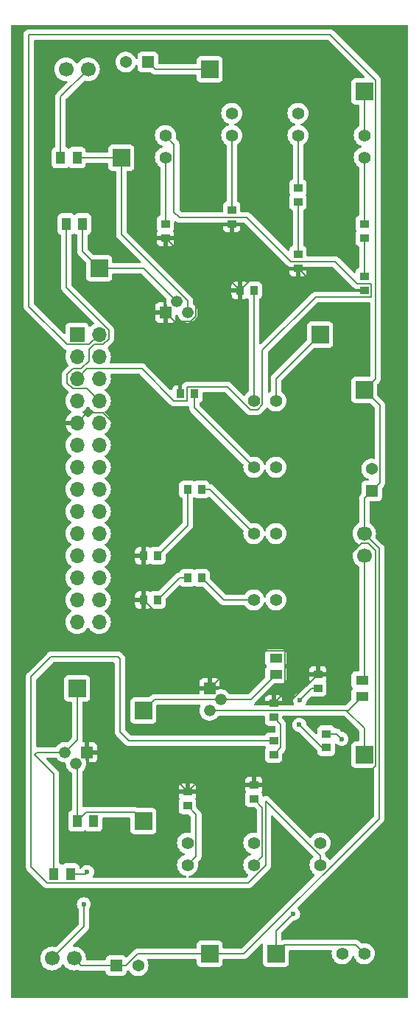
<source format=gbr>
%TF.GenerationSoftware,KiCad,Pcbnew,(7.0.0)*%
%TF.CreationDate,2024-04-19T19:54:10+02:00*%
%TF.ProjectId,IR Sensor Project,49522053-656e-4736-9f72-2050726f6a65,v1*%
%TF.SameCoordinates,Original*%
%TF.FileFunction,Copper,L1,Top*%
%TF.FilePolarity,Positive*%
%FSLAX46Y46*%
G04 Gerber Fmt 4.6, Leading zero omitted, Abs format (unit mm)*
G04 Created by KiCad (PCBNEW (7.0.0)) date 2024-04-19 19:54:10*
%MOMM*%
%LPD*%
G01*
G04 APERTURE LIST*
%TA.AperFunction,SMDPad,CuDef*%
%ADD10R,2.000000X2.000000*%
%TD*%
%TA.AperFunction,SMDPad,CuDef*%
%ADD11R,1.000000X1.450000*%
%TD*%
%TA.AperFunction,ComponentPad*%
%ADD12C,1.400000*%
%TD*%
%TA.AperFunction,ComponentPad*%
%ADD13C,1.700000*%
%TD*%
%TA.AperFunction,ComponentPad*%
%ADD14R,1.700000X1.700000*%
%TD*%
%TA.AperFunction,ComponentPad*%
%ADD15O,1.700000X1.700000*%
%TD*%
%TA.AperFunction,SMDPad,CuDef*%
%ADD16R,1.450000X1.000000*%
%TD*%
%TA.AperFunction,SMDPad,CuDef*%
%ADD17R,1.000000X0.900000*%
%TD*%
%TA.AperFunction,SMDPad,CuDef*%
%ADD18R,0.900000X1.000000*%
%TD*%
%TA.AperFunction,ComponentPad*%
%ADD19R,1.365000X1.365000*%
%TD*%
%TA.AperFunction,ComponentPad*%
%ADD20C,1.365000*%
%TD*%
%TA.AperFunction,ComponentPad*%
%ADD21R,1.333000X1.333000*%
%TD*%
%TA.AperFunction,ComponentPad*%
%ADD22C,1.333000*%
%TD*%
%TA.AperFunction,ViaPad*%
%ADD23C,0.600000*%
%TD*%
%TA.AperFunction,Conductor*%
%ADD24C,0.200000*%
%TD*%
G04 APERTURE END LIST*
D10*
%TO.P,TP8,1,1*%
%TO.N,PA5*%
X63499999Y-149859999D03*
%TD*%
%TO.P,TP6,1,1*%
%TO.N,PA4*%
X68579999Y-78739999D03*
%TD*%
D11*
%TO.P,R24,1,1*%
%TO.N,Net-(LED3-K)*%
X39889999Y-140699999D03*
%TO.P,R24,2,2*%
%TO.N,Net-(Q3-C)*%
X37989999Y-140699999D03*
%TD*%
D12*
%TO.P,JP1,1,A*%
%TO.N,Net-(JP1-A)*%
X50800000Y-58420000D03*
%TO.P,JP1,2,B*%
%TO.N,PA3*%
X50800000Y-55880000D03*
%TD*%
D13*
%TO.P,LED2,1,A*%
%TO.N,Vcc*%
X73660000Y-101600000D03*
%TO.P,LED2,2,K*%
%TO.N,Net-(LED2-K)*%
X73660000Y-104140000D03*
%TD*%
D14*
%TO.P,J1,1,Pin_1*%
%TO.N,unconnected-(J1-Pin_1-Pad1)*%
X40639999Y-78739999D03*
D15*
%TO.P,J1,2,Pin_2*%
%TO.N,Vcc*%
X43179999Y-78739999D03*
%TO.P,J1,3,Pin_3*%
%TO.N,unconnected-(J1-Pin_3-Pad3)*%
X40639999Y-81279999D03*
%TO.P,J1,4,Pin_4*%
%TO.N,unconnected-(J1-Pin_4-Pad4)*%
X43179999Y-81279999D03*
%TO.P,J1,5,Pin_5*%
%TO.N,PA3*%
X40639999Y-83819999D03*
%TO.P,J1,6,Pin_6*%
%TO.N,unconnected-(J1-Pin_6-Pad6)*%
X43179999Y-83819999D03*
%TO.P,J1,7,Pin_7*%
%TO.N,PA4*%
X40639999Y-86359999D03*
%TO.P,J1,8,Pin_8*%
%TO.N,PE15*%
X43179999Y-86359999D03*
%TO.P,J1,9,Pin_9*%
%TO.N,GND*%
X40639999Y-88899999D03*
%TO.P,J1,10,Pin_10*%
%TO.N,PE14*%
X43179999Y-88899999D03*
%TO.P,J1,11,Pin_11*%
%TO.N,PA5*%
X40639999Y-91439999D03*
%TO.P,J1,12,Pin_12*%
%TO.N,PE13*%
X43179999Y-91439999D03*
%TO.P,J1,13,Pin_13*%
%TO.N,unconnected-(J1-Pin_13-Pad13)*%
X40639999Y-93979999D03*
%TO.P,J1,14,Pin_14*%
%TO.N,unconnected-(J1-Pin_14-Pad14)*%
X43179999Y-93979999D03*
%TO.P,J1,15,Pin_15*%
%TO.N,unconnected-(J1-Pin_15-Pad15)*%
X40639999Y-96519999D03*
%TO.P,J1,16,Pin_16*%
%TO.N,unconnected-(J1-Pin_16-Pad16)*%
X43179999Y-96519999D03*
%TO.P,J1,17,Pin_17*%
%TO.N,unconnected-(J1-Pin_17-Pad17)*%
X40639999Y-99059999D03*
%TO.P,J1,18,Pin_18*%
%TO.N,unconnected-(J1-Pin_18-Pad18)*%
X43179999Y-99059999D03*
%TO.P,J1,19,Pin_19*%
%TO.N,unconnected-(J1-Pin_19-Pad19)*%
X40639999Y-101599999D03*
%TO.P,J1,20,Pin_20*%
%TO.N,unconnected-(J1-Pin_20-Pad20)*%
X43179999Y-101599999D03*
%TO.P,J1,21,Pin_21*%
%TO.N,unconnected-(J1-Pin_21-Pad21)*%
X40639999Y-104139999D03*
%TO.P,J1,22,Pin_22*%
%TO.N,unconnected-(J1-Pin_22-Pad22)*%
X43179999Y-104139999D03*
%TO.P,J1,23,Pin_23*%
%TO.N,unconnected-(J1-Pin_23-Pad23)*%
X40639999Y-106679999D03*
%TO.P,J1,24,Pin_24*%
%TO.N,unconnected-(J1-Pin_24-Pad24)*%
X43179999Y-106679999D03*
%TO.P,J1,25,Pin_25*%
%TO.N,unconnected-(J1-Pin_25-Pad25)*%
X40639999Y-109219999D03*
%TO.P,J1,26,Pin_26*%
%TO.N,unconnected-(J1-Pin_26-Pad26)*%
X43179999Y-109219999D03*
%TO.P,J1,27,Pin_27*%
%TO.N,unconnected-(J1-Pin_27-Pad27)*%
X40639999Y-111759999D03*
%TO.P,J1,28,Pin_28*%
%TO.N,unconnected-(J1-Pin_28-Pad28)*%
X43179999Y-111759999D03*
%TD*%
D16*
%TO.P,R21,1,1*%
%TO.N,PW14*%
X63499999Y-115889999D03*
%TO.P,R21,2,2*%
%TO.N,Net-(Q2-B)*%
X63499999Y-117789999D03*
%TD*%
D11*
%TO.P,R2,1,1*%
%TO.N,Net-(LED1-K)*%
X38739999Y-58419999D03*
%TO.P,R2,2,2*%
%TO.N,Net-(Q1-C)*%
X40639999Y-58419999D03*
%TD*%
D10*
%TO.P,TP9,1,1*%
%TO.N,Net-(Q2-B)*%
X48259999Y-121919999D03*
%TD*%
D17*
%TO.P,R7,1,1*%
%TO.N,Net-(R7-Pad1)*%
X73659999Y-67639999D03*
%TO.P,R7,2,2*%
%TO.N,Net-(JP4-A)*%
X73659999Y-66039999D03*
%TD*%
D12*
%TO.P,JP9,1,A*%
%TO.N,Net-(JP9-A)*%
X53340000Y-139700000D03*
%TO.P,JP9,2,B*%
%TO.N,PA5*%
X53340000Y-137160000D03*
%TD*%
%TO.P,JP8,1,A*%
%TO.N,Net-(JP8-A)*%
X60960000Y-109220000D03*
%TO.P,JP8,2,B*%
%TO.N,PA4*%
X63500000Y-109220000D03*
%TD*%
%TO.P,JP7,1,A*%
%TO.N,Net-(JP7-A)*%
X60960000Y-101600000D03*
%TO.P,JP7,2,B*%
%TO.N,PA4*%
X63500000Y-101600000D03*
%TD*%
D18*
%TO.P,R11,1,1*%
%TO.N,Net-(R11-Pad1)*%
X53339999Y-96519999D03*
%TO.P,R11,2,2*%
%TO.N,Net-(JP7-A)*%
X54939999Y-96519999D03*
%TD*%
D11*
%TO.P,R1,1,1*%
%TO.N,PE15*%
X39379999Y-66039999D03*
%TO.P,R1,2,2*%
%TO.N,Net-(Q1-B)*%
X41279999Y-66039999D03*
%TD*%
D10*
%TO.P,TP4,1,1*%
%TO.N,Net-(Q1-B)*%
X43179999Y-71119999D03*
%TD*%
D18*
%TO.P,R14,1,1*%
%TO.N,GND*%
X48259999Y-109219999D03*
%TO.P,R14,2,2*%
%TO.N,Net-(R13-Pad1)*%
X49859999Y-109219999D03*
%TD*%
D10*
%TO.P,TP7,1,1*%
%TO.N,Vcc*%
X73659999Y-85089999D03*
%TD*%
D12*
%TO.P,JP3,1,A*%
%TO.N,Net-(JP3-A)*%
X66040000Y-55880000D03*
%TO.P,JP3,2,B*%
%TO.N,PA3*%
X66040000Y-53340000D03*
%TD*%
D10*
%TO.P,TP1,1,1*%
%TO.N,Vcc*%
X55879999Y-48259999D03*
%TD*%
D12*
%TO.P,JP10,1,A*%
%TO.N,Net-(JP10-A)*%
X60960000Y-139700000D03*
%TO.P,JP10,2,B*%
%TO.N,PA5*%
X60960000Y-137160000D03*
%TD*%
D19*
%TO.P,D2,1,K*%
%TO.N,Vcc*%
X74499999Y-96719999D03*
D20*
%TO.P,D2,2,A*%
%TO.N,PA4*%
X74500000Y-94180000D03*
%TD*%
D19*
%TO.P,D1,1,K*%
%TO.N,Vcc*%
X48779999Y-47429999D03*
D20*
%TO.P,D1,2,A*%
%TO.N,PA3*%
X46240000Y-47430000D03*
%TD*%
D18*
%TO.P,R13,1,1*%
%TO.N,Net-(R13-Pad1)*%
X53339999Y-106679999D03*
%TO.P,R13,2,2*%
%TO.N,Net-(JP8-A)*%
X54939999Y-106679999D03*
%TD*%
D12*
%TO.P,JP4,1,A*%
%TO.N,Net-(JP4-A)*%
X73660000Y-58420000D03*
%TO.P,JP4,2,B*%
%TO.N,PA3*%
X73660000Y-55880000D03*
%TD*%
D11*
%TO.P,R23,1,1*%
%TO.N,PW13*%
X42539999Y-134619999D03*
%TO.P,R23,2,2*%
%TO.N,Net-(Q3-B)*%
X40639999Y-134619999D03*
%TD*%
D12*
%TO.P,JP2,1,A*%
%TO.N,Net-(JP2-A)*%
X58420000Y-55880000D03*
%TO.P,JP2,2,B*%
%TO.N,PA3*%
X58420000Y-53340000D03*
%TD*%
D17*
%TO.P,R16,1,1*%
%TO.N,GND*%
X60959999Y-130479999D03*
%TO.P,R16,2,2*%
%TO.N,Net-(JP10-A)*%
X60959999Y-132079999D03*
%TD*%
D12*
%TO.P,JP6,1,A*%
%TO.N,Net-(JP6-A)*%
X60960000Y-93980000D03*
%TO.P,JP6,2,B*%
%TO.N,PA4*%
X63500000Y-93980000D03*
%TD*%
D17*
%TO.P,R3,1,1*%
%TO.N,GND*%
X50799999Y-67639999D03*
%TO.P,R3,2,2*%
%TO.N,Net-(JP1-A)*%
X50799999Y-66039999D03*
%TD*%
D18*
%TO.P,R12,1,1*%
%TO.N,GND*%
X48259999Y-104139999D03*
%TO.P,R12,2,2*%
%TO.N,Net-(R11-Pad1)*%
X49859999Y-104139999D03*
%TD*%
%TO.P,R9,1,1*%
%TO.N,GND*%
X59359999Y-73659999D03*
%TO.P,R9,2,2*%
%TO.N,Net-(JP5-A)*%
X60959999Y-73659999D03*
%TD*%
D16*
%TO.P,R22,1,1*%
%TO.N,Net-(LED2-K)*%
X73409999Y-118429999D03*
%TO.P,R22,2,2*%
%TO.N,Net-(Q2-C)*%
X73409999Y-120329999D03*
%TD*%
D21*
%TO.P,Q3,1,E*%
%TO.N,GND*%
X41799999Y-126729999D03*
D22*
%TO.P,Q3,2,B*%
%TO.N,Net-(Q3-B)*%
X40530000Y-128000000D03*
%TO.P,Q3,3,C*%
%TO.N,Net-(Q3-C)*%
X39260000Y-126730000D03*
%TD*%
D17*
%TO.P,R6,1,1*%
%TO.N,GND*%
X66039999Y-71119999D03*
%TO.P,R6,2,2*%
%TO.N,Net-(R5-Pad1)*%
X66039999Y-69519999D03*
%TD*%
D18*
%TO.P,R10,1,1*%
%TO.N,GND*%
X52539999Y-85559999D03*
%TO.P,R10,2,2*%
%TO.N,Net-(JP6-A)*%
X54139999Y-85559999D03*
%TD*%
D19*
%TO.P,D3,1,K*%
%TO.N,Vcc*%
X45129999Y-151229999D03*
D20*
%TO.P,D3,2,A*%
%TO.N,PA5*%
X47670000Y-151230000D03*
%TD*%
D21*
%TO.P,Q1,1,E*%
%TO.N,GND*%
X50799999Y-76199999D03*
D22*
%TO.P,Q1,2,B*%
%TO.N,Net-(Q1-B)*%
X52070000Y-74930000D03*
%TO.P,Q1,3,C*%
%TO.N,Net-(Q1-C)*%
X53340000Y-76200000D03*
%TD*%
D17*
%TO.P,R5,1,1*%
%TO.N,Net-(R5-Pad1)*%
X66039999Y-63499999D03*
%TO.P,R5,2,2*%
%TO.N,Net-(JP3-A)*%
X66039999Y-61899999D03*
%TD*%
D10*
%TO.P,TP5,1,1*%
%TO.N,Vcc*%
X55879999Y-149859999D03*
%TD*%
D17*
%TO.P,R15,1,1*%
%TO.N,GND*%
X53339999Y-131279999D03*
%TO.P,R15,2,2*%
%TO.N,Net-(JP9-A)*%
X53339999Y-132879999D03*
%TD*%
D13*
%TO.P,LED1,1,A*%
%TO.N,Vcc*%
X39370000Y-48260000D03*
%TO.P,LED1,2,K*%
%TO.N,Net-(LED1-K)*%
X41910000Y-48260000D03*
%TD*%
D17*
%TO.P,R17,1,1*%
%TO.N,Net-(R17-Pad1)*%
X63249999Y-126999999D03*
%TO.P,R17,2,2*%
%TO.N,Net-(JP11-A)*%
X63249999Y-125399999D03*
%TD*%
%TO.P,R19,1,1*%
%TO.N,Net-(R19-Pad1)*%
X69269999Y-126199999D03*
%TO.P,R19,2,2*%
%TO.N,Net-(JP12-A)*%
X69269999Y-124599999D03*
%TD*%
%TO.P,R8,1,1*%
%TO.N,GND*%
X73659999Y-73659999D03*
%TO.P,R8,2,2*%
%TO.N,Net-(R7-Pad1)*%
X73659999Y-72059999D03*
%TD*%
%TO.P,R4,1,1*%
%TO.N,GND*%
X58419999Y-66039999D03*
%TO.P,R4,2,2*%
%TO.N,Net-(JP2-A)*%
X58419999Y-64439999D03*
%TD*%
%TO.P,R18,1,1*%
%TO.N,GND*%
X63249999Y-121119999D03*
%TO.P,R18,2,2*%
%TO.N,Net-(R17-Pad1)*%
X63249999Y-122719999D03*
%TD*%
D10*
%TO.P,TP12,1,1*%
%TO.N,Net-(Q3-C)*%
X40639999Y-119379999D03*
%TD*%
D12*
%TO.P,JP11,1,A*%
%TO.N,Net-(JP11-A)*%
X68580000Y-139700000D03*
%TO.P,JP11,2,B*%
%TO.N,PA5*%
X68580000Y-137160000D03*
%TD*%
D17*
%TO.P,R20,1,1*%
%TO.N,GND*%
X68329999Y-117779999D03*
%TO.P,R20,2,2*%
%TO.N,Net-(R19-Pad1)*%
X68329999Y-119379999D03*
%TD*%
D10*
%TO.P,TP10,1,1*%
%TO.N,Net-(Q2-C)*%
X73659999Y-126999999D03*
%TD*%
D21*
%TO.P,Q2,1,E*%
%TO.N,GND*%
X55879999Y-119379999D03*
D22*
%TO.P,Q2,2,B*%
%TO.N,Net-(Q2-B)*%
X57150000Y-120650000D03*
%TO.P,Q2,3,C*%
%TO.N,Net-(Q2-C)*%
X55880000Y-121920000D03*
%TD*%
D10*
%TO.P,TP3,1,1*%
%TO.N,Net-(Q1-C)*%
X45719999Y-58419999D03*
%TD*%
%TO.P,TP2,1,1*%
%TO.N,PA3*%
X73659999Y-50799999D03*
%TD*%
D12*
%TO.P,JP5,1,A*%
%TO.N,Net-(JP5-A)*%
X60960000Y-86360000D03*
%TO.P,JP5,2,B*%
%TO.N,PA4*%
X63500000Y-86360000D03*
%TD*%
D10*
%TO.P,TP11,1,1*%
%TO.N,Net-(Q3-B)*%
X48259999Y-134619999D03*
%TD*%
D13*
%TO.P,LED3,1,A*%
%TO.N,Vcc*%
X40300000Y-150420000D03*
%TO.P,LED3,2,K*%
%TO.N,Net-(LED3-K)*%
X37760000Y-150420000D03*
%TD*%
D12*
%TO.P,JP12,1,A*%
%TO.N,Net-(JP12-A)*%
X71120000Y-149860000D03*
%TO.P,JP12,2,B*%
%TO.N,PA5*%
X73660000Y-149860000D03*
%TD*%
D23*
%TO.N,PA5*%
X65480000Y-145270000D03*
%TO.N,Net-(JP12-A)*%
X71060000Y-125210000D03*
%TO.N,Net-(LED3-K)*%
X41800000Y-140480000D03*
X41420000Y-144180000D03*
%TO.N,Net-(R19-Pad1)*%
X66253911Y-120703911D03*
X66190000Y-123570000D03*
%TD*%
D24*
%TO.N,PA4*%
X63500000Y-86360000D02*
X63500000Y-83820000D01*
X63500000Y-83820000D02*
X68580000Y-78740000D01*
%TO.N,Net-(Q1-B)*%
X48260000Y-71120000D02*
X52070000Y-74930000D01*
X41280000Y-66040000D02*
X41280000Y-69220000D01*
X41280000Y-69220000D02*
X43180000Y-71120000D01*
X43180000Y-71120000D02*
X48260000Y-71120000D01*
%TO.N,Net-(Q1-C)*%
X45720000Y-67213162D02*
X45720000Y-58420000D01*
X53340000Y-76200000D02*
X53340000Y-74833162D01*
X53340000Y-74833162D02*
X45720000Y-67213162D01*
X45720000Y-58420000D02*
X40640000Y-58420000D01*
%TO.N,PA3*%
X51800000Y-64690000D02*
X52400000Y-65290000D01*
X72860000Y-72910000D02*
X74460000Y-72910000D01*
X51790000Y-86360000D02*
X48090000Y-82660000D01*
X60160000Y-65290000D02*
X65240000Y-70370000D01*
X57945786Y-84760000D02*
X53290000Y-84760000D01*
X41800000Y-82660000D02*
X40640000Y-83820000D01*
X61960000Y-80514314D02*
X61960000Y-86774214D01*
X68064314Y-74410000D02*
X61960000Y-80514314D01*
X74460000Y-72910000D02*
X74460000Y-74410000D01*
X53290000Y-84760000D02*
X53290000Y-86360000D01*
X48090000Y-82660000D02*
X41800000Y-82660000D01*
X53290000Y-86360000D02*
X51790000Y-86360000D01*
X74460000Y-74410000D02*
X68064314Y-74410000D01*
X65240000Y-70370000D02*
X70320000Y-70370000D01*
X61960000Y-86774214D02*
X61374214Y-87360000D01*
X51800000Y-56880000D02*
X51800000Y-64690000D01*
X52400000Y-65290000D02*
X60160000Y-65290000D01*
X50800000Y-55880000D02*
X51800000Y-56880000D01*
X61374214Y-87360000D02*
X60545786Y-87360000D01*
X73660000Y-50800000D02*
X73660000Y-55880000D01*
X60545786Y-87360000D02*
X57945786Y-84760000D01*
X70320000Y-70370000D02*
X72860000Y-72910000D01*
%TO.N,Vcc*%
X75360000Y-134334214D02*
X75360000Y-103300000D01*
X74960000Y-83790000D02*
X74960000Y-49510000D01*
X75360000Y-103300000D02*
X73660000Y-101600000D01*
X75482500Y-86912500D02*
X75482500Y-95737500D01*
X41110000Y-151230000D02*
X40300000Y-150420000D01*
X73660000Y-85090000D02*
X75482500Y-86912500D01*
X55880000Y-149860000D02*
X59834214Y-149860000D01*
X47650535Y-149860000D02*
X46280535Y-151230000D01*
X42030000Y-79890000D02*
X43180000Y-78740000D01*
X69720000Y-44270000D02*
X35100000Y-44270000D01*
X73660000Y-97560000D02*
X74500000Y-96720000D01*
X73660000Y-85090000D02*
X74960000Y-83790000D01*
X45130000Y-151230000D02*
X41110000Y-151230000D01*
X73660000Y-101600000D02*
X73660000Y-97560000D01*
X46280535Y-151230000D02*
X45130000Y-151230000D01*
X49610000Y-48260000D02*
X48780000Y-47430000D01*
X55880000Y-48260000D02*
X49610000Y-48260000D01*
X59834214Y-149860000D02*
X75360000Y-134334214D01*
X35100000Y-75500000D02*
X39490000Y-79890000D01*
X55880000Y-149860000D02*
X47650535Y-149860000D01*
X39490000Y-79890000D02*
X42030000Y-79890000D01*
X75482500Y-95737500D02*
X74500000Y-96720000D01*
X35100000Y-44270000D02*
X35100000Y-75500000D01*
X74960000Y-49510000D02*
X69720000Y-44270000D01*
%TO.N,Net-(Q3-B)*%
X48260000Y-134620000D02*
X47235000Y-133595000D01*
X41665000Y-133595000D02*
X40640000Y-134620000D01*
X47235000Y-133595000D02*
X41665000Y-133595000D01*
X40640000Y-128110000D02*
X40530000Y-128000000D01*
X40640000Y-134620000D02*
X40640000Y-128110000D01*
%TO.N,Net-(Q3-C)*%
X36050000Y-126730000D02*
X35770000Y-127010000D01*
X37990000Y-129230000D02*
X37990000Y-140700000D01*
X40640000Y-119380000D02*
X40640000Y-125350000D01*
X39260000Y-126730000D02*
X36050000Y-126730000D01*
X35770000Y-127010000D02*
X37990000Y-129230000D01*
X40640000Y-125350000D02*
X39260000Y-126730000D01*
%TO.N,Net-(Q2-C)*%
X71820000Y-121920000D02*
X73410000Y-120330000D01*
X55880000Y-121920000D02*
X71600000Y-121920000D01*
X73660000Y-123980000D02*
X71600000Y-121920000D01*
X73660000Y-127000000D02*
X73660000Y-123980000D01*
X71600000Y-121920000D02*
X71820000Y-121920000D01*
%TO.N,Net-(Q2-B)*%
X49530000Y-120650000D02*
X57150000Y-120650000D01*
X48260000Y-121920000D02*
X49530000Y-120650000D01*
X57150000Y-120650000D02*
X60640000Y-120650000D01*
X60640000Y-120650000D02*
X63500000Y-117790000D01*
%TO.N,PA5*%
X63500000Y-149860000D02*
X64500000Y-148860000D01*
X63500000Y-149860000D02*
X63500000Y-147250000D01*
X64500000Y-148860000D02*
X72660000Y-148860000D01*
X72660000Y-148860000D02*
X73660000Y-149860000D01*
X63500000Y-147250000D02*
X65480000Y-145270000D01*
%TO.N,Net-(JP4-A)*%
X73660000Y-66040000D02*
X73660000Y-58420000D01*
%TO.N,Net-(JP10-A)*%
X60960000Y-132080000D02*
X61960000Y-133080000D01*
X61960000Y-138700000D02*
X60960000Y-139700000D01*
X61960000Y-133080000D02*
X61960000Y-138700000D01*
%TO.N,Net-(JP11-A)*%
X62360000Y-132354214D02*
X62360000Y-139714214D01*
X45560000Y-124370000D02*
X46590000Y-125400000D01*
X68580000Y-138574214D02*
X62360000Y-132354214D01*
X35370000Y-118060000D02*
X37660000Y-115770000D01*
X45560000Y-115970000D02*
X45560000Y-124370000D01*
X37190000Y-141725000D02*
X35370000Y-139905000D01*
X62360000Y-139714214D02*
X60349214Y-141725000D01*
X35370000Y-139905000D02*
X35370000Y-118060000D01*
X37660000Y-115770000D02*
X45360000Y-115770000D01*
X68580000Y-139700000D02*
X68580000Y-138574214D01*
X45360000Y-115770000D02*
X45560000Y-115970000D01*
X60349214Y-141725000D02*
X37190000Y-141725000D01*
X46590000Y-125400000D02*
X63250000Y-125400000D01*
%TO.N,Net-(JP12-A)*%
X71060000Y-125210000D02*
X70450000Y-124600000D01*
X70450000Y-124600000D02*
X69270000Y-124600000D01*
%TO.N,Net-(JP1-A)*%
X50800000Y-66040000D02*
X50800000Y-58420000D01*
%TO.N,Net-(JP2-A)*%
X58420000Y-64440000D02*
X58420000Y-55880000D01*
%TO.N,Net-(JP3-A)*%
X66040000Y-61900000D02*
X66040000Y-55880000D01*
%TO.N,Net-(JP5-A)*%
X60960000Y-86360000D02*
X60960000Y-73660000D01*
%TO.N,Net-(JP6-A)*%
X54140000Y-85560000D02*
X54140000Y-87160000D01*
X54140000Y-87160000D02*
X60960000Y-93980000D01*
%TO.N,Net-(JP7-A)*%
X55880000Y-96520000D02*
X60960000Y-101600000D01*
X54940000Y-96520000D02*
X55880000Y-96520000D01*
%TO.N,Net-(JP8-A)*%
X60960000Y-109220000D02*
X57480000Y-109220000D01*
X57480000Y-109220000D02*
X54940000Y-106680000D01*
%TO.N,Net-(JP9-A)*%
X53340000Y-132880000D02*
X54340000Y-133880000D01*
X54340000Y-138700000D02*
X53340000Y-139700000D01*
X54340000Y-133880000D02*
X54340000Y-138700000D01*
%TO.N,Net-(LED3-K)*%
X37760000Y-150430000D02*
X37740000Y-150450000D01*
X37760000Y-150420000D02*
X37760000Y-150430000D01*
X41580000Y-140700000D02*
X39890000Y-140700000D01*
X41800000Y-140480000D02*
X41580000Y-140700000D01*
X37740000Y-150450000D02*
X41420000Y-146770000D01*
X41420000Y-146770000D02*
X41420000Y-144180000D01*
%TO.N,Net-(LED1-K)*%
X38740000Y-51430000D02*
X41910000Y-48260000D01*
X38740000Y-58420000D02*
X38740000Y-51430000D01*
%TO.N,Net-(LED2-K)*%
X73660000Y-118180000D02*
X73410000Y-118430000D01*
X73660000Y-104140000D02*
X73660000Y-118180000D01*
%TO.N,GND*%
X58420000Y-72720000D02*
X59360000Y-73660000D01*
X64450000Y-115090000D02*
X64525000Y-115090000D01*
X43656346Y-87750000D02*
X48260000Y-92353654D01*
X61950000Y-71120000D02*
X59410000Y-73660000D01*
X55880000Y-119380000D02*
X55880000Y-116840000D01*
X59410000Y-73660000D02*
X59360000Y-73660000D01*
X58420000Y-66040000D02*
X58420000Y-72720000D01*
X64590000Y-115155000D02*
X64590000Y-119780000D01*
X48790000Y-126730000D02*
X53340000Y-131280000D01*
X40640000Y-88900000D02*
X41790000Y-87750000D01*
X54140000Y-130480000D02*
X53340000Y-131280000D01*
X73660000Y-73660000D02*
X68580000Y-73660000D01*
X55656500Y-72720000D02*
X54306500Y-71370000D01*
X54306500Y-71146500D02*
X54306500Y-71370000D01*
X50800000Y-67640000D02*
X54306500Y-71146500D01*
X66040000Y-71120000D02*
X61950000Y-71120000D01*
X54306500Y-76643500D02*
X53740000Y-77210000D01*
X60960000Y-130480000D02*
X54140000Y-130480000D01*
X55880000Y-116840000D02*
X48260000Y-109220000D01*
X55880000Y-119380000D02*
X60170000Y-115090000D01*
X41800000Y-126730000D02*
X48790000Y-126730000D01*
X74960000Y-128300000D02*
X74960000Y-103573654D01*
X51810000Y-77210000D02*
X50800000Y-76200000D01*
X52540000Y-77940000D02*
X50800000Y-76200000D01*
X64990000Y-121120000D02*
X68330000Y-117780000D01*
X41790000Y-87750000D02*
X43656346Y-87750000D01*
X60170000Y-115090000D02*
X64450000Y-115090000D01*
X72780000Y-130480000D02*
X74960000Y-128300000D01*
X48260000Y-109220000D02*
X48260000Y-104140000D01*
X54306500Y-71370000D02*
X54306500Y-76643500D01*
X64590000Y-119780000D02*
X63250000Y-121120000D01*
X63250000Y-121120000D02*
X64990000Y-121120000D01*
X53740000Y-77210000D02*
X51810000Y-77210000D01*
X68580000Y-73660000D02*
X66040000Y-71120000D01*
X74960000Y-103573654D02*
X74136346Y-102750000D01*
X64525000Y-115090000D02*
X64590000Y-115155000D01*
X52540000Y-85560000D02*
X52540000Y-77940000D01*
X58420000Y-72720000D02*
X55656500Y-72720000D01*
X73390000Y-102750000D02*
X64450000Y-111690000D01*
X60960000Y-130480000D02*
X72780000Y-130480000D01*
X64450000Y-111690000D02*
X64450000Y-115090000D01*
X74136346Y-102750000D02*
X73390000Y-102750000D01*
X48260000Y-92353654D02*
X48260000Y-104140000D01*
%TO.N,PE15*%
X39490000Y-83343654D02*
X39490000Y-84296346D01*
X41790000Y-84970000D02*
X43180000Y-86360000D01*
X39380000Y-73313654D02*
X44330000Y-78263654D01*
X41116346Y-82670000D02*
X40163654Y-82670000D01*
X42030000Y-81756346D02*
X41116346Y-82670000D01*
X40163654Y-82670000D02*
X39490000Y-83343654D01*
X39380000Y-66040000D02*
X39380000Y-73313654D01*
X42595685Y-79890000D02*
X42030000Y-80455685D01*
X43656346Y-79890000D02*
X42595685Y-79890000D01*
X39490000Y-84296346D02*
X40163654Y-84970000D01*
X44330000Y-78263654D02*
X44330000Y-79216346D01*
X42030000Y-80455685D02*
X42030000Y-81756346D01*
X44330000Y-79216346D02*
X43656346Y-79890000D01*
X40163654Y-84970000D02*
X41790000Y-84970000D01*
%TO.N,Net-(R11-Pad1)*%
X53340000Y-96520000D02*
X53340000Y-100660000D01*
X53340000Y-100660000D02*
X49860000Y-104140000D01*
%TO.N,Net-(R13-Pad1)*%
X53340000Y-106680000D02*
X52400000Y-106680000D01*
X52400000Y-106680000D02*
X49860000Y-109220000D01*
%TO.N,Net-(R5-Pad1)*%
X66040000Y-63500000D02*
X66040000Y-69520000D01*
%TO.N,Net-(R7-Pad1)*%
X73660000Y-67640000D02*
X73660000Y-72060000D01*
%TO.N,Net-(R19-Pad1)*%
X66253911Y-120703911D02*
X67577822Y-119380000D01*
X67577822Y-119380000D02*
X68330000Y-119380000D01*
X68820000Y-126200000D02*
X66190000Y-123570000D01*
X69270000Y-126200000D02*
X68820000Y-126200000D01*
%TO.N,Net-(R17-Pad1)*%
X63250000Y-127000000D02*
X64050000Y-126200000D01*
X64050000Y-126200000D02*
X64050000Y-123520000D01*
X64050000Y-123520000D02*
X63250000Y-122720000D01*
%TD*%
%TA.AperFunction,Conductor*%
%TO.N,GND*%
G36*
X44897500Y-116387113D02*
G01*
X44942887Y-116432500D01*
X44959500Y-116494500D01*
X44959500Y-124322513D01*
X44958438Y-124338698D01*
X44954318Y-124370000D01*
X44955379Y-124378059D01*
X44959500Y-124409361D01*
X44973894Y-124518702D01*
X44973895Y-124518708D01*
X44974956Y-124526762D01*
X44978065Y-124534268D01*
X44978066Y-124534271D01*
X45014975Y-124623376D01*
X45035464Y-124672841D01*
X45131718Y-124798282D01*
X45138164Y-124803228D01*
X45156769Y-124817504D01*
X45168964Y-124828199D01*
X46131799Y-125791034D01*
X46142489Y-125803222D01*
X46161718Y-125828282D01*
X46221998Y-125874536D01*
X46287159Y-125924536D01*
X46433238Y-125985044D01*
X46590000Y-126005682D01*
X46598059Y-126004621D01*
X46621302Y-126001561D01*
X46637487Y-126000500D01*
X62185858Y-126000500D01*
X62234670Y-126010512D01*
X62275601Y-126038930D01*
X62302039Y-126081164D01*
X62306204Y-126092331D01*
X62321693Y-126113022D01*
X62331176Y-126125690D01*
X62353074Y-126173642D01*
X62353074Y-126226358D01*
X62331176Y-126274310D01*
X62311519Y-126300569D01*
X62306204Y-126307669D01*
X62303104Y-126315978D01*
X62303104Y-126315980D01*
X62258620Y-126435247D01*
X62258619Y-126435250D01*
X62255909Y-126442517D01*
X62255079Y-126450227D01*
X62255079Y-126450232D01*
X62249855Y-126498819D01*
X62249854Y-126498831D01*
X62249500Y-126502127D01*
X62249500Y-126505448D01*
X62249500Y-126505449D01*
X62249500Y-127494560D01*
X62249500Y-127494578D01*
X62249501Y-127497872D01*
X62249853Y-127501150D01*
X62249854Y-127501161D01*
X62255079Y-127549768D01*
X62255080Y-127549773D01*
X62255909Y-127557483D01*
X62258619Y-127564749D01*
X62258620Y-127564753D01*
X62263048Y-127576625D01*
X62306204Y-127692331D01*
X62311518Y-127699430D01*
X62311519Y-127699431D01*
X62372733Y-127781203D01*
X62392454Y-127807546D01*
X62507669Y-127893796D01*
X62642517Y-127944091D01*
X62702127Y-127950500D01*
X63797872Y-127950499D01*
X63857483Y-127944091D01*
X63992331Y-127893796D01*
X64107546Y-127807546D01*
X64193796Y-127692331D01*
X64244091Y-127557483D01*
X64250500Y-127497873D01*
X64250499Y-126900095D01*
X64259938Y-126852643D01*
X64286815Y-126812418D01*
X64441044Y-126658189D01*
X64453222Y-126647510D01*
X64478282Y-126628282D01*
X64574536Y-126502841D01*
X64635044Y-126356762D01*
X64650500Y-126239361D01*
X64655682Y-126200000D01*
X64651561Y-126168698D01*
X64650500Y-126152513D01*
X64650500Y-123570000D01*
X65384435Y-123570000D01*
X65385215Y-123576923D01*
X65399850Y-123706818D01*
X65404632Y-123749255D01*
X65406928Y-123755819D01*
X65406930Y-123755824D01*
X65460063Y-123907669D01*
X65464211Y-123919522D01*
X65467912Y-123925412D01*
X65546341Y-124050232D01*
X65560184Y-124072262D01*
X65687738Y-124199816D01*
X65840478Y-124295789D01*
X66010745Y-124355368D01*
X66097667Y-124365161D01*
X66137585Y-124376661D01*
X66171465Y-124400700D01*
X68233181Y-126462416D01*
X68260061Y-126502644D01*
X68269500Y-126550096D01*
X68269500Y-126694560D01*
X68269500Y-126694578D01*
X68269501Y-126697872D01*
X68269853Y-126701150D01*
X68269854Y-126701161D01*
X68275079Y-126749768D01*
X68275080Y-126749773D01*
X68275909Y-126757483D01*
X68278619Y-126764749D01*
X68278620Y-126764753D01*
X68296397Y-126812415D01*
X68326204Y-126892331D01*
X68331518Y-126899430D01*
X68331519Y-126899431D01*
X68370025Y-126950869D01*
X68412454Y-127007546D01*
X68527669Y-127093796D01*
X68662517Y-127144091D01*
X68722127Y-127150500D01*
X69817872Y-127150499D01*
X69877483Y-127144091D01*
X70012331Y-127093796D01*
X70127546Y-127007546D01*
X70213796Y-126892331D01*
X70264091Y-126757483D01*
X70270500Y-126697873D01*
X70270499Y-125851938D01*
X70284014Y-125795644D01*
X70321614Y-125751621D01*
X70375101Y-125729466D01*
X70432817Y-125734008D01*
X70482180Y-125764258D01*
X70557738Y-125839816D01*
X70710478Y-125935789D01*
X70880745Y-125995368D01*
X71060000Y-126015565D01*
X71239255Y-125995368D01*
X71409522Y-125935789D01*
X71562262Y-125839816D01*
X71689816Y-125712262D01*
X71785789Y-125559522D01*
X71845368Y-125389255D01*
X71865565Y-125210000D01*
X71845368Y-125030745D01*
X71785789Y-124860478D01*
X71689816Y-124707738D01*
X71562262Y-124580184D01*
X71477241Y-124526762D01*
X71415412Y-124487912D01*
X71409522Y-124484211D01*
X71402959Y-124481914D01*
X71402956Y-124481913D01*
X71245825Y-124426931D01*
X71239255Y-124424632D01*
X71232333Y-124423852D01*
X71152331Y-124414838D01*
X71112413Y-124403338D01*
X71078534Y-124379299D01*
X70908199Y-124208964D01*
X70897504Y-124196769D01*
X70883228Y-124178164D01*
X70878282Y-124171718D01*
X70752841Y-124075464D01*
X70739416Y-124069903D01*
X70614271Y-124018066D01*
X70614268Y-124018065D01*
X70606762Y-124014956D01*
X70598708Y-124013895D01*
X70598702Y-124013894D01*
X70489361Y-123999500D01*
X70458059Y-123995379D01*
X70450000Y-123994318D01*
X70441941Y-123995379D01*
X70418698Y-123998439D01*
X70402513Y-123999500D01*
X70334142Y-123999500D01*
X70285330Y-123989488D01*
X70244399Y-123961070D01*
X70217960Y-123918834D01*
X70213796Y-123907669D01*
X70127546Y-123792454D01*
X70060594Y-123742334D01*
X70019431Y-123711519D01*
X70019430Y-123711518D01*
X70012331Y-123706204D01*
X69877483Y-123655909D01*
X69869770Y-123655079D01*
X69869767Y-123655079D01*
X69821180Y-123649855D01*
X69821169Y-123649854D01*
X69817873Y-123649500D01*
X69814550Y-123649500D01*
X68725439Y-123649500D01*
X68725420Y-123649500D01*
X68722128Y-123649501D01*
X68718850Y-123649853D01*
X68718838Y-123649854D01*
X68670231Y-123655079D01*
X68670225Y-123655080D01*
X68662517Y-123655909D01*
X68655252Y-123658618D01*
X68655246Y-123658620D01*
X68535980Y-123703104D01*
X68535978Y-123703104D01*
X68527669Y-123706204D01*
X68520572Y-123711516D01*
X68520568Y-123711519D01*
X68419550Y-123787141D01*
X68419546Y-123787144D01*
X68412454Y-123792454D01*
X68407144Y-123799546D01*
X68407141Y-123799550D01*
X68331519Y-123900568D01*
X68331516Y-123900572D01*
X68326204Y-123907669D01*
X68323104Y-123915978D01*
X68323104Y-123915980D01*
X68278620Y-124035247D01*
X68278619Y-124035250D01*
X68275909Y-124042517D01*
X68275079Y-124050227D01*
X68275079Y-124050232D01*
X68269855Y-124098819D01*
X68269854Y-124098831D01*
X68269500Y-124102127D01*
X68269500Y-124105449D01*
X68269500Y-124500903D01*
X68255985Y-124557198D01*
X68218385Y-124601221D01*
X68164898Y-124623376D01*
X68107182Y-124618834D01*
X68057819Y-124588584D01*
X67020700Y-123551465D01*
X66996661Y-123517585D01*
X66985161Y-123477667D01*
X66978680Y-123420144D01*
X66975368Y-123390745D01*
X66915789Y-123220478D01*
X66819816Y-123067738D01*
X66692262Y-122940184D01*
X66539522Y-122844211D01*
X66532959Y-122841914D01*
X66532956Y-122841913D01*
X66375824Y-122786930D01*
X66375819Y-122786928D01*
X66369255Y-122784632D01*
X66362335Y-122783852D01*
X66362334Y-122783852D01*
X66219155Y-122767720D01*
X66190000Y-122756591D01*
X66160845Y-122767720D01*
X66017665Y-122783852D01*
X66017662Y-122783852D01*
X66010745Y-122784632D01*
X66004182Y-122786928D01*
X66004175Y-122786930D01*
X65847043Y-122841913D01*
X65847036Y-122841915D01*
X65840478Y-122844211D01*
X65834590Y-122847910D01*
X65834587Y-122847912D01*
X65693638Y-122936476D01*
X65693633Y-122936479D01*
X65687738Y-122940184D01*
X65682813Y-122945108D01*
X65682809Y-122945112D01*
X65565112Y-123062809D01*
X65565108Y-123062813D01*
X65560184Y-123067738D01*
X65556479Y-123073633D01*
X65556476Y-123073638D01*
X65467912Y-123214587D01*
X65467910Y-123214590D01*
X65464211Y-123220478D01*
X65461915Y-123227036D01*
X65461913Y-123227043D01*
X65406930Y-123384175D01*
X65406928Y-123384182D01*
X65404632Y-123390745D01*
X65403852Y-123397662D01*
X65403852Y-123397665D01*
X65388661Y-123532494D01*
X65384435Y-123570000D01*
X64650500Y-123570000D01*
X64650500Y-123567487D01*
X64651561Y-123551302D01*
X64654621Y-123528059D01*
X64655682Y-123520000D01*
X64635044Y-123363238D01*
X64574536Y-123217159D01*
X64502450Y-123123215D01*
X64478282Y-123091718D01*
X64453222Y-123072489D01*
X64441034Y-123061799D01*
X64286818Y-122907583D01*
X64259938Y-122867355D01*
X64250499Y-122819902D01*
X64250499Y-122644500D01*
X64267112Y-122582500D01*
X64312499Y-122537113D01*
X64374499Y-122520500D01*
X66146962Y-122520500D01*
X66190000Y-122531601D01*
X66233038Y-122520500D01*
X71299903Y-122520500D01*
X71347356Y-122529939D01*
X71387584Y-122556819D01*
X73023181Y-124192416D01*
X73050061Y-124232644D01*
X73059500Y-124280097D01*
X73059500Y-125375501D01*
X73042887Y-125437501D01*
X72997500Y-125482888D01*
X72935500Y-125499501D01*
X72612128Y-125499501D01*
X72608850Y-125499853D01*
X72608838Y-125499854D01*
X72560231Y-125505079D01*
X72560225Y-125505080D01*
X72552517Y-125505909D01*
X72545252Y-125508618D01*
X72545246Y-125508620D01*
X72425980Y-125553104D01*
X72425978Y-125553104D01*
X72417669Y-125556204D01*
X72410572Y-125561516D01*
X72410568Y-125561519D01*
X72309550Y-125637141D01*
X72309546Y-125637144D01*
X72302454Y-125642454D01*
X72297144Y-125649546D01*
X72297141Y-125649550D01*
X72221519Y-125750568D01*
X72221516Y-125750572D01*
X72216204Y-125757669D01*
X72213104Y-125765978D01*
X72213104Y-125765980D01*
X72168620Y-125885247D01*
X72168619Y-125885250D01*
X72165909Y-125892517D01*
X72165079Y-125900227D01*
X72165079Y-125900232D01*
X72159855Y-125948819D01*
X72159854Y-125948831D01*
X72159500Y-125952127D01*
X72159500Y-125955448D01*
X72159500Y-125955449D01*
X72159500Y-128044560D01*
X72159500Y-128044578D01*
X72159501Y-128047872D01*
X72159853Y-128051150D01*
X72159854Y-128051161D01*
X72165079Y-128099768D01*
X72165080Y-128099773D01*
X72165909Y-128107483D01*
X72168619Y-128114749D01*
X72168620Y-128114753D01*
X72202217Y-128204831D01*
X72216204Y-128242331D01*
X72221518Y-128249430D01*
X72221519Y-128249431D01*
X72261472Y-128302802D01*
X72302454Y-128357546D01*
X72417669Y-128443796D01*
X72552517Y-128494091D01*
X72612127Y-128500500D01*
X74635500Y-128500499D01*
X74697500Y-128517112D01*
X74742887Y-128562499D01*
X74759500Y-128624499D01*
X74759500Y-134034117D01*
X74750061Y-134081570D01*
X74723181Y-134121798D01*
X69780945Y-139064032D01*
X69719792Y-139097480D01*
X69650256Y-139092654D01*
X69594310Y-139051078D01*
X69474438Y-138892341D01*
X69474434Y-138892337D01*
X69470981Y-138887764D01*
X69466744Y-138883901D01*
X69466740Y-138883897D01*
X69310796Y-138741736D01*
X69310797Y-138741736D01*
X69306562Y-138737876D01*
X69301692Y-138734861D01*
X69301690Y-138734859D01*
X69242990Y-138698514D01*
X69208361Y-138666536D01*
X69188168Y-138623946D01*
X69186144Y-138590399D01*
X69184621Y-138590399D01*
X69184621Y-138582273D01*
X69185682Y-138574214D01*
X69165044Y-138417452D01*
X69136909Y-138349529D01*
X69127838Y-138292541D01*
X69145545Y-138237615D01*
X69186193Y-138196652D01*
X69306562Y-138122124D01*
X69470981Y-137972236D01*
X69605058Y-137794689D01*
X69704229Y-137595528D01*
X69765115Y-137381536D01*
X69785643Y-137160000D01*
X69765115Y-136938464D01*
X69704229Y-136724472D01*
X69605058Y-136525311D01*
X69594311Y-136511079D01*
X69474438Y-136352341D01*
X69474434Y-136352337D01*
X69470981Y-136347764D01*
X69466744Y-136343901D01*
X69466740Y-136343897D01*
X69310796Y-136201736D01*
X69310797Y-136201736D01*
X69306562Y-136197876D01*
X69301692Y-136194861D01*
X69301690Y-136194859D01*
X69122275Y-136083771D01*
X69122276Y-136083771D01*
X69117401Y-136080753D01*
X69081629Y-136066895D01*
X68915286Y-136002453D01*
X68915285Y-136002452D01*
X68909940Y-136000382D01*
X68904302Y-135999328D01*
X68696872Y-135960552D01*
X68696869Y-135960551D01*
X68691243Y-135959500D01*
X68468757Y-135959500D01*
X68463131Y-135960551D01*
X68463127Y-135960552D01*
X68255697Y-135999328D01*
X68255694Y-135999328D01*
X68250060Y-136000382D01*
X68244717Y-136002451D01*
X68244713Y-136002453D01*
X68047941Y-136078683D01*
X68047936Y-136078685D01*
X68042599Y-136080753D01*
X68037727Y-136083769D01*
X68037724Y-136083771D01*
X67858309Y-136194859D01*
X67858301Y-136194864D01*
X67853438Y-136197876D01*
X67849207Y-136201732D01*
X67849203Y-136201736D01*
X67693259Y-136343897D01*
X67693249Y-136343907D01*
X67689019Y-136347764D01*
X67685570Y-136352330D01*
X67685561Y-136352341D01*
X67565689Y-136511079D01*
X67509743Y-136552655D01*
X67440207Y-136557481D01*
X67379054Y-136524033D01*
X62818199Y-131963178D01*
X62807504Y-131950983D01*
X62788282Y-131925932D01*
X62662841Y-131829678D01*
X62655333Y-131826568D01*
X62524271Y-131772280D01*
X62524268Y-131772279D01*
X62516762Y-131769170D01*
X62508708Y-131768109D01*
X62508702Y-131768108D01*
X62368059Y-131749593D01*
X62360000Y-131748532D01*
X62351941Y-131749593D01*
X62211297Y-131768108D01*
X62211289Y-131768110D01*
X62203238Y-131769170D01*
X62195733Y-131772278D01*
X62195728Y-131772280D01*
X62151239Y-131790708D01*
X62131950Y-131798698D01*
X62072345Y-131807540D01*
X62015609Y-131787239D01*
X61975141Y-131742590D01*
X61960499Y-131684137D01*
X61960499Y-131585439D01*
X61960499Y-131582128D01*
X61954091Y-131522517D01*
X61903796Y-131387669D01*
X61878509Y-131353890D01*
X61856612Y-131305942D01*
X61856612Y-131253224D01*
X61878513Y-131205270D01*
X61898037Y-131179189D01*
X61906452Y-131163779D01*
X61950888Y-131044641D01*
X61954426Y-131029667D01*
X61959646Y-130981114D01*
X61960000Y-130974518D01*
X61960000Y-130746326D01*
X61956549Y-130733450D01*
X61943674Y-130730000D01*
X59976326Y-130730000D01*
X59963450Y-130733450D01*
X59960000Y-130746326D01*
X59960000Y-130974518D01*
X59960353Y-130981114D01*
X59965573Y-131029667D01*
X59969111Y-131044641D01*
X60013547Y-131163777D01*
X60021962Y-131179188D01*
X60041488Y-131205273D01*
X60063386Y-131253225D01*
X60063386Y-131305940D01*
X60041488Y-131353892D01*
X60021521Y-131380565D01*
X60021518Y-131380570D01*
X60016204Y-131387669D01*
X60013104Y-131395978D01*
X60013104Y-131395980D01*
X59968620Y-131515247D01*
X59968619Y-131515250D01*
X59965909Y-131522517D01*
X59965079Y-131530227D01*
X59965079Y-131530232D01*
X59959855Y-131578819D01*
X59959854Y-131578831D01*
X59959500Y-131582127D01*
X59959500Y-131585448D01*
X59959500Y-131585449D01*
X59959500Y-132574560D01*
X59959500Y-132574578D01*
X59959501Y-132577872D01*
X59959853Y-132581150D01*
X59959854Y-132581161D01*
X59965079Y-132629768D01*
X59965080Y-132629773D01*
X59965909Y-132637483D01*
X59968619Y-132644749D01*
X59968620Y-132644753D01*
X60002217Y-132734831D01*
X60016204Y-132772331D01*
X60102454Y-132887546D01*
X60217669Y-132973796D01*
X60352517Y-133024091D01*
X60412127Y-133030500D01*
X61009902Y-133030499D01*
X61057355Y-133039938D01*
X61097583Y-133066818D01*
X61323181Y-133292416D01*
X61350061Y-133332644D01*
X61359500Y-133380097D01*
X61359500Y-135864057D01*
X61347747Y-135916750D01*
X61314717Y-135959454D01*
X61266670Y-135984075D01*
X61212715Y-135985946D01*
X61076872Y-135960552D01*
X61076869Y-135960551D01*
X61071243Y-135959500D01*
X60848757Y-135959500D01*
X60843131Y-135960551D01*
X60843127Y-135960552D01*
X60635697Y-135999328D01*
X60635694Y-135999328D01*
X60630060Y-136000382D01*
X60624717Y-136002451D01*
X60624713Y-136002453D01*
X60427941Y-136078683D01*
X60427936Y-136078685D01*
X60422599Y-136080753D01*
X60417727Y-136083769D01*
X60417724Y-136083771D01*
X60238309Y-136194859D01*
X60238301Y-136194864D01*
X60233438Y-136197876D01*
X60229207Y-136201732D01*
X60229203Y-136201736D01*
X60073259Y-136343897D01*
X60073249Y-136343907D01*
X60069019Y-136347764D01*
X60065570Y-136352330D01*
X60065561Y-136352341D01*
X59938394Y-136520738D01*
X59938387Y-136520748D01*
X59934942Y-136525311D01*
X59932392Y-136530431D01*
X59932387Y-136530440D01*
X59838325Y-136719341D01*
X59838321Y-136719349D01*
X59835771Y-136724472D01*
X59834205Y-136729975D01*
X59834201Y-136729986D01*
X59776454Y-136932949D01*
X59774885Y-136938464D01*
X59754357Y-137160000D01*
X59774885Y-137381536D01*
X59776454Y-137387050D01*
X59834201Y-137590013D01*
X59834204Y-137590021D01*
X59835771Y-137595528D01*
X59838323Y-137600653D01*
X59838325Y-137600658D01*
X59932387Y-137789559D01*
X59932389Y-137789563D01*
X59934942Y-137794689D01*
X59938391Y-137799256D01*
X59938394Y-137799261D01*
X60065561Y-137967658D01*
X60065566Y-137967663D01*
X60069019Y-137972236D01*
X60073255Y-137976097D01*
X60073259Y-137976102D01*
X60185603Y-138078517D01*
X60233438Y-138122124D01*
X60422599Y-138239247D01*
X60616524Y-138314374D01*
X60664892Y-138348168D01*
X60692166Y-138400495D01*
X60692166Y-138459502D01*
X60664893Y-138511829D01*
X60616522Y-138545625D01*
X60427947Y-138618680D01*
X60427936Y-138618685D01*
X60422599Y-138620753D01*
X60417727Y-138623769D01*
X60417724Y-138623771D01*
X60238309Y-138734859D01*
X60238301Y-138734864D01*
X60233438Y-138737876D01*
X60229207Y-138741732D01*
X60229203Y-138741736D01*
X60073259Y-138883897D01*
X60073249Y-138883907D01*
X60069019Y-138887764D01*
X60065570Y-138892330D01*
X60065561Y-138892341D01*
X59938394Y-139060738D01*
X59938387Y-139060748D01*
X59934942Y-139065311D01*
X59932392Y-139070431D01*
X59932387Y-139070440D01*
X59838325Y-139259341D01*
X59838321Y-139259349D01*
X59835771Y-139264472D01*
X59834205Y-139269975D01*
X59834201Y-139269986D01*
X59785538Y-139441022D01*
X59774885Y-139478464D01*
X59754357Y-139700000D01*
X59754886Y-139705709D01*
X59774099Y-139913059D01*
X59774885Y-139921536D01*
X59776454Y-139927050D01*
X59834201Y-140130013D01*
X59834204Y-140130021D01*
X59835771Y-140135528D01*
X59838323Y-140140653D01*
X59838325Y-140140658D01*
X59932387Y-140329559D01*
X59932389Y-140329563D01*
X59934942Y-140334689D01*
X59938391Y-140339256D01*
X59938394Y-140339261D01*
X60065561Y-140507658D01*
X60065566Y-140507663D01*
X60069019Y-140512236D01*
X60073255Y-140516097D01*
X60073259Y-140516102D01*
X60185603Y-140618517D01*
X60233438Y-140662124D01*
X60303787Y-140705682D01*
X60343174Y-140744617D01*
X60361682Y-140796818D01*
X60355617Y-140851869D01*
X60326189Y-140898789D01*
X60136798Y-141088181D01*
X60096570Y-141115061D01*
X60049117Y-141124500D01*
X53591123Y-141124500D01*
X53532459Y-141109746D01*
X53487756Y-141068993D01*
X53467652Y-141011941D01*
X53476931Y-140952167D01*
X53513384Y-140903894D01*
X53568338Y-140878611D01*
X53576547Y-140877076D01*
X53669940Y-140859618D01*
X53877401Y-140779247D01*
X54066562Y-140662124D01*
X54230981Y-140512236D01*
X54365058Y-140334689D01*
X54464229Y-140135528D01*
X54525115Y-139921536D01*
X54545643Y-139700000D01*
X54525115Y-139478464D01*
X54519728Y-139459534D01*
X54518976Y-139394430D01*
X54551312Y-139337921D01*
X54731044Y-139158189D01*
X54743222Y-139147510D01*
X54768282Y-139128282D01*
X54864536Y-139002841D01*
X54925044Y-138856762D01*
X54932583Y-138799500D01*
X54945683Y-138700000D01*
X54941560Y-138668691D01*
X54940500Y-138652506D01*
X54940500Y-133927494D01*
X54941561Y-133911308D01*
X54944622Y-133888059D01*
X54945683Y-133880000D01*
X54943947Y-133866818D01*
X54940919Y-133843819D01*
X54925044Y-133723238D01*
X54864536Y-133577159D01*
X54834069Y-133537454D01*
X54768282Y-133451718D01*
X54743222Y-133432489D01*
X54731034Y-133421799D01*
X54376818Y-133067583D01*
X54349938Y-133027355D01*
X54340499Y-132979902D01*
X54340499Y-132385439D01*
X54340499Y-132382128D01*
X54334091Y-132322517D01*
X54283796Y-132187669D01*
X54258509Y-132153890D01*
X54236612Y-132105942D01*
X54236612Y-132053224D01*
X54258513Y-132005270D01*
X54278037Y-131979189D01*
X54286452Y-131963779D01*
X54330888Y-131844641D01*
X54334426Y-131829667D01*
X54339646Y-131781114D01*
X54340000Y-131774518D01*
X54340000Y-131546326D01*
X54336549Y-131533450D01*
X54323674Y-131530000D01*
X52356326Y-131530000D01*
X52343450Y-131533450D01*
X52340000Y-131546326D01*
X52340000Y-131774518D01*
X52340353Y-131781114D01*
X52345573Y-131829667D01*
X52349111Y-131844641D01*
X52393547Y-131963777D01*
X52401962Y-131979188D01*
X52421488Y-132005273D01*
X52443386Y-132053225D01*
X52443386Y-132105940D01*
X52421488Y-132153892D01*
X52401521Y-132180565D01*
X52401518Y-132180570D01*
X52396204Y-132187669D01*
X52393104Y-132195978D01*
X52393104Y-132195980D01*
X52348620Y-132315247D01*
X52348619Y-132315250D01*
X52345909Y-132322517D01*
X52345079Y-132330227D01*
X52345079Y-132330232D01*
X52339855Y-132378819D01*
X52339854Y-132378831D01*
X52339500Y-132382127D01*
X52339500Y-132385448D01*
X52339500Y-132385449D01*
X52339500Y-133374560D01*
X52339500Y-133374578D01*
X52339501Y-133377872D01*
X52339853Y-133381150D01*
X52339854Y-133381161D01*
X52345079Y-133429768D01*
X52345080Y-133429773D01*
X52345909Y-133437483D01*
X52348619Y-133444749D01*
X52348620Y-133444753D01*
X52371183Y-133505246D01*
X52396204Y-133572331D01*
X52482454Y-133687546D01*
X52597669Y-133773796D01*
X52732517Y-133824091D01*
X52792127Y-133830500D01*
X53389902Y-133830499D01*
X53437355Y-133839938D01*
X53477583Y-133866818D01*
X53703181Y-134092416D01*
X53730061Y-134132644D01*
X53739500Y-134180097D01*
X53739500Y-135864057D01*
X53727747Y-135916750D01*
X53694717Y-135959454D01*
X53646670Y-135984075D01*
X53592715Y-135985946D01*
X53456872Y-135960552D01*
X53456869Y-135960551D01*
X53451243Y-135959500D01*
X53228757Y-135959500D01*
X53223131Y-135960551D01*
X53223127Y-135960552D01*
X53015697Y-135999328D01*
X53015694Y-135999328D01*
X53010060Y-136000382D01*
X53004717Y-136002451D01*
X53004713Y-136002453D01*
X52807941Y-136078683D01*
X52807936Y-136078685D01*
X52802599Y-136080753D01*
X52797727Y-136083769D01*
X52797724Y-136083771D01*
X52618309Y-136194859D01*
X52618301Y-136194864D01*
X52613438Y-136197876D01*
X52609207Y-136201732D01*
X52609203Y-136201736D01*
X52453259Y-136343897D01*
X52453249Y-136343907D01*
X52449019Y-136347764D01*
X52445570Y-136352330D01*
X52445561Y-136352341D01*
X52318394Y-136520738D01*
X52318387Y-136520748D01*
X52314942Y-136525311D01*
X52312392Y-136530431D01*
X52312387Y-136530440D01*
X52218325Y-136719341D01*
X52218321Y-136719349D01*
X52215771Y-136724472D01*
X52214205Y-136729975D01*
X52214201Y-136729986D01*
X52156454Y-136932949D01*
X52154885Y-136938464D01*
X52134357Y-137160000D01*
X52154885Y-137381536D01*
X52156454Y-137387050D01*
X52214201Y-137590013D01*
X52214204Y-137590021D01*
X52215771Y-137595528D01*
X52218323Y-137600653D01*
X52218325Y-137600658D01*
X52312387Y-137789559D01*
X52312389Y-137789563D01*
X52314942Y-137794689D01*
X52318391Y-137799256D01*
X52318394Y-137799261D01*
X52445561Y-137967658D01*
X52445566Y-137967663D01*
X52449019Y-137972236D01*
X52453255Y-137976097D01*
X52453259Y-137976102D01*
X52565603Y-138078517D01*
X52613438Y-138122124D01*
X52802599Y-138239247D01*
X52996524Y-138314374D01*
X53044892Y-138348168D01*
X53072166Y-138400495D01*
X53072166Y-138459502D01*
X53044893Y-138511829D01*
X52996522Y-138545625D01*
X52807947Y-138618680D01*
X52807936Y-138618685D01*
X52802599Y-138620753D01*
X52797727Y-138623769D01*
X52797724Y-138623771D01*
X52618309Y-138734859D01*
X52618301Y-138734864D01*
X52613438Y-138737876D01*
X52609207Y-138741732D01*
X52609203Y-138741736D01*
X52453259Y-138883897D01*
X52453249Y-138883907D01*
X52449019Y-138887764D01*
X52445570Y-138892330D01*
X52445561Y-138892341D01*
X52318394Y-139060738D01*
X52318387Y-139060748D01*
X52314942Y-139065311D01*
X52312392Y-139070431D01*
X52312387Y-139070440D01*
X52218325Y-139259341D01*
X52218321Y-139259349D01*
X52215771Y-139264472D01*
X52214205Y-139269975D01*
X52214201Y-139269986D01*
X52165538Y-139441022D01*
X52154885Y-139478464D01*
X52134357Y-139700000D01*
X52134886Y-139705709D01*
X52154099Y-139913059D01*
X52154885Y-139921536D01*
X52156454Y-139927050D01*
X52214201Y-140130013D01*
X52214204Y-140130021D01*
X52215771Y-140135528D01*
X52218323Y-140140653D01*
X52218325Y-140140658D01*
X52312387Y-140329559D01*
X52312389Y-140329563D01*
X52314942Y-140334689D01*
X52318391Y-140339256D01*
X52318394Y-140339261D01*
X52445561Y-140507658D01*
X52445566Y-140507663D01*
X52449019Y-140512236D01*
X52453255Y-140516097D01*
X52453259Y-140516102D01*
X52565603Y-140618517D01*
X52613438Y-140662124D01*
X52802599Y-140779247D01*
X53010060Y-140859618D01*
X53101618Y-140876733D01*
X53111662Y-140878611D01*
X53166616Y-140903894D01*
X53203069Y-140952167D01*
X53212348Y-141011941D01*
X53192244Y-141068993D01*
X53147541Y-141109746D01*
X53088877Y-141124500D01*
X42564803Y-141124500D01*
X42501802Y-141107303D01*
X42456275Y-141060481D01*
X42440852Y-140997022D01*
X42459809Y-140934528D01*
X42525789Y-140829522D01*
X42585368Y-140659255D01*
X42605565Y-140480000D01*
X42585368Y-140300745D01*
X42525789Y-140130478D01*
X42429816Y-139977738D01*
X42302262Y-139850184D01*
X42149522Y-139754211D01*
X42142959Y-139751914D01*
X42142956Y-139751913D01*
X41985824Y-139696930D01*
X41985819Y-139696928D01*
X41979255Y-139694632D01*
X41972335Y-139693852D01*
X41972334Y-139693852D01*
X41806923Y-139675215D01*
X41800000Y-139674435D01*
X41793077Y-139675215D01*
X41627665Y-139693852D01*
X41627662Y-139693852D01*
X41620745Y-139694632D01*
X41614182Y-139696928D01*
X41614175Y-139696930D01*
X41457043Y-139751913D01*
X41457036Y-139751915D01*
X41450478Y-139754211D01*
X41444590Y-139757910D01*
X41444587Y-139757912D01*
X41303638Y-139846476D01*
X41303633Y-139846479D01*
X41297738Y-139850184D01*
X41292813Y-139855108D01*
X41292809Y-139855112D01*
X41175112Y-139972809D01*
X41175108Y-139972813D01*
X41170184Y-139977738D01*
X41166479Y-139983633D01*
X41166476Y-139983638D01*
X41130137Y-140041472D01*
X41085124Y-140084028D01*
X41025143Y-140099500D01*
X41014499Y-140099500D01*
X40952499Y-140082887D01*
X40907112Y-140037500D01*
X40890499Y-139975500D01*
X40890499Y-139930439D01*
X40890499Y-139927128D01*
X40884091Y-139867517D01*
X40833796Y-139732669D01*
X40747546Y-139617454D01*
X40632331Y-139531204D01*
X40561965Y-139504959D01*
X40504752Y-139483620D01*
X40504750Y-139483619D01*
X40497483Y-139480909D01*
X40489770Y-139480079D01*
X40489767Y-139480079D01*
X40441180Y-139474855D01*
X40441169Y-139474854D01*
X40437873Y-139474500D01*
X40434550Y-139474500D01*
X39345439Y-139474500D01*
X39345420Y-139474500D01*
X39342128Y-139474501D01*
X39338850Y-139474853D01*
X39338838Y-139474854D01*
X39290231Y-139480079D01*
X39290225Y-139480080D01*
X39282517Y-139480909D01*
X39275252Y-139483618D01*
X39275246Y-139483620D01*
X39155980Y-139528104D01*
X39155978Y-139528104D01*
X39147669Y-139531204D01*
X39140572Y-139536516D01*
X39140568Y-139536519D01*
X39039550Y-139612141D01*
X39039546Y-139612144D01*
X39032454Y-139617454D01*
X39027442Y-139624148D01*
X38972094Y-139656105D01*
X38907906Y-139656105D01*
X38852557Y-139624148D01*
X38847546Y-139617454D01*
X38732331Y-139531204D01*
X38671165Y-139508390D01*
X38628930Y-139481952D01*
X38600512Y-139441022D01*
X38590500Y-139392209D01*
X38590500Y-129277487D01*
X38591561Y-129261302D01*
X38594621Y-129238059D01*
X38595682Y-129230000D01*
X38575044Y-129073238D01*
X38514536Y-128927159D01*
X38490250Y-128895509D01*
X38418282Y-128801718D01*
X38393222Y-128782489D01*
X38381034Y-128771799D01*
X37151416Y-127542181D01*
X37121166Y-127492818D01*
X37116624Y-127435102D01*
X37138779Y-127381615D01*
X37182802Y-127344015D01*
X37239097Y-127330500D01*
X38189358Y-127330500D01*
X38244630Y-127343500D01*
X38288312Y-127379774D01*
X38390420Y-127514988D01*
X38390426Y-127514994D01*
X38393882Y-127519571D01*
X38398118Y-127523432D01*
X38398122Y-127523437D01*
X38456467Y-127576625D01*
X38553712Y-127665276D01*
X38737595Y-127779131D01*
X38939267Y-127857260D01*
X39151861Y-127897000D01*
X39235415Y-127897000D01*
X39294079Y-127911754D01*
X39338782Y-127952507D01*
X39358886Y-128009559D01*
X39377426Y-128209645D01*
X39377427Y-128209655D01*
X39377956Y-128215354D01*
X39379524Y-128220865D01*
X39379525Y-128220870D01*
X39390311Y-128258779D01*
X39437143Y-128423375D01*
X39439695Y-128428501D01*
X39439697Y-128428505D01*
X39530991Y-128611848D01*
X39530993Y-128611852D01*
X39533546Y-128616978D01*
X39536995Y-128621545D01*
X39536998Y-128621550D01*
X39660424Y-128784993D01*
X39660429Y-128784998D01*
X39663882Y-128789571D01*
X39668118Y-128793432D01*
X39668122Y-128793437D01*
X39684277Y-128808164D01*
X39823712Y-128935276D01*
X39905936Y-128986187D01*
X39980777Y-129032526D01*
X40023829Y-129077614D01*
X40039500Y-129137953D01*
X40039500Y-133312209D01*
X40029488Y-133361022D01*
X40001070Y-133401952D01*
X39958834Y-133428390D01*
X39897669Y-133451204D01*
X39890572Y-133456516D01*
X39890568Y-133456519D01*
X39789550Y-133532141D01*
X39789546Y-133532144D01*
X39782454Y-133537454D01*
X39777144Y-133544546D01*
X39777141Y-133544550D01*
X39701519Y-133645568D01*
X39701516Y-133645572D01*
X39696204Y-133652669D01*
X39693104Y-133660978D01*
X39693104Y-133660980D01*
X39648620Y-133780247D01*
X39648619Y-133780250D01*
X39645909Y-133787517D01*
X39645079Y-133795227D01*
X39645079Y-133795232D01*
X39639855Y-133843819D01*
X39639854Y-133843831D01*
X39639500Y-133847127D01*
X39639500Y-133850448D01*
X39639500Y-133850449D01*
X39639500Y-135389560D01*
X39639500Y-135389578D01*
X39639501Y-135392872D01*
X39639853Y-135396150D01*
X39639854Y-135396161D01*
X39645079Y-135444768D01*
X39645080Y-135444773D01*
X39645909Y-135452483D01*
X39648619Y-135459749D01*
X39648620Y-135459753D01*
X39682217Y-135549831D01*
X39696204Y-135587331D01*
X39782454Y-135702546D01*
X39897669Y-135788796D01*
X40032517Y-135839091D01*
X40092127Y-135845500D01*
X41187872Y-135845499D01*
X41247483Y-135839091D01*
X41382331Y-135788796D01*
X41497546Y-135702546D01*
X41502557Y-135695851D01*
X41557906Y-135663895D01*
X41622094Y-135663895D01*
X41677442Y-135695851D01*
X41682454Y-135702546D01*
X41797669Y-135788796D01*
X41932517Y-135839091D01*
X41992127Y-135845500D01*
X43087872Y-135845499D01*
X43147483Y-135839091D01*
X43282331Y-135788796D01*
X43397546Y-135702546D01*
X43483796Y-135587331D01*
X43534091Y-135452483D01*
X43540500Y-135392873D01*
X43540499Y-134319499D01*
X43557112Y-134257500D01*
X43602499Y-134212113D01*
X43664499Y-134195500D01*
X46635500Y-134195500D01*
X46697500Y-134212113D01*
X46742887Y-134257500D01*
X46759500Y-134319500D01*
X46759500Y-135664560D01*
X46759500Y-135664578D01*
X46759501Y-135667872D01*
X46759853Y-135671150D01*
X46759854Y-135671161D01*
X46765079Y-135719768D01*
X46765080Y-135719773D01*
X46765909Y-135727483D01*
X46768619Y-135734749D01*
X46768620Y-135734753D01*
X46788777Y-135788796D01*
X46816204Y-135862331D01*
X46902454Y-135977546D01*
X47017669Y-136063796D01*
X47152517Y-136114091D01*
X47212127Y-136120500D01*
X49307872Y-136120499D01*
X49367483Y-136114091D01*
X49502331Y-136063796D01*
X49617546Y-135977546D01*
X49703796Y-135862331D01*
X49754091Y-135727483D01*
X49760500Y-135667873D01*
X49760499Y-133572128D01*
X49754091Y-133512517D01*
X49703796Y-133377669D01*
X49617546Y-133262454D01*
X49502331Y-133176204D01*
X49367483Y-133125909D01*
X49359770Y-133125079D01*
X49359767Y-133125079D01*
X49311180Y-133119855D01*
X49311169Y-133119854D01*
X49307873Y-133119500D01*
X49304551Y-133119500D01*
X47643839Y-133119500D01*
X47603981Y-133112920D01*
X47568354Y-133093877D01*
X47544287Y-133075410D01*
X47544286Y-133075409D01*
X47537841Y-133070464D01*
X47529039Y-133066818D01*
X47399271Y-133013066D01*
X47399268Y-133013065D01*
X47391762Y-133009956D01*
X47383708Y-133008895D01*
X47383702Y-133008894D01*
X47274361Y-132994500D01*
X47243059Y-132990379D01*
X47235000Y-132989318D01*
X47226941Y-132990379D01*
X47203698Y-132993439D01*
X47187513Y-132994500D01*
X41712487Y-132994500D01*
X41696302Y-132993439D01*
X41673059Y-132990379D01*
X41665000Y-132989318D01*
X41656941Y-132990379D01*
X41625639Y-132994500D01*
X41516297Y-133008894D01*
X41516289Y-133008896D01*
X41508238Y-133009956D01*
X41500733Y-133013064D01*
X41500728Y-133013066D01*
X41458640Y-133030500D01*
X41411951Y-133049839D01*
X41352346Y-133058681D01*
X41295609Y-133038380D01*
X41255142Y-132993731D01*
X41240500Y-132935278D01*
X41240500Y-131013674D01*
X52340000Y-131013674D01*
X52343450Y-131026549D01*
X52356326Y-131030000D01*
X53073674Y-131030000D01*
X53086549Y-131026549D01*
X53090000Y-131013674D01*
X53590000Y-131013674D01*
X53593450Y-131026549D01*
X53606326Y-131030000D01*
X54323674Y-131030000D01*
X54336549Y-131026549D01*
X54340000Y-131013674D01*
X54340000Y-130785482D01*
X54339646Y-130778885D01*
X54334426Y-130730332D01*
X54330888Y-130715358D01*
X54286452Y-130596222D01*
X54278037Y-130580810D01*
X54202501Y-130479907D01*
X54190092Y-130467498D01*
X54089189Y-130391962D01*
X54073777Y-130383547D01*
X53954641Y-130339111D01*
X53939667Y-130335573D01*
X53891114Y-130330353D01*
X53884518Y-130330000D01*
X53606326Y-130330000D01*
X53593450Y-130333450D01*
X53590000Y-130346326D01*
X53590000Y-131013674D01*
X53090000Y-131013674D01*
X53090000Y-130346326D01*
X53086549Y-130333450D01*
X53073674Y-130330000D01*
X52795482Y-130330000D01*
X52788885Y-130330353D01*
X52740332Y-130335573D01*
X52725358Y-130339111D01*
X52606222Y-130383547D01*
X52590810Y-130391962D01*
X52489907Y-130467498D01*
X52477498Y-130479907D01*
X52401962Y-130580810D01*
X52393547Y-130596222D01*
X52349111Y-130715358D01*
X52345573Y-130730332D01*
X52340353Y-130778885D01*
X52340000Y-130785482D01*
X52340000Y-131013674D01*
X41240500Y-131013674D01*
X41240500Y-130213674D01*
X59960000Y-130213674D01*
X59963450Y-130226549D01*
X59976326Y-130230000D01*
X60693674Y-130230000D01*
X60706549Y-130226549D01*
X60710000Y-130213674D01*
X61210000Y-130213674D01*
X61213450Y-130226549D01*
X61226326Y-130230000D01*
X61943674Y-130230000D01*
X61956549Y-130226549D01*
X61960000Y-130213674D01*
X61960000Y-129985482D01*
X61959646Y-129978885D01*
X61954426Y-129930332D01*
X61950888Y-129915358D01*
X61906452Y-129796222D01*
X61898037Y-129780810D01*
X61822501Y-129679907D01*
X61810092Y-129667498D01*
X61709189Y-129591962D01*
X61693777Y-129583547D01*
X61574641Y-129539111D01*
X61559667Y-129535573D01*
X61511114Y-129530353D01*
X61504518Y-129530000D01*
X61226326Y-129530000D01*
X61213450Y-129533450D01*
X61210000Y-129546326D01*
X61210000Y-130213674D01*
X60710000Y-130213674D01*
X60710000Y-129546326D01*
X60706549Y-129533450D01*
X60693674Y-129530000D01*
X60415482Y-129530000D01*
X60408885Y-129530353D01*
X60360332Y-129535573D01*
X60345358Y-129539111D01*
X60226222Y-129583547D01*
X60210810Y-129591962D01*
X60109907Y-129667498D01*
X60097498Y-129679907D01*
X60021962Y-129780810D01*
X60013547Y-129796222D01*
X59969111Y-129915358D01*
X59965573Y-129930332D01*
X59960353Y-129978885D01*
X59960000Y-129985482D01*
X59960000Y-130213674D01*
X41240500Y-130213674D01*
X41240500Y-128986187D01*
X41251066Y-128936101D01*
X41280962Y-128894550D01*
X41319438Y-128859473D01*
X41396118Y-128789571D01*
X41526454Y-128616978D01*
X41622857Y-128423375D01*
X41682044Y-128215354D01*
X41702000Y-128000000D01*
X41690896Y-127880174D01*
X42050000Y-127880174D01*
X42053450Y-127893049D01*
X42066326Y-127896500D01*
X42511018Y-127896500D01*
X42517614Y-127896146D01*
X42566167Y-127890926D01*
X42581141Y-127887388D01*
X42700277Y-127842952D01*
X42715689Y-127834537D01*
X42816592Y-127759001D01*
X42829001Y-127746592D01*
X42904537Y-127645689D01*
X42912952Y-127630277D01*
X42957388Y-127511141D01*
X42960926Y-127496167D01*
X42966146Y-127447614D01*
X42966500Y-127441018D01*
X42966500Y-126996326D01*
X42963049Y-126983450D01*
X42950174Y-126980000D01*
X42066326Y-126980000D01*
X42053450Y-126983450D01*
X42050000Y-126996326D01*
X42050000Y-127880174D01*
X41690896Y-127880174D01*
X41682044Y-127784646D01*
X41622857Y-127576625D01*
X41563000Y-127456416D01*
X41550000Y-127401144D01*
X41550000Y-126463674D01*
X42050000Y-126463674D01*
X42053450Y-126476549D01*
X42066326Y-126480000D01*
X42950174Y-126480000D01*
X42963049Y-126476549D01*
X42966500Y-126463674D01*
X42966500Y-126018982D01*
X42966146Y-126012385D01*
X42960926Y-125963832D01*
X42957388Y-125948858D01*
X42912952Y-125829722D01*
X42904537Y-125814310D01*
X42829001Y-125713407D01*
X42816592Y-125700998D01*
X42715689Y-125625462D01*
X42700277Y-125617047D01*
X42581141Y-125572611D01*
X42566167Y-125569073D01*
X42517614Y-125563853D01*
X42511018Y-125563500D01*
X42066326Y-125563500D01*
X42053450Y-125566950D01*
X42050000Y-125579826D01*
X42050000Y-126463674D01*
X41550000Y-126463674D01*
X41550000Y-125579826D01*
X41546549Y-125566950D01*
X41533674Y-125563500D01*
X41358969Y-125563500D01*
X41292344Y-125544081D01*
X41246587Y-125491905D01*
X41236030Y-125423315D01*
X41240500Y-125389361D01*
X41244621Y-125358059D01*
X41245682Y-125350000D01*
X41241561Y-125318698D01*
X41240500Y-125302513D01*
X41240500Y-121004499D01*
X41257113Y-120942499D01*
X41302500Y-120897112D01*
X41364500Y-120880499D01*
X41684561Y-120880499D01*
X41687872Y-120880499D01*
X41747483Y-120874091D01*
X41882331Y-120823796D01*
X41997546Y-120737546D01*
X42083796Y-120622331D01*
X42134091Y-120487483D01*
X42140500Y-120427873D01*
X42140499Y-118332128D01*
X42134091Y-118272517D01*
X42083796Y-118137669D01*
X41997546Y-118022454D01*
X41882331Y-117936204D01*
X41811965Y-117909959D01*
X41754752Y-117888620D01*
X41754750Y-117888619D01*
X41747483Y-117885909D01*
X41739770Y-117885079D01*
X41739767Y-117885079D01*
X41691180Y-117879855D01*
X41691169Y-117879854D01*
X41687873Y-117879500D01*
X41684550Y-117879500D01*
X39595439Y-117879500D01*
X39595420Y-117879500D01*
X39592128Y-117879501D01*
X39588850Y-117879853D01*
X39588838Y-117879854D01*
X39540231Y-117885079D01*
X39540225Y-117885080D01*
X39532517Y-117885909D01*
X39525252Y-117888618D01*
X39525246Y-117888620D01*
X39405980Y-117933104D01*
X39405978Y-117933104D01*
X39397669Y-117936204D01*
X39390572Y-117941516D01*
X39390568Y-117941519D01*
X39289550Y-118017141D01*
X39289546Y-118017144D01*
X39282454Y-118022454D01*
X39277144Y-118029546D01*
X39277141Y-118029550D01*
X39201519Y-118130568D01*
X39201516Y-118130572D01*
X39196204Y-118137669D01*
X39193104Y-118145978D01*
X39193104Y-118145980D01*
X39148620Y-118265247D01*
X39148619Y-118265250D01*
X39145909Y-118272517D01*
X39145079Y-118280227D01*
X39145079Y-118280232D01*
X39139855Y-118328819D01*
X39139854Y-118328831D01*
X39139500Y-118332127D01*
X39139500Y-118335448D01*
X39139500Y-118335449D01*
X39139500Y-120424560D01*
X39139500Y-120424578D01*
X39139501Y-120427872D01*
X39139853Y-120431150D01*
X39139854Y-120431161D01*
X39145079Y-120479768D01*
X39145080Y-120479773D01*
X39145909Y-120487483D01*
X39148619Y-120494749D01*
X39148620Y-120494753D01*
X39171225Y-120555358D01*
X39196204Y-120622331D01*
X39201518Y-120629430D01*
X39201519Y-120629431D01*
X39271148Y-120722444D01*
X39282454Y-120737546D01*
X39397669Y-120823796D01*
X39532517Y-120874091D01*
X39592127Y-120880500D01*
X39915500Y-120880500D01*
X39977500Y-120897113D01*
X40022887Y-120942500D01*
X40039500Y-121004500D01*
X40039500Y-125049903D01*
X40030061Y-125097356D01*
X40003181Y-125137584D01*
X39590968Y-125549795D01*
X39539968Y-125580565D01*
X39480504Y-125584003D01*
X39373773Y-125564052D01*
X39373761Y-125564050D01*
X39368139Y-125563000D01*
X39151861Y-125563000D01*
X39146236Y-125564051D01*
X39146230Y-125564052D01*
X38944900Y-125601686D01*
X38944889Y-125601688D01*
X38939267Y-125602740D01*
X38933920Y-125604811D01*
X38933918Y-125604812D01*
X38742944Y-125678796D01*
X38742937Y-125678799D01*
X38737595Y-125680869D01*
X38732723Y-125683885D01*
X38732718Y-125683888D01*
X38558583Y-125791707D01*
X38558575Y-125791712D01*
X38553712Y-125794724D01*
X38549481Y-125798580D01*
X38549477Y-125798584D01*
X38398122Y-125936562D01*
X38398112Y-125936572D01*
X38393882Y-125940429D01*
X38390430Y-125944999D01*
X38390420Y-125945011D01*
X38288312Y-126080226D01*
X38244630Y-126116500D01*
X38189358Y-126129500D01*
X36097487Y-126129500D01*
X36081312Y-126128440D01*
X36078325Y-126128047D01*
X36023382Y-126106686D01*
X35984512Y-126062367D01*
X35970500Y-126005107D01*
X35970500Y-118360097D01*
X35979939Y-118312644D01*
X36006819Y-118272416D01*
X37872416Y-116406819D01*
X37912644Y-116379939D01*
X37960097Y-116370500D01*
X44835500Y-116370500D01*
X44897500Y-116387113D01*
G37*
%TD.AperFunction*%
%TA.AperFunction,Conductor*%
G36*
X41967256Y-87006976D02*
G01*
X42011574Y-87045841D01*
X42138399Y-87226966D01*
X42138402Y-87226970D01*
X42141505Y-87231401D01*
X42308599Y-87398495D01*
X42313032Y-87401599D01*
X42313038Y-87401604D01*
X42494158Y-87528425D01*
X42533024Y-87572743D01*
X42547035Y-87630000D01*
X42533024Y-87687257D01*
X42494160Y-87731574D01*
X42308599Y-87861505D01*
X42304775Y-87865328D01*
X42304769Y-87865334D01*
X42145334Y-88024769D01*
X42145328Y-88024775D01*
X42141505Y-88028599D01*
X42138403Y-88033028D01*
X42138403Y-88033029D01*
X42011269Y-88214596D01*
X41966951Y-88253461D01*
X41909694Y-88267472D01*
X41852437Y-88253461D01*
X41808119Y-88214595D01*
X41681215Y-88033357D01*
X41674280Y-88025092D01*
X41514909Y-87865721D01*
X41506643Y-87858784D01*
X41325405Y-87731880D01*
X41286540Y-87687562D01*
X41272529Y-87630305D01*
X41286540Y-87573048D01*
X41325406Y-87528730D01*
X41336916Y-87520671D01*
X41511401Y-87398495D01*
X41678495Y-87231401D01*
X41808426Y-87045839D01*
X41852742Y-87006976D01*
X41909999Y-86992965D01*
X41967256Y-87006976D01*
G37*
%TD.AperFunction*%
%TA.AperFunction,Conductor*%
G36*
X69467356Y-44879939D02*
G01*
X69507584Y-44906819D01*
X73688584Y-49087819D01*
X73718834Y-49137182D01*
X73723376Y-49194898D01*
X73701221Y-49248385D01*
X73657198Y-49285985D01*
X73600903Y-49299500D01*
X72615439Y-49299500D01*
X72615420Y-49299500D01*
X72612128Y-49299501D01*
X72608850Y-49299853D01*
X72608838Y-49299854D01*
X72560231Y-49305079D01*
X72560225Y-49305080D01*
X72552517Y-49305909D01*
X72545252Y-49308618D01*
X72545246Y-49308620D01*
X72425980Y-49353104D01*
X72425978Y-49353104D01*
X72417669Y-49356204D01*
X72410572Y-49361516D01*
X72410568Y-49361519D01*
X72309550Y-49437141D01*
X72309546Y-49437144D01*
X72302454Y-49442454D01*
X72297144Y-49449546D01*
X72297141Y-49449550D01*
X72221519Y-49550568D01*
X72221516Y-49550572D01*
X72216204Y-49557669D01*
X72213104Y-49565978D01*
X72213104Y-49565980D01*
X72168620Y-49685247D01*
X72168619Y-49685250D01*
X72165909Y-49692517D01*
X72165079Y-49700227D01*
X72165079Y-49700232D01*
X72159855Y-49748819D01*
X72159854Y-49748831D01*
X72159500Y-49752127D01*
X72159500Y-49755448D01*
X72159500Y-49755449D01*
X72159500Y-51844560D01*
X72159500Y-51844578D01*
X72159501Y-51847872D01*
X72159853Y-51851150D01*
X72159854Y-51851161D01*
X72165079Y-51899768D01*
X72165080Y-51899773D01*
X72165909Y-51907483D01*
X72168619Y-51914749D01*
X72168620Y-51914753D01*
X72202217Y-52004831D01*
X72216204Y-52042331D01*
X72302454Y-52157546D01*
X72417669Y-52243796D01*
X72552517Y-52294091D01*
X72612127Y-52300500D01*
X72935500Y-52300500D01*
X72997500Y-52317113D01*
X73042887Y-52362500D01*
X73059500Y-52424500D01*
X73059500Y-54770755D01*
X73043829Y-54831094D01*
X73000777Y-54876181D01*
X72983414Y-54886931D01*
X72938309Y-54914859D01*
X72938301Y-54914864D01*
X72933438Y-54917876D01*
X72929207Y-54921732D01*
X72929203Y-54921736D01*
X72773259Y-55063897D01*
X72773249Y-55063907D01*
X72769019Y-55067764D01*
X72765570Y-55072330D01*
X72765561Y-55072341D01*
X72638394Y-55240738D01*
X72638387Y-55240748D01*
X72634942Y-55245311D01*
X72632392Y-55250431D01*
X72632387Y-55250440D01*
X72538325Y-55439341D01*
X72538321Y-55439349D01*
X72535771Y-55444472D01*
X72534205Y-55449975D01*
X72534201Y-55449986D01*
X72476454Y-55652949D01*
X72474885Y-55658464D01*
X72454357Y-55880000D01*
X72474885Y-56101536D01*
X72476454Y-56107050D01*
X72534201Y-56310013D01*
X72534204Y-56310021D01*
X72535771Y-56315528D01*
X72538323Y-56320653D01*
X72538325Y-56320658D01*
X72632387Y-56509559D01*
X72632389Y-56509563D01*
X72634942Y-56514689D01*
X72638391Y-56519256D01*
X72638394Y-56519261D01*
X72765561Y-56687658D01*
X72765566Y-56687663D01*
X72769019Y-56692236D01*
X72773255Y-56696097D01*
X72773259Y-56696102D01*
X72885603Y-56798517D01*
X72933438Y-56842124D01*
X73122599Y-56959247D01*
X73180090Y-56981519D01*
X73316521Y-57034373D01*
X73364892Y-57068169D01*
X73392166Y-57120496D01*
X73392166Y-57179504D01*
X73364892Y-57231831D01*
X73316521Y-57265627D01*
X73127941Y-57338683D01*
X73127936Y-57338685D01*
X73122599Y-57340753D01*
X73117727Y-57343769D01*
X73117724Y-57343771D01*
X72938309Y-57454859D01*
X72938301Y-57454864D01*
X72933438Y-57457876D01*
X72929207Y-57461732D01*
X72929203Y-57461736D01*
X72773259Y-57603897D01*
X72773249Y-57603907D01*
X72769019Y-57607764D01*
X72765570Y-57612330D01*
X72765561Y-57612341D01*
X72638394Y-57780738D01*
X72638387Y-57780748D01*
X72634942Y-57785311D01*
X72632392Y-57790431D01*
X72632387Y-57790440D01*
X72538325Y-57979341D01*
X72538321Y-57979349D01*
X72535771Y-57984472D01*
X72534205Y-57989975D01*
X72534201Y-57989986D01*
X72476454Y-58192949D01*
X72474885Y-58198464D01*
X72454357Y-58420000D01*
X72474885Y-58641536D01*
X72476454Y-58647050D01*
X72534201Y-58850013D01*
X72534204Y-58850021D01*
X72535771Y-58855528D01*
X72538323Y-58860653D01*
X72538325Y-58860658D01*
X72632387Y-59049559D01*
X72632389Y-59049563D01*
X72634942Y-59054689D01*
X72638391Y-59059256D01*
X72638394Y-59059261D01*
X72765561Y-59227658D01*
X72765566Y-59227663D01*
X72769019Y-59232236D01*
X72773255Y-59236097D01*
X72773259Y-59236102D01*
X72885603Y-59338517D01*
X72933438Y-59382124D01*
X73000777Y-59423818D01*
X73043829Y-59468906D01*
X73059500Y-59529245D01*
X73059500Y-65007209D01*
X73049488Y-65056022D01*
X73021070Y-65096952D01*
X72978834Y-65123390D01*
X72917669Y-65146204D01*
X72910572Y-65151516D01*
X72910568Y-65151519D01*
X72809550Y-65227141D01*
X72809546Y-65227144D01*
X72802454Y-65232454D01*
X72797144Y-65239546D01*
X72797141Y-65239550D01*
X72721519Y-65340568D01*
X72721516Y-65340572D01*
X72716204Y-65347669D01*
X72713104Y-65355978D01*
X72713104Y-65355980D01*
X72668620Y-65475247D01*
X72668619Y-65475250D01*
X72665909Y-65482517D01*
X72665079Y-65490227D01*
X72665079Y-65490232D01*
X72659855Y-65538819D01*
X72659854Y-65538831D01*
X72659500Y-65542127D01*
X72659500Y-65545448D01*
X72659500Y-65545449D01*
X72659500Y-66534560D01*
X72659500Y-66534578D01*
X72659501Y-66537872D01*
X72659853Y-66541150D01*
X72659854Y-66541161D01*
X72665079Y-66589768D01*
X72665080Y-66589773D01*
X72665909Y-66597483D01*
X72668619Y-66604749D01*
X72668620Y-66604753D01*
X72713104Y-66724020D01*
X72716204Y-66732331D01*
X72741177Y-66765690D01*
X72763075Y-66813640D01*
X72763075Y-66866357D01*
X72741176Y-66914309D01*
X72721521Y-66940564D01*
X72721516Y-66940572D01*
X72716204Y-66947669D01*
X72713104Y-66955978D01*
X72713104Y-66955980D01*
X72668620Y-67075247D01*
X72668619Y-67075250D01*
X72665909Y-67082517D01*
X72665079Y-67090227D01*
X72665079Y-67090232D01*
X72659855Y-67138819D01*
X72659854Y-67138831D01*
X72659500Y-67142127D01*
X72659500Y-67145448D01*
X72659500Y-67145449D01*
X72659500Y-68134560D01*
X72659500Y-68134578D01*
X72659501Y-68137872D01*
X72659853Y-68141150D01*
X72659854Y-68141161D01*
X72665079Y-68189768D01*
X72665080Y-68189773D01*
X72665909Y-68197483D01*
X72668619Y-68204749D01*
X72668620Y-68204753D01*
X72702217Y-68294831D01*
X72716204Y-68332331D01*
X72802454Y-68447546D01*
X72917669Y-68533796D01*
X72978834Y-68556609D01*
X73021070Y-68583048D01*
X73049488Y-68623978D01*
X73059500Y-68672791D01*
X73059500Y-71027209D01*
X73049488Y-71076022D01*
X73021070Y-71116952D01*
X72978834Y-71143390D01*
X72917669Y-71166204D01*
X72910572Y-71171516D01*
X72910568Y-71171519D01*
X72809550Y-71247141D01*
X72809546Y-71247144D01*
X72802454Y-71252454D01*
X72797144Y-71259546D01*
X72797141Y-71259550D01*
X72721519Y-71360568D01*
X72721516Y-71360572D01*
X72716204Y-71367669D01*
X72713104Y-71375978D01*
X72713104Y-71375980D01*
X72668620Y-71495247D01*
X72668619Y-71495250D01*
X72665909Y-71502517D01*
X72665079Y-71510227D01*
X72665079Y-71510232D01*
X72659855Y-71558817D01*
X72659854Y-71558833D01*
X72659500Y-71562127D01*
X72659500Y-71565444D01*
X72659384Y-71567609D01*
X72643531Y-71621945D01*
X72605183Y-71663574D01*
X72552329Y-71683825D01*
X72495982Y-71678477D01*
X72447881Y-71648645D01*
X70778199Y-69978964D01*
X70767503Y-69966768D01*
X70753228Y-69948164D01*
X70748282Y-69941718D01*
X70622841Y-69845464D01*
X70615333Y-69842354D01*
X70484271Y-69788066D01*
X70484268Y-69788065D01*
X70476762Y-69784956D01*
X70468708Y-69783895D01*
X70468702Y-69783894D01*
X70359361Y-69769500D01*
X70328059Y-69765379D01*
X70320000Y-69764318D01*
X70311941Y-69765379D01*
X70288698Y-69768439D01*
X70272513Y-69769500D01*
X67164500Y-69769500D01*
X67102500Y-69752887D01*
X67057113Y-69707500D01*
X67040500Y-69645500D01*
X67040499Y-69025439D01*
X67040499Y-69022128D01*
X67034091Y-68962517D01*
X66983796Y-68827669D01*
X66897546Y-68712454D01*
X66782331Y-68626204D01*
X66721165Y-68603390D01*
X66678930Y-68576952D01*
X66650512Y-68536022D01*
X66640500Y-68487209D01*
X66640500Y-64532791D01*
X66650512Y-64483978D01*
X66678930Y-64443048D01*
X66721166Y-64416609D01*
X66782331Y-64393796D01*
X66897546Y-64307546D01*
X66983796Y-64192331D01*
X67034091Y-64057483D01*
X67040500Y-63997873D01*
X67040499Y-63002128D01*
X67034091Y-62942517D01*
X66983796Y-62807669D01*
X66958824Y-62774311D01*
X66936924Y-62726359D01*
X66936924Y-62673641D01*
X66958825Y-62625687D01*
X66983796Y-62592331D01*
X67034091Y-62457483D01*
X67040500Y-62397873D01*
X67040499Y-61402128D01*
X67034091Y-61342517D01*
X66983796Y-61207669D01*
X66897546Y-61092454D01*
X66782331Y-61006204D01*
X66721165Y-60983390D01*
X66678930Y-60956952D01*
X66650512Y-60916022D01*
X66640500Y-60867209D01*
X66640500Y-56989245D01*
X66656171Y-56928906D01*
X66699222Y-56883818D01*
X66766562Y-56842124D01*
X66930981Y-56692236D01*
X67065058Y-56514689D01*
X67164229Y-56315528D01*
X67225115Y-56101536D01*
X67245643Y-55880000D01*
X67225115Y-55658464D01*
X67164229Y-55444472D01*
X67065058Y-55245311D01*
X67061605Y-55240738D01*
X66934438Y-55072341D01*
X66934434Y-55072337D01*
X66930981Y-55067764D01*
X66926744Y-55063901D01*
X66926740Y-55063897D01*
X66770796Y-54921736D01*
X66770797Y-54921736D01*
X66766562Y-54917876D01*
X66761692Y-54914861D01*
X66761690Y-54914859D01*
X66582275Y-54803771D01*
X66582276Y-54803771D01*
X66577401Y-54800753D01*
X66383476Y-54725626D01*
X66335107Y-54691831D01*
X66307833Y-54639504D01*
X66307833Y-54580496D01*
X66335107Y-54528169D01*
X66383476Y-54494373D01*
X66577401Y-54419247D01*
X66766562Y-54302124D01*
X66930981Y-54152236D01*
X67065058Y-53974689D01*
X67164229Y-53775528D01*
X67225115Y-53561536D01*
X67245643Y-53340000D01*
X67225115Y-53118464D01*
X67164229Y-52904472D01*
X67065058Y-52705311D01*
X67061605Y-52700738D01*
X66934438Y-52532341D01*
X66934434Y-52532337D01*
X66930981Y-52527764D01*
X66926744Y-52523901D01*
X66926740Y-52523897D01*
X66770796Y-52381736D01*
X66770797Y-52381736D01*
X66766562Y-52377876D01*
X66761692Y-52374861D01*
X66761690Y-52374859D01*
X66582275Y-52263771D01*
X66582276Y-52263771D01*
X66577401Y-52260753D01*
X66541629Y-52246895D01*
X66375286Y-52182453D01*
X66375285Y-52182452D01*
X66369940Y-52180382D01*
X66364302Y-52179328D01*
X66156872Y-52140552D01*
X66156869Y-52140551D01*
X66151243Y-52139500D01*
X65928757Y-52139500D01*
X65923131Y-52140551D01*
X65923127Y-52140552D01*
X65715697Y-52179328D01*
X65715694Y-52179328D01*
X65710060Y-52180382D01*
X65704717Y-52182451D01*
X65704713Y-52182453D01*
X65507941Y-52258683D01*
X65507936Y-52258685D01*
X65502599Y-52260753D01*
X65497727Y-52263769D01*
X65497724Y-52263771D01*
X65318309Y-52374859D01*
X65318301Y-52374864D01*
X65313438Y-52377876D01*
X65309207Y-52381732D01*
X65309203Y-52381736D01*
X65153259Y-52523897D01*
X65153249Y-52523907D01*
X65149019Y-52527764D01*
X65145570Y-52532330D01*
X65145561Y-52532341D01*
X65018394Y-52700738D01*
X65018387Y-52700748D01*
X65014942Y-52705311D01*
X65012392Y-52710431D01*
X65012387Y-52710440D01*
X64918325Y-52899341D01*
X64918321Y-52899349D01*
X64915771Y-52904472D01*
X64914205Y-52909975D01*
X64914201Y-52909986D01*
X64856454Y-53112949D01*
X64854885Y-53118464D01*
X64834357Y-53340000D01*
X64854885Y-53561536D01*
X64856454Y-53567050D01*
X64914201Y-53770013D01*
X64914204Y-53770021D01*
X64915771Y-53775528D01*
X64918323Y-53780653D01*
X64918325Y-53780658D01*
X65012387Y-53969559D01*
X65012389Y-53969563D01*
X65014942Y-53974689D01*
X65018391Y-53979256D01*
X65018394Y-53979261D01*
X65145561Y-54147658D01*
X65145566Y-54147663D01*
X65149019Y-54152236D01*
X65153255Y-54156097D01*
X65153259Y-54156102D01*
X65265603Y-54258517D01*
X65313438Y-54302124D01*
X65502599Y-54419247D01*
X65680097Y-54488010D01*
X65696521Y-54494373D01*
X65744892Y-54528169D01*
X65772166Y-54580496D01*
X65772166Y-54639504D01*
X65744892Y-54691831D01*
X65696521Y-54725627D01*
X65507941Y-54798683D01*
X65507936Y-54798685D01*
X65502599Y-54800753D01*
X65497727Y-54803769D01*
X65497724Y-54803771D01*
X65318309Y-54914859D01*
X65318301Y-54914864D01*
X65313438Y-54917876D01*
X65309207Y-54921732D01*
X65309203Y-54921736D01*
X65153259Y-55063897D01*
X65153249Y-55063907D01*
X65149019Y-55067764D01*
X65145570Y-55072330D01*
X65145561Y-55072341D01*
X65018394Y-55240738D01*
X65018387Y-55240748D01*
X65014942Y-55245311D01*
X65012392Y-55250431D01*
X65012387Y-55250440D01*
X64918325Y-55439341D01*
X64918321Y-55439349D01*
X64915771Y-55444472D01*
X64914205Y-55449975D01*
X64914201Y-55449986D01*
X64856454Y-55652949D01*
X64854885Y-55658464D01*
X64834357Y-55880000D01*
X64854885Y-56101536D01*
X64856454Y-56107050D01*
X64914201Y-56310013D01*
X64914204Y-56310021D01*
X64915771Y-56315528D01*
X64918323Y-56320653D01*
X64918325Y-56320658D01*
X65012387Y-56509559D01*
X65012389Y-56509563D01*
X65014942Y-56514689D01*
X65018391Y-56519256D01*
X65018394Y-56519261D01*
X65145561Y-56687658D01*
X65145566Y-56687663D01*
X65149019Y-56692236D01*
X65153255Y-56696097D01*
X65153259Y-56696102D01*
X65265603Y-56798517D01*
X65313438Y-56842124D01*
X65380777Y-56883818D01*
X65423829Y-56928906D01*
X65439500Y-56989245D01*
X65439500Y-60867209D01*
X65429488Y-60916022D01*
X65401070Y-60956952D01*
X65358834Y-60983390D01*
X65297669Y-61006204D01*
X65290572Y-61011516D01*
X65290568Y-61011519D01*
X65189550Y-61087141D01*
X65189546Y-61087144D01*
X65182454Y-61092454D01*
X65177144Y-61099546D01*
X65177141Y-61099550D01*
X65101519Y-61200568D01*
X65101516Y-61200572D01*
X65096204Y-61207669D01*
X65093104Y-61215978D01*
X65093104Y-61215980D01*
X65048620Y-61335247D01*
X65048619Y-61335250D01*
X65045909Y-61342517D01*
X65045079Y-61350227D01*
X65045079Y-61350232D01*
X65039855Y-61398819D01*
X65039854Y-61398831D01*
X65039500Y-61402127D01*
X65039500Y-61405448D01*
X65039500Y-61405449D01*
X65039500Y-62394560D01*
X65039500Y-62394578D01*
X65039501Y-62397872D01*
X65039853Y-62401150D01*
X65039854Y-62401161D01*
X65045079Y-62449768D01*
X65045080Y-62449773D01*
X65045909Y-62457483D01*
X65048619Y-62464749D01*
X65048620Y-62464753D01*
X65082217Y-62554831D01*
X65096204Y-62592331D01*
X65112513Y-62614117D01*
X65121176Y-62625690D01*
X65143074Y-62673642D01*
X65143074Y-62726358D01*
X65121176Y-62774310D01*
X65121174Y-62774313D01*
X65096204Y-62807669D01*
X65093104Y-62815978D01*
X65093104Y-62815980D01*
X65048620Y-62935247D01*
X65048619Y-62935250D01*
X65045909Y-62942517D01*
X65045079Y-62950227D01*
X65045079Y-62950232D01*
X65039855Y-62998819D01*
X65039854Y-62998831D01*
X65039500Y-63002127D01*
X65039500Y-63005448D01*
X65039500Y-63005449D01*
X65039500Y-63994560D01*
X65039500Y-63994578D01*
X65039501Y-63997872D01*
X65039853Y-64001150D01*
X65039854Y-64001161D01*
X65045079Y-64049768D01*
X65045080Y-64049773D01*
X65045909Y-64057483D01*
X65048619Y-64064749D01*
X65048620Y-64064753D01*
X65082217Y-64154831D01*
X65096204Y-64192331D01*
X65182454Y-64307546D01*
X65297669Y-64393796D01*
X65358834Y-64416609D01*
X65401070Y-64443048D01*
X65429488Y-64483978D01*
X65439500Y-64532791D01*
X65439500Y-68487209D01*
X65429488Y-68536022D01*
X65401070Y-68576952D01*
X65358834Y-68603390D01*
X65297669Y-68626204D01*
X65290572Y-68631516D01*
X65290568Y-68631519D01*
X65189550Y-68707141D01*
X65189546Y-68707144D01*
X65182454Y-68712454D01*
X65177144Y-68719546D01*
X65177141Y-68719550D01*
X65101519Y-68820568D01*
X65101516Y-68820572D01*
X65096204Y-68827669D01*
X65093104Y-68835978D01*
X65093104Y-68835980D01*
X65048620Y-68955247D01*
X65048619Y-68955250D01*
X65045909Y-68962517D01*
X65045079Y-68970227D01*
X65045079Y-68970232D01*
X65039855Y-69018817D01*
X65039854Y-69018833D01*
X65039500Y-69022127D01*
X65039500Y-69025439D01*
X65039384Y-69027610D01*
X65023532Y-69081945D01*
X64985183Y-69123575D01*
X64932329Y-69143826D01*
X64875982Y-69138478D01*
X64827881Y-69108646D01*
X60618199Y-64898964D01*
X60607503Y-64886768D01*
X60593228Y-64868164D01*
X60588282Y-64861718D01*
X60462841Y-64765464D01*
X60455333Y-64762354D01*
X60324271Y-64708066D01*
X60324268Y-64708065D01*
X60316762Y-64704956D01*
X60308708Y-64703895D01*
X60308702Y-64703894D01*
X60199361Y-64689500D01*
X60168059Y-64685379D01*
X60160000Y-64684318D01*
X60151941Y-64685379D01*
X60128698Y-64688439D01*
X60112513Y-64689500D01*
X59544500Y-64689500D01*
X59482500Y-64672887D01*
X59437113Y-64627500D01*
X59420500Y-64565500D01*
X59420499Y-63945439D01*
X59420499Y-63942128D01*
X59414091Y-63882517D01*
X59363796Y-63747669D01*
X59277546Y-63632454D01*
X59162331Y-63546204D01*
X59101165Y-63523390D01*
X59058930Y-63496952D01*
X59030512Y-63456022D01*
X59020500Y-63407209D01*
X59020500Y-56989245D01*
X59036171Y-56928906D01*
X59079222Y-56883818D01*
X59146562Y-56842124D01*
X59310981Y-56692236D01*
X59445058Y-56514689D01*
X59544229Y-56315528D01*
X59605115Y-56101536D01*
X59625643Y-55880000D01*
X59605115Y-55658464D01*
X59544229Y-55444472D01*
X59445058Y-55245311D01*
X59441605Y-55240738D01*
X59314438Y-55072341D01*
X59314434Y-55072337D01*
X59310981Y-55067764D01*
X59306744Y-55063901D01*
X59306740Y-55063897D01*
X59150796Y-54921736D01*
X59150797Y-54921736D01*
X59146562Y-54917876D01*
X59141692Y-54914861D01*
X59141690Y-54914859D01*
X58962275Y-54803771D01*
X58962276Y-54803771D01*
X58957401Y-54800753D01*
X58763476Y-54725626D01*
X58715107Y-54691831D01*
X58687833Y-54639504D01*
X58687833Y-54580496D01*
X58715107Y-54528169D01*
X58763476Y-54494373D01*
X58957401Y-54419247D01*
X59146562Y-54302124D01*
X59310981Y-54152236D01*
X59445058Y-53974689D01*
X59544229Y-53775528D01*
X59605115Y-53561536D01*
X59625643Y-53340000D01*
X59605115Y-53118464D01*
X59544229Y-52904472D01*
X59445058Y-52705311D01*
X59441605Y-52700738D01*
X59314438Y-52532341D01*
X59314434Y-52532337D01*
X59310981Y-52527764D01*
X59306744Y-52523901D01*
X59306740Y-52523897D01*
X59150796Y-52381736D01*
X59150797Y-52381736D01*
X59146562Y-52377876D01*
X59141692Y-52374861D01*
X59141690Y-52374859D01*
X58962275Y-52263771D01*
X58962276Y-52263771D01*
X58957401Y-52260753D01*
X58921629Y-52246895D01*
X58755286Y-52182453D01*
X58755285Y-52182452D01*
X58749940Y-52180382D01*
X58744302Y-52179328D01*
X58536872Y-52140552D01*
X58536869Y-52140551D01*
X58531243Y-52139500D01*
X58308757Y-52139500D01*
X58303131Y-52140551D01*
X58303127Y-52140552D01*
X58095697Y-52179328D01*
X58095694Y-52179328D01*
X58090060Y-52180382D01*
X58084717Y-52182451D01*
X58084713Y-52182453D01*
X57887941Y-52258683D01*
X57887936Y-52258685D01*
X57882599Y-52260753D01*
X57877727Y-52263769D01*
X57877724Y-52263771D01*
X57698309Y-52374859D01*
X57698301Y-52374864D01*
X57693438Y-52377876D01*
X57689207Y-52381732D01*
X57689203Y-52381736D01*
X57533259Y-52523897D01*
X57533249Y-52523907D01*
X57529019Y-52527764D01*
X57525570Y-52532330D01*
X57525561Y-52532341D01*
X57398394Y-52700738D01*
X57398387Y-52700748D01*
X57394942Y-52705311D01*
X57392392Y-52710431D01*
X57392387Y-52710440D01*
X57298325Y-52899341D01*
X57298321Y-52899349D01*
X57295771Y-52904472D01*
X57294205Y-52909975D01*
X57294201Y-52909986D01*
X57236454Y-53112949D01*
X57234885Y-53118464D01*
X57214357Y-53340000D01*
X57234885Y-53561536D01*
X57236454Y-53567050D01*
X57294201Y-53770013D01*
X57294204Y-53770021D01*
X57295771Y-53775528D01*
X57298323Y-53780653D01*
X57298325Y-53780658D01*
X57392387Y-53969559D01*
X57392389Y-53969563D01*
X57394942Y-53974689D01*
X57398391Y-53979256D01*
X57398394Y-53979261D01*
X57525561Y-54147658D01*
X57525566Y-54147663D01*
X57529019Y-54152236D01*
X57533255Y-54156097D01*
X57533259Y-54156102D01*
X57645603Y-54258517D01*
X57693438Y-54302124D01*
X57882599Y-54419247D01*
X58060097Y-54488010D01*
X58076521Y-54494373D01*
X58124892Y-54528169D01*
X58152166Y-54580496D01*
X58152166Y-54639504D01*
X58124892Y-54691831D01*
X58076521Y-54725627D01*
X57887941Y-54798683D01*
X57887936Y-54798685D01*
X57882599Y-54800753D01*
X57877727Y-54803769D01*
X57877724Y-54803771D01*
X57698309Y-54914859D01*
X57698301Y-54914864D01*
X57693438Y-54917876D01*
X57689207Y-54921732D01*
X57689203Y-54921736D01*
X57533259Y-55063897D01*
X57533249Y-55063907D01*
X57529019Y-55067764D01*
X57525570Y-55072330D01*
X57525561Y-55072341D01*
X57398394Y-55240738D01*
X57398387Y-55240748D01*
X57394942Y-55245311D01*
X57392392Y-55250431D01*
X57392387Y-55250440D01*
X57298325Y-55439341D01*
X57298321Y-55439349D01*
X57295771Y-55444472D01*
X57294205Y-55449975D01*
X57294201Y-55449986D01*
X57236454Y-55652949D01*
X57234885Y-55658464D01*
X57214357Y-55880000D01*
X57234885Y-56101536D01*
X57236454Y-56107050D01*
X57294201Y-56310013D01*
X57294204Y-56310021D01*
X57295771Y-56315528D01*
X57298323Y-56320653D01*
X57298325Y-56320658D01*
X57392387Y-56509559D01*
X57392389Y-56509563D01*
X57394942Y-56514689D01*
X57398391Y-56519256D01*
X57398394Y-56519261D01*
X57525561Y-56687658D01*
X57525566Y-56687663D01*
X57529019Y-56692236D01*
X57533255Y-56696097D01*
X57533259Y-56696102D01*
X57645603Y-56798517D01*
X57693438Y-56842124D01*
X57760777Y-56883818D01*
X57803829Y-56928906D01*
X57819500Y-56989245D01*
X57819500Y-63407209D01*
X57809488Y-63456022D01*
X57781070Y-63496952D01*
X57738834Y-63523390D01*
X57677669Y-63546204D01*
X57670572Y-63551516D01*
X57670568Y-63551519D01*
X57569550Y-63627141D01*
X57569546Y-63627144D01*
X57562454Y-63632454D01*
X57557144Y-63639546D01*
X57557141Y-63639550D01*
X57481519Y-63740568D01*
X57481516Y-63740572D01*
X57476204Y-63747669D01*
X57473104Y-63755978D01*
X57473104Y-63755980D01*
X57428620Y-63875247D01*
X57428619Y-63875250D01*
X57425909Y-63882517D01*
X57425079Y-63890227D01*
X57425079Y-63890232D01*
X57419855Y-63938819D01*
X57419854Y-63938831D01*
X57419500Y-63942127D01*
X57419500Y-64312858D01*
X57419501Y-64565500D01*
X57402888Y-64627500D01*
X57357501Y-64672887D01*
X57295501Y-64689500D01*
X52700097Y-64689500D01*
X52652644Y-64680061D01*
X52612416Y-64653181D01*
X52436819Y-64477584D01*
X52409939Y-64437356D01*
X52400500Y-64389903D01*
X52400500Y-56927494D01*
X52401561Y-56911308D01*
X52404622Y-56888059D01*
X52405683Y-56880000D01*
X52385044Y-56723238D01*
X52324536Y-56577159D01*
X52252450Y-56483215D01*
X52228282Y-56451718D01*
X52203222Y-56432489D01*
X52191034Y-56421799D01*
X52011314Y-56242079D01*
X51978976Y-56185566D01*
X51979729Y-56120461D01*
X51985115Y-56101536D01*
X52005643Y-55880000D01*
X51985115Y-55658464D01*
X51924229Y-55444472D01*
X51825058Y-55245311D01*
X51821605Y-55240738D01*
X51694438Y-55072341D01*
X51694434Y-55072337D01*
X51690981Y-55067764D01*
X51686744Y-55063901D01*
X51686740Y-55063897D01*
X51530796Y-54921736D01*
X51530797Y-54921736D01*
X51526562Y-54917876D01*
X51521692Y-54914861D01*
X51521690Y-54914859D01*
X51342275Y-54803771D01*
X51342276Y-54803771D01*
X51337401Y-54800753D01*
X51259967Y-54770755D01*
X51135286Y-54722453D01*
X51135285Y-54722452D01*
X51129940Y-54720382D01*
X51124302Y-54719328D01*
X50916872Y-54680552D01*
X50916869Y-54680551D01*
X50911243Y-54679500D01*
X50688757Y-54679500D01*
X50683131Y-54680551D01*
X50683127Y-54680552D01*
X50475697Y-54719328D01*
X50475694Y-54719328D01*
X50470060Y-54720382D01*
X50464717Y-54722451D01*
X50464713Y-54722453D01*
X50267941Y-54798683D01*
X50267936Y-54798685D01*
X50262599Y-54800753D01*
X50257727Y-54803769D01*
X50257724Y-54803771D01*
X50078309Y-54914859D01*
X50078301Y-54914864D01*
X50073438Y-54917876D01*
X50069207Y-54921732D01*
X50069203Y-54921736D01*
X49913259Y-55063897D01*
X49913249Y-55063907D01*
X49909019Y-55067764D01*
X49905570Y-55072330D01*
X49905561Y-55072341D01*
X49778394Y-55240738D01*
X49778387Y-55240748D01*
X49774942Y-55245311D01*
X49772392Y-55250431D01*
X49772387Y-55250440D01*
X49678325Y-55439341D01*
X49678321Y-55439349D01*
X49675771Y-55444472D01*
X49674205Y-55449975D01*
X49674201Y-55449986D01*
X49616454Y-55652949D01*
X49614885Y-55658464D01*
X49594357Y-55880000D01*
X49614885Y-56101536D01*
X49616454Y-56107050D01*
X49674201Y-56310013D01*
X49674204Y-56310021D01*
X49675771Y-56315528D01*
X49678323Y-56320653D01*
X49678325Y-56320658D01*
X49772387Y-56509559D01*
X49772389Y-56509563D01*
X49774942Y-56514689D01*
X49778391Y-56519256D01*
X49778394Y-56519261D01*
X49905561Y-56687658D01*
X49905566Y-56687663D01*
X49909019Y-56692236D01*
X49913255Y-56696097D01*
X49913259Y-56696102D01*
X50025603Y-56798517D01*
X50073438Y-56842124D01*
X50262599Y-56959247D01*
X50320090Y-56981519D01*
X50456521Y-57034373D01*
X50504892Y-57068169D01*
X50532166Y-57120496D01*
X50532166Y-57179504D01*
X50504892Y-57231831D01*
X50456521Y-57265627D01*
X50267941Y-57338683D01*
X50267936Y-57338685D01*
X50262599Y-57340753D01*
X50257727Y-57343769D01*
X50257724Y-57343771D01*
X50078309Y-57454859D01*
X50078301Y-57454864D01*
X50073438Y-57457876D01*
X50069207Y-57461732D01*
X50069203Y-57461736D01*
X49913259Y-57603897D01*
X49913249Y-57603907D01*
X49909019Y-57607764D01*
X49905570Y-57612330D01*
X49905561Y-57612341D01*
X49778394Y-57780738D01*
X49778387Y-57780748D01*
X49774942Y-57785311D01*
X49772392Y-57790431D01*
X49772387Y-57790440D01*
X49678325Y-57979341D01*
X49678321Y-57979349D01*
X49675771Y-57984472D01*
X49674205Y-57989975D01*
X49674201Y-57989986D01*
X49616454Y-58192949D01*
X49614885Y-58198464D01*
X49594357Y-58420000D01*
X49614885Y-58641536D01*
X49616454Y-58647050D01*
X49674201Y-58850013D01*
X49674204Y-58850021D01*
X49675771Y-58855528D01*
X49678323Y-58860653D01*
X49678325Y-58860658D01*
X49772387Y-59049559D01*
X49772389Y-59049563D01*
X49774942Y-59054689D01*
X49778391Y-59059256D01*
X49778394Y-59059261D01*
X49905561Y-59227658D01*
X49905566Y-59227663D01*
X49909019Y-59232236D01*
X49913255Y-59236097D01*
X49913259Y-59236102D01*
X50025603Y-59338517D01*
X50073438Y-59382124D01*
X50140777Y-59423818D01*
X50183829Y-59468906D01*
X50199500Y-59529245D01*
X50199500Y-65007209D01*
X50189488Y-65056022D01*
X50161070Y-65096952D01*
X50118834Y-65123390D01*
X50057669Y-65146204D01*
X50050572Y-65151516D01*
X50050568Y-65151519D01*
X49949550Y-65227141D01*
X49949546Y-65227144D01*
X49942454Y-65232454D01*
X49937144Y-65239546D01*
X49937141Y-65239550D01*
X49861519Y-65340568D01*
X49861516Y-65340572D01*
X49856204Y-65347669D01*
X49853104Y-65355978D01*
X49853104Y-65355980D01*
X49808620Y-65475247D01*
X49808619Y-65475250D01*
X49805909Y-65482517D01*
X49805079Y-65490227D01*
X49805079Y-65490232D01*
X49799855Y-65538819D01*
X49799854Y-65538831D01*
X49799500Y-65542127D01*
X49799500Y-65545448D01*
X49799500Y-65545449D01*
X49799500Y-66534560D01*
X49799500Y-66534578D01*
X49799501Y-66537872D01*
X49799853Y-66541150D01*
X49799854Y-66541161D01*
X49805079Y-66589768D01*
X49805080Y-66589773D01*
X49805909Y-66597483D01*
X49808619Y-66604749D01*
X49808620Y-66604753D01*
X49853104Y-66724020D01*
X49856204Y-66732331D01*
X49881488Y-66766107D01*
X49903387Y-66814055D01*
X49903388Y-66866771D01*
X49881490Y-66914724D01*
X49861961Y-66940811D01*
X49853547Y-66956222D01*
X49809111Y-67075358D01*
X49805573Y-67090332D01*
X49800353Y-67138885D01*
X49800000Y-67145482D01*
X49800000Y-67373674D01*
X49803450Y-67386549D01*
X49816326Y-67390000D01*
X51783674Y-67390000D01*
X51796549Y-67386549D01*
X51800000Y-67373674D01*
X51800000Y-67145482D01*
X51799646Y-67138885D01*
X51794426Y-67090332D01*
X51790888Y-67075358D01*
X51746452Y-66956222D01*
X51738037Y-66940809D01*
X51718512Y-66914728D01*
X51696612Y-66866774D01*
X51696612Y-66814056D01*
X51718509Y-66766108D01*
X51743796Y-66732331D01*
X51794091Y-66597483D01*
X51800500Y-66537873D01*
X51800500Y-66534518D01*
X57420000Y-66534518D01*
X57420353Y-66541114D01*
X57425573Y-66589667D01*
X57429111Y-66604641D01*
X57473547Y-66723777D01*
X57481962Y-66739189D01*
X57557498Y-66840092D01*
X57569907Y-66852501D01*
X57670810Y-66928037D01*
X57686222Y-66936452D01*
X57805358Y-66980888D01*
X57820332Y-66984426D01*
X57868885Y-66989646D01*
X57875482Y-66990000D01*
X58153674Y-66990000D01*
X58166549Y-66986549D01*
X58170000Y-66973674D01*
X58670000Y-66973674D01*
X58673450Y-66986549D01*
X58686326Y-66990000D01*
X58964518Y-66990000D01*
X58971114Y-66989646D01*
X59019667Y-66984426D01*
X59034641Y-66980888D01*
X59153777Y-66936452D01*
X59169189Y-66928037D01*
X59270092Y-66852501D01*
X59282501Y-66840092D01*
X59358037Y-66739189D01*
X59366452Y-66723777D01*
X59410888Y-66604641D01*
X59414426Y-66589667D01*
X59419646Y-66541114D01*
X59420000Y-66534518D01*
X59420000Y-66306326D01*
X59416549Y-66293450D01*
X59403674Y-66290000D01*
X58686326Y-66290000D01*
X58673450Y-66293450D01*
X58670000Y-66306326D01*
X58670000Y-66973674D01*
X58170000Y-66973674D01*
X58170000Y-66306326D01*
X58166549Y-66293450D01*
X58153674Y-66290000D01*
X57436326Y-66290000D01*
X57423450Y-66293450D01*
X57420000Y-66306326D01*
X57420000Y-66534518D01*
X51800500Y-66534518D01*
X51800499Y-65838346D01*
X51819198Y-65772868D01*
X51869655Y-65727136D01*
X51936653Y-65714945D01*
X51999985Y-65739972D01*
X52097158Y-65814535D01*
X52097159Y-65814536D01*
X52243238Y-65875044D01*
X52400000Y-65895682D01*
X52408059Y-65894621D01*
X52431302Y-65891561D01*
X52447487Y-65890500D01*
X59859903Y-65890500D01*
X59907356Y-65899939D01*
X59947584Y-65926819D01*
X64781799Y-70761034D01*
X64792489Y-70773222D01*
X64811718Y-70798282D01*
X64937159Y-70894536D01*
X65083238Y-70955044D01*
X65240000Y-70975682D01*
X65248059Y-70974621D01*
X65271302Y-70971561D01*
X65287487Y-70970500D01*
X70019903Y-70970500D01*
X70067356Y-70979939D01*
X70107584Y-71006819D01*
X72401802Y-73301038D01*
X72412496Y-73313232D01*
X72426769Y-73331833D01*
X72426771Y-73331835D01*
X72431718Y-73338282D01*
X72463212Y-73362448D01*
X72463214Y-73362450D01*
X72557159Y-73434536D01*
X72703238Y-73495044D01*
X72860000Y-73515682D01*
X72868059Y-73514621D01*
X72891302Y-73511561D01*
X72907487Y-73510500D01*
X73735500Y-73510500D01*
X73797500Y-73527113D01*
X73842887Y-73572500D01*
X73859500Y-73634500D01*
X73859500Y-73685500D01*
X73842887Y-73747500D01*
X73797500Y-73792887D01*
X73735500Y-73809500D01*
X68111801Y-73809500D01*
X68095616Y-73808439D01*
X68072373Y-73805379D01*
X68064314Y-73804318D01*
X68056255Y-73805379D01*
X68024953Y-73809500D01*
X67915611Y-73823894D01*
X67915603Y-73823896D01*
X67907552Y-73824956D01*
X67900047Y-73828064D01*
X67900042Y-73828066D01*
X67768980Y-73882354D01*
X67768976Y-73882355D01*
X67761473Y-73885464D01*
X67755028Y-73890408D01*
X67755025Y-73890411D01*
X67642477Y-73976772D01*
X67642474Y-73976774D01*
X67636032Y-73981718D01*
X67631087Y-73988161D01*
X67631084Y-73988165D01*
X67616804Y-74006774D01*
X67606112Y-74018965D01*
X61772181Y-79852897D01*
X61722818Y-79883147D01*
X61665102Y-79887689D01*
X61611615Y-79865534D01*
X61574015Y-79821511D01*
X61560500Y-79765216D01*
X61560500Y-74724142D01*
X61570512Y-74675330D01*
X61598930Y-74634399D01*
X61641164Y-74607960D01*
X61652331Y-74603796D01*
X61767546Y-74517546D01*
X61853796Y-74402331D01*
X61904091Y-74267483D01*
X61910500Y-74207873D01*
X61910499Y-73112128D01*
X61904091Y-73052517D01*
X61853796Y-72917669D01*
X61767546Y-72802454D01*
X61652331Y-72716204D01*
X61581965Y-72689959D01*
X61524752Y-72668620D01*
X61524750Y-72668619D01*
X61517483Y-72665909D01*
X61509770Y-72665079D01*
X61509767Y-72665079D01*
X61461180Y-72659855D01*
X61461169Y-72659854D01*
X61457873Y-72659500D01*
X61454550Y-72659500D01*
X60465439Y-72659500D01*
X60465420Y-72659500D01*
X60462128Y-72659501D01*
X60458850Y-72659853D01*
X60458838Y-72659854D01*
X60410231Y-72665079D01*
X60410225Y-72665080D01*
X60402517Y-72665909D01*
X60395252Y-72668618D01*
X60395246Y-72668620D01*
X60275980Y-72713104D01*
X60275978Y-72713104D01*
X60267669Y-72716204D01*
X60260570Y-72721518D01*
X60260565Y-72721521D01*
X60233892Y-72741488D01*
X60185940Y-72763386D01*
X60133225Y-72763386D01*
X60085273Y-72741488D01*
X60059188Y-72721962D01*
X60043777Y-72713547D01*
X59924641Y-72669111D01*
X59909667Y-72665573D01*
X59861114Y-72660353D01*
X59854518Y-72660000D01*
X59626326Y-72660000D01*
X59613450Y-72663450D01*
X59610000Y-72676326D01*
X59610000Y-74643674D01*
X59613450Y-74656549D01*
X59626326Y-74660000D01*
X59854518Y-74660000D01*
X59861114Y-74659646D01*
X59909667Y-74654426D01*
X59924641Y-74650888D01*
X60043779Y-74606452D01*
X60059189Y-74598037D01*
X60085270Y-74578513D01*
X60133224Y-74556612D01*
X60185942Y-74556612D01*
X60233890Y-74578509D01*
X60267669Y-74603796D01*
X60278835Y-74607960D01*
X60321070Y-74634399D01*
X60349488Y-74675330D01*
X60359500Y-74724142D01*
X60359500Y-85250755D01*
X60343829Y-85311094D01*
X60300777Y-85356181D01*
X60293803Y-85360500D01*
X60238309Y-85394859D01*
X60238301Y-85394864D01*
X60233438Y-85397876D01*
X60229207Y-85401732D01*
X60229203Y-85401736D01*
X60073259Y-85543897D01*
X60073249Y-85543907D01*
X60069019Y-85547764D01*
X60065570Y-85552330D01*
X60065561Y-85552341D01*
X59945689Y-85711079D01*
X59889743Y-85752655D01*
X59820207Y-85757481D01*
X59759054Y-85724033D01*
X58403985Y-84368964D01*
X58393290Y-84356769D01*
X58379014Y-84338164D01*
X58374068Y-84331718D01*
X58248627Y-84235464D01*
X58241119Y-84232354D01*
X58110057Y-84178066D01*
X58110054Y-84178065D01*
X58102548Y-84174956D01*
X58094494Y-84173895D01*
X58094488Y-84173894D01*
X57985147Y-84159500D01*
X57953845Y-84155379D01*
X57945786Y-84154318D01*
X57937727Y-84155379D01*
X57914484Y-84158439D01*
X57898299Y-84159500D01*
X53337487Y-84159500D01*
X53321302Y-84158439D01*
X53298059Y-84155379D01*
X53290000Y-84154318D01*
X53281941Y-84155379D01*
X53250639Y-84159500D01*
X53141297Y-84173894D01*
X53141289Y-84173896D01*
X53133238Y-84174956D01*
X53125733Y-84178064D01*
X53125728Y-84178066D01*
X52994666Y-84232354D01*
X52994662Y-84232355D01*
X52987159Y-84235464D01*
X52980714Y-84240408D01*
X52980711Y-84240411D01*
X52868164Y-84326771D01*
X52868160Y-84326774D01*
X52861718Y-84331718D01*
X52856774Y-84338160D01*
X52856771Y-84338164D01*
X52770411Y-84450711D01*
X52770408Y-84450714D01*
X52765464Y-84457159D01*
X52762355Y-84464662D01*
X52762354Y-84464666D01*
X52708066Y-84595728D01*
X52708064Y-84595733D01*
X52704956Y-84603238D01*
X52703896Y-84611289D01*
X52703894Y-84611297D01*
X52686444Y-84743850D01*
X52684318Y-84760000D01*
X52685379Y-84768059D01*
X52688439Y-84791302D01*
X52689500Y-84807487D01*
X52689500Y-85635500D01*
X52672887Y-85697500D01*
X52627500Y-85742887D01*
X52565500Y-85759500D01*
X52414000Y-85759500D01*
X52352000Y-85742887D01*
X52306613Y-85697500D01*
X52290000Y-85635500D01*
X52290000Y-84576326D01*
X52286549Y-84563450D01*
X52273674Y-84560000D01*
X52045482Y-84560000D01*
X52038885Y-84560353D01*
X51990332Y-84565573D01*
X51975358Y-84569111D01*
X51856222Y-84613547D01*
X51840810Y-84621962D01*
X51739907Y-84697498D01*
X51727498Y-84709907D01*
X51651962Y-84810810D01*
X51643547Y-84826222D01*
X51599111Y-84945358D01*
X51595573Y-84960332D01*
X51590353Y-85008884D01*
X51589861Y-85018076D01*
X51574013Y-85072414D01*
X51535666Y-85114049D01*
X51482811Y-85134303D01*
X51426461Y-85128956D01*
X51378358Y-85099123D01*
X48548199Y-82268964D01*
X48537504Y-82256769D01*
X48523228Y-82238164D01*
X48518282Y-82231718D01*
X48392841Y-82135464D01*
X48385333Y-82132354D01*
X48254271Y-82078066D01*
X48254268Y-82078065D01*
X48246762Y-82074956D01*
X48238708Y-82073895D01*
X48238702Y-82073894D01*
X48129361Y-82059500D01*
X48098059Y-82055379D01*
X48090000Y-82054318D01*
X48081941Y-82055379D01*
X48058698Y-82058439D01*
X48042513Y-82059500D01*
X44501267Y-82059500D01*
X44441624Y-82044214D01*
X44396687Y-82002125D01*
X44377533Y-81943610D01*
X44388885Y-81883095D01*
X44451613Y-81748573D01*
X44453903Y-81743663D01*
X44515063Y-81515408D01*
X44535659Y-81280000D01*
X44515063Y-81044592D01*
X44453903Y-80816337D01*
X44354035Y-80602171D01*
X44218495Y-80408599D01*
X44190419Y-80380523D01*
X44158325Y-80324936D01*
X44158325Y-80260749D01*
X44190419Y-80205161D01*
X44421561Y-79974019D01*
X44721044Y-79674535D01*
X44733222Y-79663856D01*
X44758282Y-79644628D01*
X44854536Y-79519187D01*
X44915044Y-79373108D01*
X44930500Y-79255707D01*
X44935682Y-79216346D01*
X44931561Y-79185044D01*
X44930500Y-79168859D01*
X44930500Y-78311141D01*
X44931561Y-78294956D01*
X44934621Y-78271713D01*
X44935682Y-78263654D01*
X44915044Y-78106892D01*
X44854536Y-77960813D01*
X44854535Y-77960812D01*
X44758282Y-77835372D01*
X44733222Y-77816143D01*
X44721034Y-77805453D01*
X43826599Y-76911018D01*
X49633500Y-76911018D01*
X49633853Y-76917614D01*
X49639073Y-76966167D01*
X49642611Y-76981141D01*
X49687047Y-77100277D01*
X49695462Y-77115689D01*
X49770998Y-77216592D01*
X49783407Y-77229001D01*
X49884310Y-77304537D01*
X49899722Y-77312952D01*
X50018858Y-77357388D01*
X50033832Y-77360926D01*
X50082385Y-77366146D01*
X50088982Y-77366500D01*
X50533674Y-77366500D01*
X50546549Y-77363049D01*
X50550000Y-77350174D01*
X50550000Y-76466326D01*
X50546549Y-76453450D01*
X50533674Y-76450000D01*
X49649826Y-76450000D01*
X49636950Y-76453450D01*
X49633500Y-76466326D01*
X49633500Y-76911018D01*
X43826599Y-76911018D01*
X42849255Y-75933674D01*
X49633500Y-75933674D01*
X49636950Y-75946549D01*
X49649826Y-75950000D01*
X50533674Y-75950000D01*
X50546549Y-75946549D01*
X50550000Y-75933674D01*
X50550000Y-75049826D01*
X50546549Y-75036950D01*
X50533674Y-75033500D01*
X50088982Y-75033500D01*
X50082385Y-75033853D01*
X50033832Y-75039073D01*
X50018858Y-75042611D01*
X49899722Y-75087047D01*
X49884310Y-75095462D01*
X49783407Y-75170998D01*
X49770998Y-75183407D01*
X49695462Y-75284310D01*
X49687047Y-75299722D01*
X49642611Y-75418858D01*
X49639073Y-75433832D01*
X49633853Y-75482385D01*
X49633500Y-75488982D01*
X49633500Y-75933674D01*
X42849255Y-75933674D01*
X40016819Y-73101238D01*
X39989939Y-73061010D01*
X39980500Y-73013557D01*
X39980500Y-67347791D01*
X39990512Y-67298978D01*
X40018930Y-67258048D01*
X40061166Y-67231609D01*
X40122331Y-67208796D01*
X40237546Y-67122546D01*
X40242557Y-67115851D01*
X40297906Y-67083895D01*
X40362094Y-67083895D01*
X40417442Y-67115851D01*
X40422454Y-67122546D01*
X40537669Y-67208796D01*
X40598834Y-67231609D01*
X40641070Y-67258048D01*
X40669488Y-67298978D01*
X40679500Y-67347791D01*
X40679500Y-69172513D01*
X40678438Y-69188698D01*
X40674318Y-69220000D01*
X40675379Y-69228059D01*
X40679500Y-69259361D01*
X40693894Y-69368702D01*
X40693895Y-69368708D01*
X40694956Y-69376762D01*
X40755464Y-69522841D01*
X40851718Y-69648282D01*
X40858164Y-69653228D01*
X40876769Y-69667504D01*
X40888964Y-69678199D01*
X41643181Y-70432416D01*
X41670061Y-70472644D01*
X41679500Y-70520097D01*
X41679500Y-72164560D01*
X41679500Y-72164578D01*
X41679501Y-72167872D01*
X41679853Y-72171150D01*
X41679854Y-72171161D01*
X41685079Y-72219768D01*
X41685080Y-72219773D01*
X41685909Y-72227483D01*
X41688619Y-72234749D01*
X41688620Y-72234753D01*
X41722217Y-72324831D01*
X41736204Y-72362331D01*
X41822454Y-72477546D01*
X41937669Y-72563796D01*
X42072517Y-72614091D01*
X42132127Y-72620500D01*
X44227872Y-72620499D01*
X44287483Y-72614091D01*
X44422331Y-72563796D01*
X44537546Y-72477546D01*
X44623796Y-72362331D01*
X44674091Y-72227483D01*
X44680500Y-72167873D01*
X44680500Y-71844500D01*
X44697113Y-71782500D01*
X44742500Y-71737113D01*
X44804500Y-71720500D01*
X47959903Y-71720500D01*
X48007356Y-71729939D01*
X48047584Y-71756819D01*
X50885964Y-74595199D01*
X50916733Y-74646197D01*
X50920173Y-74705658D01*
X50919521Y-74709143D01*
X50917956Y-74714646D01*
X50917427Y-74720345D01*
X50917427Y-74720350D01*
X50906227Y-74841221D01*
X50898000Y-74930000D01*
X50917956Y-75145354D01*
X50919524Y-75150865D01*
X50919525Y-75150870D01*
X50943628Y-75235583D01*
X50977143Y-75353375D01*
X50979695Y-75358501D01*
X50979697Y-75358505D01*
X51037000Y-75473584D01*
X51050000Y-75528856D01*
X51050000Y-77350174D01*
X51053450Y-77363049D01*
X51066326Y-77366500D01*
X51511018Y-77366500D01*
X51517614Y-77366146D01*
X51566167Y-77360926D01*
X51581141Y-77357388D01*
X51700277Y-77312952D01*
X51715689Y-77304537D01*
X51816592Y-77229001D01*
X51829001Y-77216592D01*
X51904537Y-77115689D01*
X51912952Y-77100277D01*
X51957388Y-76981141D01*
X51960926Y-76966167D01*
X51966146Y-76917614D01*
X51966500Y-76911018D01*
X51966500Y-76525942D01*
X51980364Y-76468968D01*
X52018856Y-76424734D01*
X52073369Y-76403131D01*
X52131712Y-76408991D01*
X52180840Y-76441003D01*
X52209765Y-76492007D01*
X52247143Y-76623375D01*
X52249695Y-76628501D01*
X52249697Y-76628505D01*
X52340991Y-76811848D01*
X52340993Y-76811852D01*
X52343546Y-76816978D01*
X52346995Y-76821545D01*
X52346998Y-76821550D01*
X52470424Y-76984993D01*
X52470429Y-76984998D01*
X52473882Y-76989571D01*
X52478118Y-76993432D01*
X52478122Y-76993437D01*
X52587943Y-77093552D01*
X52633712Y-77135276D01*
X52817595Y-77249131D01*
X53019267Y-77327260D01*
X53231861Y-77367000D01*
X53442410Y-77367000D01*
X53448139Y-77367000D01*
X53660733Y-77327260D01*
X53862405Y-77249131D01*
X54046288Y-77135276D01*
X54206118Y-76989571D01*
X54336454Y-76816978D01*
X54432857Y-76623375D01*
X54492044Y-76415354D01*
X54512000Y-76200000D01*
X54492044Y-75984646D01*
X54432857Y-75776625D01*
X54336454Y-75583022D01*
X54267673Y-75491941D01*
X54209575Y-75415006D01*
X54209571Y-75415002D01*
X54206118Y-75410429D01*
X54201881Y-75406566D01*
X54201877Y-75406562D01*
X54050522Y-75268584D01*
X54050523Y-75268584D01*
X54046288Y-75264724D01*
X54041418Y-75261709D01*
X54041416Y-75261707D01*
X54018238Y-75247356D01*
X53999222Y-75235582D01*
X53956171Y-75190495D01*
X53940500Y-75130156D01*
X53940500Y-74880649D01*
X53941561Y-74864464D01*
X53944621Y-74841221D01*
X53945682Y-74833162D01*
X53925044Y-74676400D01*
X53864536Y-74530321D01*
X53819971Y-74472243D01*
X53768282Y-74404880D01*
X53743222Y-74385651D01*
X53731034Y-74374961D01*
X53560591Y-74204518D01*
X58410000Y-74204518D01*
X58410353Y-74211114D01*
X58415573Y-74259667D01*
X58419111Y-74274641D01*
X58463547Y-74393777D01*
X58471962Y-74409189D01*
X58547498Y-74510092D01*
X58559907Y-74522501D01*
X58660810Y-74598037D01*
X58676222Y-74606452D01*
X58795358Y-74650888D01*
X58810332Y-74654426D01*
X58858885Y-74659646D01*
X58865482Y-74660000D01*
X59093674Y-74660000D01*
X59106549Y-74656549D01*
X59110000Y-74643674D01*
X59110000Y-73926326D01*
X59106549Y-73913450D01*
X59093674Y-73910000D01*
X58426326Y-73910000D01*
X58413450Y-73913450D01*
X58410000Y-73926326D01*
X58410000Y-74204518D01*
X53560591Y-74204518D01*
X52749747Y-73393674D01*
X58410000Y-73393674D01*
X58413450Y-73406549D01*
X58426326Y-73410000D01*
X59093674Y-73410000D01*
X59106549Y-73406549D01*
X59110000Y-73393674D01*
X59110000Y-72676326D01*
X59106549Y-72663450D01*
X59093674Y-72660000D01*
X58865482Y-72660000D01*
X58858885Y-72660353D01*
X58810332Y-72665573D01*
X58795358Y-72669111D01*
X58676222Y-72713547D01*
X58660810Y-72721962D01*
X58559907Y-72797498D01*
X58547498Y-72809907D01*
X58471962Y-72910810D01*
X58463547Y-72926222D01*
X58419111Y-73045358D01*
X58415573Y-73060332D01*
X58410353Y-73108885D01*
X58410000Y-73115482D01*
X58410000Y-73393674D01*
X52749747Y-73393674D01*
X50970591Y-71614518D01*
X65040000Y-71614518D01*
X65040353Y-71621114D01*
X65045573Y-71669667D01*
X65049111Y-71684641D01*
X65093547Y-71803777D01*
X65101962Y-71819189D01*
X65177498Y-71920092D01*
X65189907Y-71932501D01*
X65290810Y-72008037D01*
X65306222Y-72016452D01*
X65425358Y-72060888D01*
X65440332Y-72064426D01*
X65488885Y-72069646D01*
X65495482Y-72070000D01*
X65773674Y-72070000D01*
X65786549Y-72066549D01*
X65790000Y-72053674D01*
X66290000Y-72053674D01*
X66293450Y-72066549D01*
X66306326Y-72070000D01*
X66584518Y-72070000D01*
X66591114Y-72069646D01*
X66639667Y-72064426D01*
X66654641Y-72060888D01*
X66773777Y-72016452D01*
X66789189Y-72008037D01*
X66890092Y-71932501D01*
X66902501Y-71920092D01*
X66978037Y-71819189D01*
X66986452Y-71803777D01*
X67030888Y-71684641D01*
X67034426Y-71669667D01*
X67039646Y-71621114D01*
X67040000Y-71614518D01*
X67040000Y-71386326D01*
X67036549Y-71373450D01*
X67023674Y-71370000D01*
X66306326Y-71370000D01*
X66293450Y-71373450D01*
X66290000Y-71386326D01*
X66290000Y-72053674D01*
X65790000Y-72053674D01*
X65790000Y-71386326D01*
X65786549Y-71373450D01*
X65773674Y-71370000D01*
X65056326Y-71370000D01*
X65043450Y-71373450D01*
X65040000Y-71386326D01*
X65040000Y-71614518D01*
X50970591Y-71614518D01*
X47490591Y-68134518D01*
X49800000Y-68134518D01*
X49800353Y-68141114D01*
X49805573Y-68189667D01*
X49809111Y-68204641D01*
X49853547Y-68323777D01*
X49861962Y-68339189D01*
X49937498Y-68440092D01*
X49949907Y-68452501D01*
X50050810Y-68528037D01*
X50066222Y-68536452D01*
X50185358Y-68580888D01*
X50200332Y-68584426D01*
X50248885Y-68589646D01*
X50255482Y-68590000D01*
X50533674Y-68590000D01*
X50546549Y-68586549D01*
X50550000Y-68573674D01*
X51050000Y-68573674D01*
X51053450Y-68586549D01*
X51066326Y-68590000D01*
X51344518Y-68590000D01*
X51351114Y-68589646D01*
X51399667Y-68584426D01*
X51414641Y-68580888D01*
X51533777Y-68536452D01*
X51549189Y-68528037D01*
X51650092Y-68452501D01*
X51662501Y-68440092D01*
X51738037Y-68339189D01*
X51746452Y-68323777D01*
X51790888Y-68204641D01*
X51794426Y-68189667D01*
X51799646Y-68141114D01*
X51800000Y-68134518D01*
X51800000Y-67906326D01*
X51796549Y-67893450D01*
X51783674Y-67890000D01*
X51066326Y-67890000D01*
X51053450Y-67893450D01*
X51050000Y-67906326D01*
X51050000Y-68573674D01*
X50550000Y-68573674D01*
X50550000Y-67906326D01*
X50546549Y-67893450D01*
X50533674Y-67890000D01*
X49816326Y-67890000D01*
X49803450Y-67893450D01*
X49800000Y-67906326D01*
X49800000Y-68134518D01*
X47490591Y-68134518D01*
X46356819Y-67000746D01*
X46329939Y-66960518D01*
X46320500Y-66913065D01*
X46320500Y-60044499D01*
X46337113Y-59982499D01*
X46382500Y-59937112D01*
X46444500Y-59920499D01*
X46764561Y-59920499D01*
X46767872Y-59920499D01*
X46827483Y-59914091D01*
X46962331Y-59863796D01*
X47077546Y-59777546D01*
X47163796Y-59662331D01*
X47214091Y-59527483D01*
X47220500Y-59467873D01*
X47220499Y-57372128D01*
X47214091Y-57312517D01*
X47163796Y-57177669D01*
X47077546Y-57062454D01*
X47051155Y-57042698D01*
X46969431Y-56981519D01*
X46969430Y-56981518D01*
X46962331Y-56976204D01*
X46891965Y-56949959D01*
X46834752Y-56928620D01*
X46834750Y-56928619D01*
X46827483Y-56925909D01*
X46819770Y-56925079D01*
X46819767Y-56925079D01*
X46771180Y-56919855D01*
X46771169Y-56919854D01*
X46767873Y-56919500D01*
X46764550Y-56919500D01*
X44675439Y-56919500D01*
X44675420Y-56919500D01*
X44672128Y-56919501D01*
X44668850Y-56919853D01*
X44668838Y-56919854D01*
X44620231Y-56925079D01*
X44620225Y-56925080D01*
X44612517Y-56925909D01*
X44605252Y-56928618D01*
X44605246Y-56928620D01*
X44485980Y-56973104D01*
X44485978Y-56973104D01*
X44477669Y-56976204D01*
X44470572Y-56981516D01*
X44470568Y-56981519D01*
X44369550Y-57057141D01*
X44369546Y-57057144D01*
X44362454Y-57062454D01*
X44357144Y-57069546D01*
X44357141Y-57069550D01*
X44281519Y-57170568D01*
X44281516Y-57170572D01*
X44276204Y-57177669D01*
X44273104Y-57185978D01*
X44273104Y-57185980D01*
X44228620Y-57305247D01*
X44228619Y-57305250D01*
X44225909Y-57312517D01*
X44225079Y-57320227D01*
X44225079Y-57320232D01*
X44219855Y-57368819D01*
X44219854Y-57368831D01*
X44219500Y-57372127D01*
X44219500Y-57375449D01*
X44219500Y-57695500D01*
X44202887Y-57757500D01*
X44157500Y-57802887D01*
X44095500Y-57819500D01*
X41764499Y-57819500D01*
X41702499Y-57802887D01*
X41657112Y-57757500D01*
X41640499Y-57695500D01*
X41640499Y-57650439D01*
X41640499Y-57647128D01*
X41634091Y-57587517D01*
X41583796Y-57452669D01*
X41497546Y-57337454D01*
X41474540Y-57320232D01*
X41389431Y-57256519D01*
X41389430Y-57256518D01*
X41382331Y-57251204D01*
X41247483Y-57200909D01*
X41239770Y-57200079D01*
X41239767Y-57200079D01*
X41191180Y-57194855D01*
X41191169Y-57194854D01*
X41187873Y-57194500D01*
X41184550Y-57194500D01*
X40095439Y-57194500D01*
X40095420Y-57194500D01*
X40092128Y-57194501D01*
X40088850Y-57194853D01*
X40088838Y-57194854D01*
X40040231Y-57200079D01*
X40040225Y-57200080D01*
X40032517Y-57200909D01*
X40025252Y-57203618D01*
X40025246Y-57203620D01*
X39905980Y-57248104D01*
X39905978Y-57248104D01*
X39897669Y-57251204D01*
X39890572Y-57256516D01*
X39890568Y-57256519D01*
X39789550Y-57332141D01*
X39789546Y-57332144D01*
X39782454Y-57337454D01*
X39777442Y-57344148D01*
X39722094Y-57376105D01*
X39657906Y-57376105D01*
X39602557Y-57344148D01*
X39597546Y-57337454D01*
X39574540Y-57320232D01*
X39489431Y-57256519D01*
X39489430Y-57256518D01*
X39482331Y-57251204D01*
X39421165Y-57228390D01*
X39378930Y-57201952D01*
X39350512Y-57161022D01*
X39340500Y-57112209D01*
X39340500Y-51730097D01*
X39349939Y-51682644D01*
X39376819Y-51642416D01*
X39884567Y-51134668D01*
X41426470Y-49592763D01*
X41482056Y-49560671D01*
X41546239Y-49560671D01*
X41674592Y-49595063D01*
X41910000Y-49615659D01*
X42145408Y-49595063D01*
X42373663Y-49533903D01*
X42587830Y-49434035D01*
X42781401Y-49298495D01*
X42948495Y-49131401D01*
X43084035Y-48937830D01*
X43183903Y-48723663D01*
X43245063Y-48495408D01*
X43265659Y-48260000D01*
X43245063Y-48024592D01*
X43195191Y-47838466D01*
X43185305Y-47801569D01*
X43185304Y-47801567D01*
X43183903Y-47796337D01*
X43084035Y-47582171D01*
X42977484Y-47430000D01*
X45051932Y-47430000D01*
X45072161Y-47648307D01*
X45132160Y-47859180D01*
X45134717Y-47864316D01*
X45134719Y-47864320D01*
X45211922Y-48019365D01*
X45229884Y-48055437D01*
X45233336Y-48060008D01*
X45358549Y-48225818D01*
X45358553Y-48225823D01*
X45362007Y-48230396D01*
X45366243Y-48234257D01*
X45366247Y-48234262D01*
X45477146Y-48335359D01*
X45524029Y-48378099D01*
X45710433Y-48493515D01*
X45914870Y-48572714D01*
X46130379Y-48613000D01*
X46343892Y-48613000D01*
X46349621Y-48613000D01*
X46565130Y-48572714D01*
X46769567Y-48493515D01*
X46955971Y-48378099D01*
X47117993Y-48230396D01*
X47250116Y-48055437D01*
X47347840Y-47859180D01*
X47353735Y-47838460D01*
X47382658Y-47787459D01*
X47431785Y-47755446D01*
X47490129Y-47749585D01*
X47544643Y-47771187D01*
X47583135Y-47815421D01*
X47597000Y-47872396D01*
X47597000Y-48157060D01*
X47597000Y-48157078D01*
X47597001Y-48160372D01*
X47597353Y-48163650D01*
X47597354Y-48163661D01*
X47602579Y-48212268D01*
X47602580Y-48212273D01*
X47603409Y-48219983D01*
X47606119Y-48227249D01*
X47606120Y-48227253D01*
X47639717Y-48317331D01*
X47653704Y-48354831D01*
X47739954Y-48470046D01*
X47855169Y-48556296D01*
X47990017Y-48606591D01*
X48049627Y-48613000D01*
X49062402Y-48612999D01*
X49109855Y-48622438D01*
X49150083Y-48649318D01*
X49151799Y-48651034D01*
X49162489Y-48663222D01*
X49181718Y-48688282D01*
X49227828Y-48723663D01*
X49307159Y-48784536D01*
X49453238Y-48845044D01*
X49610000Y-48865682D01*
X49618059Y-48864621D01*
X49641302Y-48861561D01*
X49657487Y-48860500D01*
X54255501Y-48860500D01*
X54317501Y-48877113D01*
X54362888Y-48922500D01*
X54379501Y-48984500D01*
X54379501Y-49307872D01*
X54379853Y-49311150D01*
X54379854Y-49311161D01*
X54385079Y-49359768D01*
X54385080Y-49359773D01*
X54385909Y-49367483D01*
X54388619Y-49374749D01*
X54388620Y-49374753D01*
X54409574Y-49430933D01*
X54436204Y-49502331D01*
X54441518Y-49509430D01*
X54441519Y-49509431D01*
X54458124Y-49531613D01*
X54522454Y-49617546D01*
X54637669Y-49703796D01*
X54772517Y-49754091D01*
X54832127Y-49760500D01*
X56927872Y-49760499D01*
X56987483Y-49754091D01*
X57122331Y-49703796D01*
X57237546Y-49617546D01*
X57323796Y-49502331D01*
X57374091Y-49367483D01*
X57380500Y-49307873D01*
X57380499Y-47212128D01*
X57374091Y-47152517D01*
X57323796Y-47017669D01*
X57237546Y-46902454D01*
X57122331Y-46816204D01*
X56987483Y-46765909D01*
X56979770Y-46765079D01*
X56979767Y-46765079D01*
X56931180Y-46759855D01*
X56931169Y-46759854D01*
X56927873Y-46759500D01*
X56924550Y-46759500D01*
X54835439Y-46759500D01*
X54835420Y-46759500D01*
X54832128Y-46759501D01*
X54828850Y-46759853D01*
X54828838Y-46759854D01*
X54780231Y-46765079D01*
X54780225Y-46765080D01*
X54772517Y-46765909D01*
X54765252Y-46768618D01*
X54765246Y-46768620D01*
X54645980Y-46813104D01*
X54645978Y-46813104D01*
X54637669Y-46816204D01*
X54630572Y-46821516D01*
X54630568Y-46821519D01*
X54529550Y-46897141D01*
X54529546Y-46897144D01*
X54522454Y-46902454D01*
X54517144Y-46909546D01*
X54517141Y-46909550D01*
X54441519Y-47010568D01*
X54441516Y-47010572D01*
X54436204Y-47017669D01*
X54433104Y-47025978D01*
X54433104Y-47025980D01*
X54388620Y-47145247D01*
X54388619Y-47145250D01*
X54385909Y-47152517D01*
X54385079Y-47160227D01*
X54385079Y-47160232D01*
X54379855Y-47208819D01*
X54379854Y-47208831D01*
X54379500Y-47212127D01*
X54379500Y-47215449D01*
X54379500Y-47535500D01*
X54362887Y-47597500D01*
X54317500Y-47642887D01*
X54255500Y-47659500D01*
X50087000Y-47659500D01*
X50025000Y-47642887D01*
X49979613Y-47597500D01*
X49963000Y-47535500D01*
X49962999Y-46702939D01*
X49962999Y-46699628D01*
X49956591Y-46640017D01*
X49906296Y-46505169D01*
X49820046Y-46389954D01*
X49788695Y-46366485D01*
X49711931Y-46309019D01*
X49711930Y-46309018D01*
X49704831Y-46303704D01*
X49569983Y-46253409D01*
X49562270Y-46252579D01*
X49562267Y-46252579D01*
X49513680Y-46247355D01*
X49513669Y-46247354D01*
X49510373Y-46247000D01*
X49507050Y-46247000D01*
X48052939Y-46247000D01*
X48052920Y-46247000D01*
X48049628Y-46247001D01*
X48046350Y-46247353D01*
X48046338Y-46247354D01*
X47997731Y-46252579D01*
X47997725Y-46252580D01*
X47990017Y-46253409D01*
X47982752Y-46256118D01*
X47982746Y-46256120D01*
X47863480Y-46300604D01*
X47863478Y-46300604D01*
X47855169Y-46303704D01*
X47848072Y-46309016D01*
X47848068Y-46309019D01*
X47747050Y-46384641D01*
X47747046Y-46384644D01*
X47739954Y-46389954D01*
X47734644Y-46397046D01*
X47734641Y-46397050D01*
X47659019Y-46498068D01*
X47659016Y-46498072D01*
X47653704Y-46505169D01*
X47650604Y-46513478D01*
X47650604Y-46513480D01*
X47606120Y-46632747D01*
X47606119Y-46632750D01*
X47603409Y-46640017D01*
X47602579Y-46647727D01*
X47602579Y-46647732D01*
X47597355Y-46696319D01*
X47597354Y-46696331D01*
X47597000Y-46699627D01*
X47597000Y-46702948D01*
X47597000Y-46702949D01*
X47597000Y-46987601D01*
X47583136Y-47044575D01*
X47544644Y-47088809D01*
X47490132Y-47110412D01*
X47431788Y-47104552D01*
X47382660Y-47072541D01*
X47353734Y-47021536D01*
X47352634Y-47017669D01*
X47347840Y-47000820D01*
X47250116Y-46804563D01*
X47125857Y-46640017D01*
X47121450Y-46634181D01*
X47121446Y-46634177D01*
X47117993Y-46629604D01*
X47113756Y-46625741D01*
X47113752Y-46625737D01*
X46960205Y-46485761D01*
X46960206Y-46485761D01*
X46955971Y-46481901D01*
X46951101Y-46478886D01*
X46951099Y-46478884D01*
X46774441Y-46369503D01*
X46774442Y-46369503D01*
X46769567Y-46366485D01*
X46621230Y-46309019D01*
X46570477Y-46289357D01*
X46570472Y-46289355D01*
X46565130Y-46287286D01*
X46559492Y-46286232D01*
X46355250Y-46248052D01*
X46355247Y-46248051D01*
X46349621Y-46247000D01*
X46130379Y-46247000D01*
X46124753Y-46248051D01*
X46124749Y-46248052D01*
X45920507Y-46286232D01*
X45920504Y-46286232D01*
X45914870Y-46287286D01*
X45909529Y-46289354D01*
X45909522Y-46289357D01*
X45715775Y-46364415D01*
X45715770Y-46364417D01*
X45710433Y-46366485D01*
X45705561Y-46369501D01*
X45705558Y-46369503D01*
X45528900Y-46478884D01*
X45528892Y-46478889D01*
X45524029Y-46481901D01*
X45519798Y-46485757D01*
X45519794Y-46485761D01*
X45366247Y-46625737D01*
X45366237Y-46625747D01*
X45362007Y-46629604D01*
X45358558Y-46634170D01*
X45358549Y-46634181D01*
X45233336Y-46799991D01*
X45233333Y-46799995D01*
X45229884Y-46804563D01*
X45227331Y-46809688D01*
X45227329Y-46809693D01*
X45134719Y-46995679D01*
X45134715Y-46995687D01*
X45132160Y-47000820D01*
X45130590Y-47006337D01*
X45130588Y-47006343D01*
X45088998Y-47152517D01*
X45072161Y-47211693D01*
X45071632Y-47217398D01*
X45071632Y-47217400D01*
X45071252Y-47221505D01*
X45051932Y-47430000D01*
X42977484Y-47430000D01*
X42948495Y-47388599D01*
X42781401Y-47221505D01*
X42776970Y-47218402D01*
X42776966Y-47218399D01*
X42592259Y-47089066D01*
X42592257Y-47089064D01*
X42587830Y-47085965D01*
X42582933Y-47083681D01*
X42582927Y-47083678D01*
X42378572Y-46988386D01*
X42378570Y-46988385D01*
X42373663Y-46986097D01*
X42368438Y-46984697D01*
X42368430Y-46984694D01*
X42150634Y-46926337D01*
X42150630Y-46926336D01*
X42145408Y-46924937D01*
X42140020Y-46924465D01*
X42140017Y-46924465D01*
X41915395Y-46904813D01*
X41910000Y-46904341D01*
X41904605Y-46904813D01*
X41679982Y-46924465D01*
X41679977Y-46924465D01*
X41674592Y-46924937D01*
X41669371Y-46926335D01*
X41669365Y-46926337D01*
X41451569Y-46984694D01*
X41451557Y-46984698D01*
X41446337Y-46986097D01*
X41441432Y-46988383D01*
X41441427Y-46988386D01*
X41237081Y-47083675D01*
X41237077Y-47083677D01*
X41232171Y-47085965D01*
X41227738Y-47089068D01*
X41227731Y-47089073D01*
X41043034Y-47218399D01*
X41043029Y-47218402D01*
X41038599Y-47221505D01*
X41034775Y-47225328D01*
X41034769Y-47225334D01*
X40875334Y-47384769D01*
X40875328Y-47384775D01*
X40871505Y-47388599D01*
X40868402Y-47393029D01*
X40868399Y-47393034D01*
X40741575Y-47574159D01*
X40697257Y-47613025D01*
X40640000Y-47627036D01*
X40582743Y-47613025D01*
X40538425Y-47574159D01*
X40511356Y-47535500D01*
X40408495Y-47388599D01*
X40241401Y-47221505D01*
X40236970Y-47218402D01*
X40236966Y-47218399D01*
X40052259Y-47089066D01*
X40052257Y-47089064D01*
X40047830Y-47085965D01*
X40042933Y-47083681D01*
X40042927Y-47083678D01*
X39838572Y-46988386D01*
X39838570Y-46988385D01*
X39833663Y-46986097D01*
X39828438Y-46984697D01*
X39828430Y-46984694D01*
X39610634Y-46926337D01*
X39610630Y-46926336D01*
X39605408Y-46924937D01*
X39600020Y-46924465D01*
X39600017Y-46924465D01*
X39375395Y-46904813D01*
X39370000Y-46904341D01*
X39364605Y-46904813D01*
X39139982Y-46924465D01*
X39139977Y-46924465D01*
X39134592Y-46924937D01*
X39129371Y-46926335D01*
X39129365Y-46926337D01*
X38911569Y-46984694D01*
X38911557Y-46984698D01*
X38906337Y-46986097D01*
X38901432Y-46988383D01*
X38901427Y-46988386D01*
X38697081Y-47083675D01*
X38697077Y-47083677D01*
X38692171Y-47085965D01*
X38687738Y-47089068D01*
X38687731Y-47089073D01*
X38503034Y-47218399D01*
X38503029Y-47218402D01*
X38498599Y-47221505D01*
X38494775Y-47225328D01*
X38494769Y-47225334D01*
X38335334Y-47384769D01*
X38335328Y-47384775D01*
X38331505Y-47388599D01*
X38328402Y-47393029D01*
X38328399Y-47393034D01*
X38199073Y-47577731D01*
X38199068Y-47577738D01*
X38195965Y-47582171D01*
X38193677Y-47587077D01*
X38193675Y-47587081D01*
X38098386Y-47791427D01*
X38098383Y-47791432D01*
X38096097Y-47796337D01*
X38094698Y-47801557D01*
X38094694Y-47801569D01*
X38036337Y-48019365D01*
X38036335Y-48019371D01*
X38034937Y-48024592D01*
X38034465Y-48029977D01*
X38034465Y-48029982D01*
X38022770Y-48163661D01*
X38014341Y-48260000D01*
X38014813Y-48265395D01*
X38033182Y-48475358D01*
X38034937Y-48495408D01*
X38036336Y-48500630D01*
X38036337Y-48500634D01*
X38094694Y-48718430D01*
X38094697Y-48718438D01*
X38096097Y-48723663D01*
X38098385Y-48728570D01*
X38098386Y-48728572D01*
X38193678Y-48932927D01*
X38193681Y-48932933D01*
X38195965Y-48937830D01*
X38199064Y-48942257D01*
X38199066Y-48942259D01*
X38328399Y-49126966D01*
X38328402Y-49126970D01*
X38331505Y-49131401D01*
X38498599Y-49298495D01*
X38503031Y-49301598D01*
X38503033Y-49301600D01*
X38647260Y-49402589D01*
X38692170Y-49434035D01*
X38697070Y-49436320D01*
X38697072Y-49436321D01*
X38725442Y-49449550D01*
X38906337Y-49533903D01*
X39134592Y-49595063D01*
X39370000Y-49615659D01*
X39397844Y-49613222D01*
X39457098Y-49622606D01*
X39505015Y-49658712D01*
X39530372Y-49713088D01*
X39527233Y-49773003D01*
X39496332Y-49824431D01*
X38348965Y-50971798D01*
X38336774Y-50982490D01*
X38318165Y-50996770D01*
X38318161Y-50996773D01*
X38311718Y-51001718D01*
X38306774Y-51008160D01*
X38306772Y-51008163D01*
X38287550Y-51033215D01*
X38220411Y-51120711D01*
X38220408Y-51120714D01*
X38215464Y-51127159D01*
X38212355Y-51134663D01*
X38212353Y-51134668D01*
X38158066Y-51265728D01*
X38158064Y-51265733D01*
X38154956Y-51273238D01*
X38153896Y-51281289D01*
X38153894Y-51281297D01*
X38135702Y-51419482D01*
X38134318Y-51430000D01*
X38135379Y-51438059D01*
X38138439Y-51461302D01*
X38139500Y-51477487D01*
X38139500Y-57112209D01*
X38129488Y-57161022D01*
X38101070Y-57201952D01*
X38058834Y-57228390D01*
X37997669Y-57251204D01*
X37990572Y-57256516D01*
X37990568Y-57256519D01*
X37889550Y-57332141D01*
X37889546Y-57332144D01*
X37882454Y-57337454D01*
X37877144Y-57344546D01*
X37877141Y-57344550D01*
X37801519Y-57445568D01*
X37801516Y-57445572D01*
X37796204Y-57452669D01*
X37793104Y-57460978D01*
X37793104Y-57460980D01*
X37748620Y-57580247D01*
X37748619Y-57580250D01*
X37745909Y-57587517D01*
X37745079Y-57595227D01*
X37745079Y-57595232D01*
X37739855Y-57643819D01*
X37739854Y-57643831D01*
X37739500Y-57647127D01*
X37739500Y-57650448D01*
X37739500Y-57650449D01*
X37739500Y-59189560D01*
X37739500Y-59189578D01*
X37739501Y-59192872D01*
X37739853Y-59196150D01*
X37739854Y-59196161D01*
X37745079Y-59244768D01*
X37745080Y-59244773D01*
X37745909Y-59252483D01*
X37748619Y-59259749D01*
X37748620Y-59259753D01*
X37782217Y-59349831D01*
X37796204Y-59387331D01*
X37882454Y-59502546D01*
X37997669Y-59588796D01*
X38132517Y-59639091D01*
X38192127Y-59645500D01*
X39287872Y-59645499D01*
X39347483Y-59639091D01*
X39482331Y-59588796D01*
X39597546Y-59502546D01*
X39602557Y-59495851D01*
X39657906Y-59463895D01*
X39722094Y-59463895D01*
X39777442Y-59495851D01*
X39782454Y-59502546D01*
X39897669Y-59588796D01*
X40032517Y-59639091D01*
X40092127Y-59645500D01*
X41187872Y-59645499D01*
X41247483Y-59639091D01*
X41382331Y-59588796D01*
X41497546Y-59502546D01*
X41583796Y-59387331D01*
X41634091Y-59252483D01*
X41640500Y-59192873D01*
X41640500Y-59144500D01*
X41657113Y-59082500D01*
X41702500Y-59037113D01*
X41764500Y-59020500D01*
X44095501Y-59020500D01*
X44157501Y-59037113D01*
X44202888Y-59082500D01*
X44219501Y-59144500D01*
X44219501Y-59467872D01*
X44219853Y-59471150D01*
X44219854Y-59471161D01*
X44225079Y-59519768D01*
X44225080Y-59519773D01*
X44225909Y-59527483D01*
X44228619Y-59534749D01*
X44228620Y-59534753D01*
X44248777Y-59588796D01*
X44276204Y-59662331D01*
X44362454Y-59777546D01*
X44477669Y-59863796D01*
X44612517Y-59914091D01*
X44672127Y-59920500D01*
X44995500Y-59920500D01*
X45057500Y-59937113D01*
X45102887Y-59982500D01*
X45119500Y-60044500D01*
X45119500Y-67165675D01*
X45118438Y-67181860D01*
X45114318Y-67213162D01*
X45115379Y-67221221D01*
X45119500Y-67252523D01*
X45133894Y-67361864D01*
X45133895Y-67361870D01*
X45134956Y-67369924D01*
X45138065Y-67377430D01*
X45138066Y-67377433D01*
X45192354Y-67508495D01*
X45195464Y-67516003D01*
X45291718Y-67641444D01*
X45298164Y-67646390D01*
X45316769Y-67660666D01*
X45328964Y-67671361D01*
X47965422Y-70307819D01*
X47995672Y-70357182D01*
X48000214Y-70414898D01*
X47978059Y-70468385D01*
X47934036Y-70505985D01*
X47877741Y-70519500D01*
X44804499Y-70519500D01*
X44742499Y-70502887D01*
X44697112Y-70457500D01*
X44680499Y-70395500D01*
X44680499Y-70075439D01*
X44680499Y-70072128D01*
X44674091Y-70012517D01*
X44623796Y-69877669D01*
X44537546Y-69762454D01*
X44422331Y-69676204D01*
X44287483Y-69625909D01*
X44279770Y-69625079D01*
X44279767Y-69625079D01*
X44231180Y-69619855D01*
X44231169Y-69619854D01*
X44227873Y-69619500D01*
X44224551Y-69619500D01*
X42580097Y-69619500D01*
X42532644Y-69610061D01*
X42492416Y-69583181D01*
X41916819Y-69007584D01*
X41889939Y-68967356D01*
X41880500Y-68919903D01*
X41880500Y-67347791D01*
X41890512Y-67298978D01*
X41918930Y-67258048D01*
X41961166Y-67231609D01*
X42022331Y-67208796D01*
X42137546Y-67122546D01*
X42223796Y-67007331D01*
X42274091Y-66872483D01*
X42280500Y-66812873D01*
X42280499Y-65267128D01*
X42274091Y-65207517D01*
X42223796Y-65072669D01*
X42137546Y-64957454D01*
X42022331Y-64871204D01*
X41887483Y-64820909D01*
X41879770Y-64820079D01*
X41879767Y-64820079D01*
X41831180Y-64814855D01*
X41831169Y-64814854D01*
X41827873Y-64814500D01*
X41824550Y-64814500D01*
X40735439Y-64814500D01*
X40735420Y-64814500D01*
X40732128Y-64814501D01*
X40728850Y-64814853D01*
X40728838Y-64814854D01*
X40680231Y-64820079D01*
X40680225Y-64820080D01*
X40672517Y-64820909D01*
X40665252Y-64823618D01*
X40665246Y-64823620D01*
X40545980Y-64868104D01*
X40545978Y-64868104D01*
X40537669Y-64871204D01*
X40530572Y-64876516D01*
X40530568Y-64876519D01*
X40429550Y-64952141D01*
X40429546Y-64952144D01*
X40422454Y-64957454D01*
X40417442Y-64964148D01*
X40362094Y-64996105D01*
X40297906Y-64996105D01*
X40242557Y-64964148D01*
X40237546Y-64957454D01*
X40122331Y-64871204D01*
X39987483Y-64820909D01*
X39979770Y-64820079D01*
X39979767Y-64820079D01*
X39931180Y-64814855D01*
X39931169Y-64814854D01*
X39927873Y-64814500D01*
X39924550Y-64814500D01*
X38835439Y-64814500D01*
X38835420Y-64814500D01*
X38832128Y-64814501D01*
X38828850Y-64814853D01*
X38828838Y-64814854D01*
X38780231Y-64820079D01*
X38780225Y-64820080D01*
X38772517Y-64820909D01*
X38765252Y-64823618D01*
X38765246Y-64823620D01*
X38645980Y-64868104D01*
X38645978Y-64868104D01*
X38637669Y-64871204D01*
X38630572Y-64876516D01*
X38630568Y-64876519D01*
X38529550Y-64952141D01*
X38529546Y-64952144D01*
X38522454Y-64957454D01*
X38517144Y-64964546D01*
X38517141Y-64964550D01*
X38441519Y-65065568D01*
X38441516Y-65065572D01*
X38436204Y-65072669D01*
X38433104Y-65080978D01*
X38433104Y-65080980D01*
X38388620Y-65200247D01*
X38388619Y-65200250D01*
X38385909Y-65207517D01*
X38385079Y-65215227D01*
X38385079Y-65215232D01*
X38379855Y-65263819D01*
X38379854Y-65263831D01*
X38379500Y-65267127D01*
X38379500Y-65270448D01*
X38379500Y-65270449D01*
X38379500Y-66809560D01*
X38379500Y-66809578D01*
X38379501Y-66812872D01*
X38379853Y-66816150D01*
X38379854Y-66816161D01*
X38385079Y-66864768D01*
X38385080Y-66864773D01*
X38385909Y-66872483D01*
X38388619Y-66879749D01*
X38388620Y-66879753D01*
X38417051Y-66955980D01*
X38436204Y-67007331D01*
X38441518Y-67014430D01*
X38441519Y-67014431D01*
X38498338Y-67090332D01*
X38522454Y-67122546D01*
X38637669Y-67208796D01*
X38698834Y-67231609D01*
X38741070Y-67258048D01*
X38769488Y-67298978D01*
X38779500Y-67347791D01*
X38779500Y-73266167D01*
X38778438Y-73282352D01*
X38774318Y-73313654D01*
X38775379Y-73321713D01*
X38779500Y-73353015D01*
X38793894Y-73462356D01*
X38793895Y-73462362D01*
X38794956Y-73470416D01*
X38798065Y-73477922D01*
X38798066Y-73477925D01*
X38852354Y-73608987D01*
X38855464Y-73616495D01*
X38951718Y-73741936D01*
X38958164Y-73746882D01*
X38976769Y-73761158D01*
X38988964Y-73771853D01*
X42568522Y-77351411D01*
X42599102Y-77401804D01*
X42602957Y-77460624D01*
X42579218Y-77514577D01*
X42533247Y-77551473D01*
X42507087Y-77563671D01*
X42507072Y-77563679D01*
X42502171Y-77565965D01*
X42497738Y-77569068D01*
X42497731Y-77569073D01*
X42313034Y-77698399D01*
X42313029Y-77698402D01*
X42308599Y-77701505D01*
X42304774Y-77705329D01*
X42304775Y-77705329D01*
X42186673Y-77823431D01*
X42133926Y-77854726D01*
X42072633Y-77856915D01*
X42017789Y-77829462D01*
X41982810Y-77779082D01*
X41974725Y-77757405D01*
X41933796Y-77647669D01*
X41847546Y-77532454D01*
X41823665Y-77514577D01*
X41739431Y-77451519D01*
X41739430Y-77451518D01*
X41732331Y-77446204D01*
X41661965Y-77419959D01*
X41604752Y-77398620D01*
X41604750Y-77398619D01*
X41597483Y-77395909D01*
X41589770Y-77395079D01*
X41589767Y-77395079D01*
X41541180Y-77389855D01*
X41541169Y-77389854D01*
X41537873Y-77389500D01*
X41534550Y-77389500D01*
X39745439Y-77389500D01*
X39745420Y-77389500D01*
X39742128Y-77389501D01*
X39738850Y-77389853D01*
X39738838Y-77389854D01*
X39690231Y-77395079D01*
X39690225Y-77395080D01*
X39682517Y-77395909D01*
X39675252Y-77398618D01*
X39675246Y-77398620D01*
X39555980Y-77443104D01*
X39555978Y-77443104D01*
X39547669Y-77446204D01*
X39540572Y-77451516D01*
X39540568Y-77451519D01*
X39439550Y-77527141D01*
X39439546Y-77527144D01*
X39432454Y-77532454D01*
X39427144Y-77539546D01*
X39427141Y-77539550D01*
X39351519Y-77640568D01*
X39351516Y-77640572D01*
X39346204Y-77647669D01*
X39343104Y-77655978D01*
X39343104Y-77655980D01*
X39298620Y-77775247D01*
X39298619Y-77775250D01*
X39295909Y-77782517D01*
X39295079Y-77790227D01*
X39295079Y-77790232D01*
X39289855Y-77838819D01*
X39289854Y-77838831D01*
X39289500Y-77842127D01*
X39289500Y-77845449D01*
X39289500Y-78540903D01*
X39275985Y-78597198D01*
X39238385Y-78641221D01*
X39184898Y-78663376D01*
X39127182Y-78658834D01*
X39077819Y-78628584D01*
X35736819Y-75287584D01*
X35709939Y-75247356D01*
X35700500Y-75199903D01*
X35700500Y-44994500D01*
X35717113Y-44932500D01*
X35762500Y-44887113D01*
X35824500Y-44870500D01*
X69419903Y-44870500D01*
X69467356Y-44879939D01*
G37*
%TD.AperFunction*%
%TA.AperFunction,Conductor*%
G36*
X78667500Y-43207113D02*
G01*
X78712887Y-43252500D01*
X78729500Y-43314500D01*
X78729500Y-154805500D01*
X78712887Y-154867500D01*
X78667500Y-154912887D01*
X78605500Y-154929500D01*
X33154500Y-154929500D01*
X33092500Y-154912887D01*
X33047113Y-154867500D01*
X33030500Y-154805500D01*
X33030500Y-75500000D01*
X34494318Y-75500000D01*
X34495379Y-75508059D01*
X34513894Y-75648702D01*
X34513895Y-75648708D01*
X34514956Y-75656762D01*
X34575464Y-75802841D01*
X34671718Y-75928282D01*
X34678164Y-75933228D01*
X34696769Y-75947504D01*
X34708964Y-75958199D01*
X39031799Y-80281034D01*
X39042489Y-80293222D01*
X39061718Y-80318282D01*
X39110666Y-80355841D01*
X39187159Y-80414536D01*
X39333238Y-80475044D01*
X39346472Y-80476786D01*
X39400296Y-80497379D01*
X39438999Y-80540081D01*
X39454220Y-80595667D01*
X39442668Y-80652130D01*
X39368386Y-80811427D01*
X39368383Y-80811432D01*
X39366097Y-80816337D01*
X39364698Y-80821557D01*
X39364694Y-80821569D01*
X39306337Y-81039365D01*
X39306335Y-81039371D01*
X39304937Y-81044592D01*
X39284341Y-81280000D01*
X39304937Y-81515408D01*
X39306336Y-81520630D01*
X39306337Y-81520634D01*
X39364694Y-81738430D01*
X39364697Y-81738438D01*
X39366097Y-81743663D01*
X39368385Y-81748570D01*
X39368386Y-81748572D01*
X39463678Y-81952927D01*
X39463681Y-81952933D01*
X39465965Y-81957830D01*
X39469064Y-81962257D01*
X39469066Y-81962259D01*
X39598399Y-82146966D01*
X39598402Y-82146970D01*
X39601505Y-82151401D01*
X39605336Y-82155232D01*
X39629580Y-82179476D01*
X39661674Y-82235063D01*
X39661674Y-82299251D01*
X39629580Y-82354838D01*
X39098965Y-82885452D01*
X39086774Y-82896144D01*
X39068164Y-82910424D01*
X39068156Y-82910431D01*
X39061718Y-82915372D01*
X39056777Y-82921810D01*
X39056774Y-82921814D01*
X38976027Y-83027045D01*
X38976026Y-83027046D01*
X38965463Y-83040813D01*
X38965464Y-83040813D01*
X38959095Y-83056187D01*
X38959093Y-83056191D01*
X38908066Y-83179382D01*
X38908064Y-83179387D01*
X38904956Y-83186892D01*
X38903896Y-83194943D01*
X38903894Y-83194951D01*
X38890484Y-83296819D01*
X38884318Y-83343654D01*
X38885379Y-83351713D01*
X38888439Y-83374956D01*
X38889500Y-83391141D01*
X38889500Y-84248859D01*
X38888438Y-84265044D01*
X38884318Y-84296346D01*
X38885379Y-84304405D01*
X38889500Y-84335707D01*
X38903894Y-84445048D01*
X38903895Y-84445054D01*
X38904956Y-84453108D01*
X38908065Y-84460614D01*
X38908066Y-84460617D01*
X38953006Y-84569111D01*
X38965464Y-84599187D01*
X39061718Y-84724628D01*
X39068164Y-84729574D01*
X39086769Y-84743850D01*
X39098964Y-84754545D01*
X39629579Y-85285160D01*
X39661672Y-85340746D01*
X39661674Y-85404932D01*
X39629582Y-85460519D01*
X39605339Y-85484763D01*
X39605328Y-85484775D01*
X39601505Y-85488599D01*
X39598403Y-85493028D01*
X39598398Y-85493035D01*
X39469073Y-85677731D01*
X39469068Y-85677738D01*
X39465965Y-85682171D01*
X39463677Y-85687077D01*
X39463675Y-85687081D01*
X39368386Y-85891427D01*
X39368383Y-85891432D01*
X39366097Y-85896337D01*
X39364698Y-85901557D01*
X39364694Y-85901569D01*
X39306337Y-86119365D01*
X39306335Y-86119371D01*
X39304937Y-86124592D01*
X39304465Y-86129977D01*
X39304465Y-86129982D01*
X39290114Y-86294019D01*
X39284341Y-86360000D01*
X39284813Y-86365395D01*
X39304205Y-86587050D01*
X39304937Y-86595408D01*
X39306336Y-86600630D01*
X39306337Y-86600634D01*
X39364694Y-86818430D01*
X39364697Y-86818438D01*
X39366097Y-86823663D01*
X39368385Y-86828570D01*
X39368386Y-86828572D01*
X39463678Y-87032927D01*
X39463681Y-87032933D01*
X39465965Y-87037830D01*
X39469064Y-87042257D01*
X39469066Y-87042259D01*
X39598399Y-87226966D01*
X39598402Y-87226970D01*
X39601505Y-87231401D01*
X39768599Y-87398495D01*
X39773031Y-87401598D01*
X39773033Y-87401600D01*
X39954595Y-87528731D01*
X39993460Y-87573049D01*
X40007471Y-87630306D01*
X39993460Y-87687563D01*
X39954595Y-87731881D01*
X39773352Y-87858788D01*
X39765092Y-87865719D01*
X39605719Y-88025092D01*
X39598784Y-88033357D01*
X39469508Y-88217982D01*
X39464110Y-88227332D01*
X39368856Y-88431602D01*
X39365168Y-88441736D01*
X39313056Y-88636219D01*
X39312688Y-88647448D01*
X39323631Y-88650000D01*
X40766000Y-88650000D01*
X40828000Y-88666613D01*
X40873387Y-88712000D01*
X40890000Y-88774000D01*
X40890000Y-89026000D01*
X40873387Y-89088000D01*
X40828000Y-89133387D01*
X40766000Y-89150000D01*
X39323631Y-89150000D01*
X39312688Y-89152551D01*
X39313056Y-89163780D01*
X39365168Y-89358263D01*
X39368856Y-89368397D01*
X39464113Y-89572676D01*
X39469501Y-89582008D01*
X39598784Y-89766643D01*
X39605721Y-89774909D01*
X39765090Y-89934278D01*
X39773356Y-89941215D01*
X39954595Y-90068120D01*
X39993460Y-90112438D01*
X40007471Y-90169695D01*
X39993460Y-90226952D01*
X39954594Y-90271270D01*
X39773034Y-90398399D01*
X39773029Y-90398402D01*
X39768599Y-90401505D01*
X39764775Y-90405328D01*
X39764769Y-90405334D01*
X39605334Y-90564769D01*
X39605328Y-90564775D01*
X39601505Y-90568599D01*
X39598402Y-90573029D01*
X39598399Y-90573034D01*
X39469073Y-90757731D01*
X39469068Y-90757738D01*
X39465965Y-90762171D01*
X39463677Y-90767077D01*
X39463675Y-90767081D01*
X39368386Y-90971427D01*
X39368383Y-90971432D01*
X39366097Y-90976337D01*
X39364698Y-90981557D01*
X39364694Y-90981569D01*
X39306337Y-91199365D01*
X39306335Y-91199371D01*
X39304937Y-91204592D01*
X39284341Y-91440000D01*
X39304937Y-91675408D01*
X39306336Y-91680630D01*
X39306337Y-91680634D01*
X39364694Y-91898430D01*
X39364697Y-91898438D01*
X39366097Y-91903663D01*
X39368385Y-91908570D01*
X39368386Y-91908572D01*
X39463678Y-92112927D01*
X39463681Y-92112933D01*
X39465965Y-92117830D01*
X39469064Y-92122257D01*
X39469066Y-92122259D01*
X39598399Y-92306966D01*
X39598402Y-92306970D01*
X39601505Y-92311401D01*
X39768599Y-92478495D01*
X39773032Y-92481599D01*
X39773038Y-92481604D01*
X39954158Y-92608425D01*
X39993024Y-92652743D01*
X40007035Y-92710000D01*
X39993024Y-92767257D01*
X39954159Y-92811575D01*
X39773041Y-92938395D01*
X39768599Y-92941505D01*
X39764775Y-92945328D01*
X39764769Y-92945334D01*
X39605334Y-93104769D01*
X39605328Y-93104775D01*
X39601505Y-93108599D01*
X39598402Y-93113029D01*
X39598399Y-93113034D01*
X39469073Y-93297731D01*
X39469068Y-93297738D01*
X39465965Y-93302171D01*
X39463677Y-93307077D01*
X39463675Y-93307081D01*
X39368386Y-93511427D01*
X39368383Y-93511432D01*
X39366097Y-93516337D01*
X39364698Y-93521557D01*
X39364694Y-93521569D01*
X39306337Y-93739365D01*
X39306335Y-93739371D01*
X39304937Y-93744592D01*
X39304465Y-93749977D01*
X39304465Y-93749982D01*
X39303723Y-93758464D01*
X39284341Y-93980000D01*
X39284813Y-93985395D01*
X39304205Y-94207050D01*
X39304937Y-94215408D01*
X39306336Y-94220630D01*
X39306337Y-94220634D01*
X39364694Y-94438430D01*
X39364697Y-94438438D01*
X39366097Y-94443663D01*
X39368385Y-94448570D01*
X39368386Y-94448572D01*
X39463678Y-94652927D01*
X39463681Y-94652933D01*
X39465965Y-94657830D01*
X39469064Y-94662257D01*
X39469066Y-94662259D01*
X39598399Y-94846966D01*
X39598402Y-94846970D01*
X39601505Y-94851401D01*
X39768599Y-95018495D01*
X39773032Y-95021599D01*
X39773038Y-95021604D01*
X39954158Y-95148425D01*
X39993024Y-95192743D01*
X40007035Y-95250000D01*
X39993024Y-95307257D01*
X39954159Y-95351575D01*
X39773041Y-95478395D01*
X39768599Y-95481505D01*
X39764775Y-95485328D01*
X39764769Y-95485334D01*
X39605334Y-95644769D01*
X39605328Y-95644775D01*
X39601505Y-95648599D01*
X39598402Y-95653029D01*
X39598399Y-95653034D01*
X39469073Y-95837731D01*
X39469068Y-95837738D01*
X39465965Y-95842171D01*
X39463677Y-95847077D01*
X39463675Y-95847081D01*
X39368386Y-96051427D01*
X39368383Y-96051432D01*
X39366097Y-96056337D01*
X39364698Y-96061557D01*
X39364694Y-96061569D01*
X39306337Y-96279365D01*
X39306335Y-96279371D01*
X39304937Y-96284592D01*
X39304465Y-96289977D01*
X39304465Y-96289982D01*
X39284813Y-96514605D01*
X39284341Y-96520000D01*
X39304937Y-96755408D01*
X39306336Y-96760630D01*
X39306337Y-96760634D01*
X39364694Y-96978430D01*
X39364697Y-96978438D01*
X39366097Y-96983663D01*
X39368385Y-96988570D01*
X39368386Y-96988572D01*
X39463678Y-97192927D01*
X39463681Y-97192933D01*
X39465965Y-97197830D01*
X39469064Y-97202257D01*
X39469066Y-97202259D01*
X39598399Y-97386966D01*
X39598402Y-97386970D01*
X39601505Y-97391401D01*
X39768599Y-97558495D01*
X39773032Y-97561599D01*
X39773038Y-97561604D01*
X39954158Y-97688425D01*
X39993024Y-97732743D01*
X40007035Y-97790000D01*
X39993024Y-97847257D01*
X39954159Y-97891575D01*
X39773041Y-98018395D01*
X39768599Y-98021505D01*
X39764775Y-98025328D01*
X39764769Y-98025334D01*
X39605334Y-98184769D01*
X39605328Y-98184775D01*
X39601505Y-98188599D01*
X39598402Y-98193029D01*
X39598399Y-98193034D01*
X39469073Y-98377731D01*
X39469068Y-98377738D01*
X39465965Y-98382171D01*
X39463677Y-98387077D01*
X39463675Y-98387081D01*
X39368386Y-98591427D01*
X39368383Y-98591432D01*
X39366097Y-98596337D01*
X39364698Y-98601557D01*
X39364694Y-98601569D01*
X39306337Y-98819365D01*
X39306335Y-98819371D01*
X39304937Y-98824592D01*
X39284341Y-99060000D01*
X39304937Y-99295408D01*
X39306336Y-99300630D01*
X39306337Y-99300634D01*
X39364694Y-99518430D01*
X39364697Y-99518438D01*
X39366097Y-99523663D01*
X39368385Y-99528570D01*
X39368386Y-99528572D01*
X39463678Y-99732927D01*
X39463681Y-99732933D01*
X39465965Y-99737830D01*
X39469064Y-99742257D01*
X39469066Y-99742259D01*
X39598399Y-99926966D01*
X39598402Y-99926970D01*
X39601505Y-99931401D01*
X39768599Y-100098495D01*
X39773032Y-100101599D01*
X39773038Y-100101604D01*
X39954158Y-100228425D01*
X39993024Y-100272743D01*
X40007035Y-100330000D01*
X39993024Y-100387257D01*
X39954160Y-100431574D01*
X39768599Y-100561505D01*
X39764775Y-100565328D01*
X39764769Y-100565334D01*
X39605334Y-100724769D01*
X39605328Y-100724775D01*
X39601505Y-100728599D01*
X39598402Y-100733029D01*
X39598399Y-100733034D01*
X39469073Y-100917731D01*
X39469068Y-100917738D01*
X39465965Y-100922171D01*
X39463677Y-100927077D01*
X39463675Y-100927081D01*
X39368386Y-101131427D01*
X39368383Y-101131432D01*
X39366097Y-101136337D01*
X39364698Y-101141557D01*
X39364694Y-101141569D01*
X39306337Y-101359365D01*
X39306335Y-101359371D01*
X39304937Y-101364592D01*
X39304465Y-101369977D01*
X39304465Y-101369982D01*
X39303723Y-101378464D01*
X39284341Y-101600000D01*
X39284813Y-101605395D01*
X39304465Y-101830017D01*
X39304465Y-101830020D01*
X39304937Y-101835408D01*
X39306336Y-101840630D01*
X39306337Y-101840634D01*
X39364694Y-102058430D01*
X39364697Y-102058438D01*
X39366097Y-102063663D01*
X39368385Y-102068570D01*
X39368386Y-102068572D01*
X39463678Y-102272927D01*
X39463681Y-102272933D01*
X39465965Y-102277830D01*
X39469064Y-102282257D01*
X39469066Y-102282259D01*
X39598399Y-102466966D01*
X39598402Y-102466970D01*
X39601505Y-102471401D01*
X39768599Y-102638495D01*
X39773032Y-102641599D01*
X39773038Y-102641604D01*
X39954158Y-102768425D01*
X39993024Y-102812743D01*
X40007035Y-102870000D01*
X39993024Y-102927257D01*
X39954159Y-102971575D01*
X39773041Y-103098395D01*
X39768599Y-103101505D01*
X39764775Y-103105328D01*
X39764769Y-103105334D01*
X39605334Y-103264769D01*
X39605328Y-103264775D01*
X39601505Y-103268599D01*
X39598402Y-103273029D01*
X39598399Y-103273034D01*
X39469073Y-103457731D01*
X39469068Y-103457738D01*
X39465965Y-103462171D01*
X39463677Y-103467077D01*
X39463675Y-103467081D01*
X39368386Y-103671427D01*
X39368383Y-103671432D01*
X39366097Y-103676337D01*
X39364698Y-103681557D01*
X39364694Y-103681569D01*
X39306337Y-103899365D01*
X39306335Y-103899371D01*
X39304937Y-103904592D01*
X39284341Y-104140000D01*
X39304937Y-104375408D01*
X39306336Y-104380630D01*
X39306337Y-104380634D01*
X39364694Y-104598430D01*
X39364697Y-104598438D01*
X39366097Y-104603663D01*
X39368385Y-104608570D01*
X39368386Y-104608572D01*
X39463678Y-104812927D01*
X39463681Y-104812933D01*
X39465965Y-104817830D01*
X39469064Y-104822257D01*
X39469066Y-104822259D01*
X39598399Y-105006966D01*
X39598402Y-105006970D01*
X39601505Y-105011401D01*
X39768599Y-105178495D01*
X39773032Y-105181599D01*
X39773038Y-105181604D01*
X39954158Y-105308425D01*
X39993024Y-105352743D01*
X40007035Y-105410000D01*
X39993024Y-105467257D01*
X39954159Y-105511575D01*
X39773041Y-105638395D01*
X39768599Y-105641505D01*
X39764775Y-105645328D01*
X39764769Y-105645334D01*
X39605334Y-105804769D01*
X39605328Y-105804775D01*
X39601505Y-105808599D01*
X39598402Y-105813029D01*
X39598399Y-105813034D01*
X39469073Y-105997731D01*
X39469068Y-105997738D01*
X39465965Y-106002171D01*
X39463677Y-106007077D01*
X39463675Y-106007081D01*
X39368386Y-106211427D01*
X39368383Y-106211432D01*
X39366097Y-106216337D01*
X39364698Y-106221557D01*
X39364694Y-106221569D01*
X39306337Y-106439365D01*
X39306335Y-106439371D01*
X39304937Y-106444592D01*
X39284341Y-106680000D01*
X39304937Y-106915408D01*
X39306336Y-106920630D01*
X39306337Y-106920634D01*
X39364694Y-107138430D01*
X39364697Y-107138438D01*
X39366097Y-107143663D01*
X39368385Y-107148570D01*
X39368386Y-107148572D01*
X39463678Y-107352927D01*
X39463681Y-107352933D01*
X39465965Y-107357830D01*
X39469064Y-107362257D01*
X39469066Y-107362259D01*
X39598399Y-107546966D01*
X39598402Y-107546970D01*
X39601505Y-107551401D01*
X39768599Y-107718495D01*
X39773032Y-107721599D01*
X39773038Y-107721604D01*
X39954158Y-107848425D01*
X39993024Y-107892743D01*
X40007035Y-107950000D01*
X39993024Y-108007257D01*
X39954159Y-108051575D01*
X39773041Y-108178395D01*
X39768599Y-108181505D01*
X39764775Y-108185328D01*
X39764769Y-108185334D01*
X39605334Y-108344769D01*
X39605328Y-108344775D01*
X39601505Y-108348599D01*
X39598402Y-108353029D01*
X39598399Y-108353034D01*
X39469073Y-108537731D01*
X39469068Y-108537738D01*
X39465965Y-108542171D01*
X39463677Y-108547077D01*
X39463675Y-108547081D01*
X39368386Y-108751427D01*
X39368383Y-108751432D01*
X39366097Y-108756337D01*
X39364698Y-108761557D01*
X39364694Y-108761569D01*
X39306337Y-108979365D01*
X39306335Y-108979371D01*
X39304937Y-108984592D01*
X39304465Y-108989977D01*
X39304465Y-108989982D01*
X39303723Y-108998464D01*
X39284341Y-109220000D01*
X39284813Y-109225395D01*
X39304205Y-109447050D01*
X39304937Y-109455408D01*
X39306336Y-109460630D01*
X39306337Y-109460634D01*
X39364694Y-109678430D01*
X39364697Y-109678438D01*
X39366097Y-109683663D01*
X39368385Y-109688570D01*
X39368386Y-109688572D01*
X39463678Y-109892927D01*
X39463681Y-109892933D01*
X39465965Y-109897830D01*
X39469064Y-109902257D01*
X39469066Y-109902259D01*
X39598399Y-110086966D01*
X39598402Y-110086970D01*
X39601505Y-110091401D01*
X39768599Y-110258495D01*
X39773032Y-110261599D01*
X39773038Y-110261604D01*
X39954158Y-110388425D01*
X39993024Y-110432743D01*
X40007035Y-110490000D01*
X39993024Y-110547257D01*
X39954159Y-110591575D01*
X39773041Y-110718395D01*
X39768599Y-110721505D01*
X39764775Y-110725328D01*
X39764769Y-110725334D01*
X39605334Y-110884769D01*
X39605328Y-110884775D01*
X39601505Y-110888599D01*
X39598402Y-110893029D01*
X39598399Y-110893034D01*
X39469073Y-111077731D01*
X39469068Y-111077738D01*
X39465965Y-111082171D01*
X39463677Y-111087077D01*
X39463675Y-111087081D01*
X39368386Y-111291427D01*
X39368383Y-111291432D01*
X39366097Y-111296337D01*
X39364698Y-111301557D01*
X39364694Y-111301569D01*
X39306337Y-111519365D01*
X39306335Y-111519371D01*
X39304937Y-111524592D01*
X39284341Y-111760000D01*
X39304937Y-111995408D01*
X39306336Y-112000630D01*
X39306337Y-112000634D01*
X39364694Y-112218430D01*
X39364697Y-112218438D01*
X39366097Y-112223663D01*
X39368385Y-112228570D01*
X39368386Y-112228572D01*
X39463678Y-112432927D01*
X39463681Y-112432933D01*
X39465965Y-112437830D01*
X39469064Y-112442257D01*
X39469066Y-112442259D01*
X39598399Y-112626966D01*
X39598402Y-112626970D01*
X39601505Y-112631401D01*
X39768599Y-112798495D01*
X39962170Y-112934035D01*
X40176337Y-113033903D01*
X40404592Y-113095063D01*
X40640000Y-113115659D01*
X40875408Y-113095063D01*
X41103663Y-113033903D01*
X41317830Y-112934035D01*
X41511401Y-112798495D01*
X41678495Y-112631401D01*
X41808424Y-112445842D01*
X41852743Y-112406976D01*
X41910000Y-112392965D01*
X41967257Y-112406976D01*
X42011575Y-112445842D01*
X42138395Y-112626961D01*
X42138401Y-112626968D01*
X42141505Y-112631401D01*
X42308599Y-112798495D01*
X42502170Y-112934035D01*
X42716337Y-113033903D01*
X42944592Y-113095063D01*
X43180000Y-113115659D01*
X43415408Y-113095063D01*
X43643663Y-113033903D01*
X43857830Y-112934035D01*
X44051401Y-112798495D01*
X44218495Y-112631401D01*
X44354035Y-112437830D01*
X44453903Y-112223663D01*
X44515063Y-111995408D01*
X44535659Y-111760000D01*
X44515063Y-111524592D01*
X44453903Y-111296337D01*
X44354035Y-111082171D01*
X44218495Y-110888599D01*
X44051401Y-110721505D01*
X44046968Y-110718401D01*
X44046961Y-110718395D01*
X43865842Y-110591575D01*
X43826976Y-110547257D01*
X43812965Y-110490000D01*
X43826976Y-110432743D01*
X43865842Y-110388425D01*
X44046961Y-110261604D01*
X44046961Y-110261603D01*
X44051401Y-110258495D01*
X44218495Y-110091401D01*
X44354035Y-109897830D01*
X44416200Y-109764518D01*
X47310000Y-109764518D01*
X47310353Y-109771114D01*
X47315573Y-109819667D01*
X47319111Y-109834641D01*
X47363547Y-109953777D01*
X47371962Y-109969189D01*
X47447498Y-110070092D01*
X47459907Y-110082501D01*
X47560810Y-110158037D01*
X47576222Y-110166452D01*
X47695358Y-110210888D01*
X47710332Y-110214426D01*
X47758885Y-110219646D01*
X47765482Y-110220000D01*
X47993674Y-110220000D01*
X48006549Y-110216549D01*
X48010000Y-110203674D01*
X48510000Y-110203674D01*
X48513450Y-110216549D01*
X48526326Y-110220000D01*
X48754518Y-110220000D01*
X48761114Y-110219646D01*
X48809667Y-110214426D01*
X48824641Y-110210888D01*
X48943779Y-110166452D01*
X48959189Y-110158037D01*
X48985270Y-110138513D01*
X49033224Y-110116612D01*
X49085942Y-110116612D01*
X49133890Y-110138509D01*
X49167669Y-110163796D01*
X49302517Y-110214091D01*
X49362127Y-110220500D01*
X50357872Y-110220499D01*
X50417483Y-110214091D01*
X50552331Y-110163796D01*
X50667546Y-110077546D01*
X50753796Y-109962331D01*
X50804091Y-109827483D01*
X50810500Y-109767873D01*
X50810499Y-109170095D01*
X50819938Y-109122643D01*
X50846815Y-109082418D01*
X52375976Y-107553257D01*
X52425899Y-107522828D01*
X52484218Y-107518657D01*
X52537966Y-107541673D01*
X52556079Y-107555232D01*
X52647669Y-107623796D01*
X52782517Y-107674091D01*
X52842127Y-107680500D01*
X53837872Y-107680499D01*
X53897483Y-107674091D01*
X54032331Y-107623796D01*
X54065688Y-107598824D01*
X54113641Y-107576924D01*
X54166359Y-107576924D01*
X54214311Y-107598824D01*
X54247669Y-107623796D01*
X54382517Y-107674091D01*
X54442127Y-107680500D01*
X55039902Y-107680499D01*
X55087355Y-107689938D01*
X55127583Y-107716818D01*
X57021802Y-109611038D01*
X57032496Y-109623232D01*
X57046769Y-109641833D01*
X57046771Y-109641835D01*
X57051718Y-109648282D01*
X57083212Y-109672448D01*
X57083214Y-109672450D01*
X57177159Y-109744536D01*
X57323238Y-109805044D01*
X57480000Y-109825682D01*
X57488059Y-109824621D01*
X57511302Y-109821561D01*
X57527487Y-109820500D01*
X59847379Y-109820500D01*
X59902651Y-109833500D01*
X59946333Y-109869773D01*
X60065561Y-110027658D01*
X60065566Y-110027663D01*
X60069019Y-110032236D01*
X60073255Y-110036097D01*
X60073259Y-110036102D01*
X60138122Y-110095232D01*
X60233438Y-110182124D01*
X60422599Y-110299247D01*
X60630060Y-110379618D01*
X60848757Y-110420500D01*
X61065514Y-110420500D01*
X61071243Y-110420500D01*
X61289940Y-110379618D01*
X61497401Y-110299247D01*
X61686562Y-110182124D01*
X61850981Y-110032236D01*
X61985058Y-109854689D01*
X62084229Y-109655528D01*
X62110735Y-109562366D01*
X62143131Y-109507819D01*
X62198273Y-109476433D01*
X62261722Y-109476433D01*
X62316866Y-109507818D01*
X62349265Y-109562371D01*
X62374202Y-109650015D01*
X62375771Y-109655528D01*
X62378323Y-109660653D01*
X62378325Y-109660658D01*
X62472387Y-109849559D01*
X62472389Y-109849563D01*
X62474942Y-109854689D01*
X62478391Y-109859256D01*
X62478394Y-109859261D01*
X62605561Y-110027658D01*
X62605566Y-110027663D01*
X62609019Y-110032236D01*
X62613255Y-110036097D01*
X62613259Y-110036102D01*
X62678122Y-110095232D01*
X62773438Y-110182124D01*
X62962599Y-110299247D01*
X63170060Y-110379618D01*
X63388757Y-110420500D01*
X63605514Y-110420500D01*
X63611243Y-110420500D01*
X63829940Y-110379618D01*
X64037401Y-110299247D01*
X64226562Y-110182124D01*
X64390981Y-110032236D01*
X64525058Y-109854689D01*
X64624229Y-109655528D01*
X64685115Y-109441536D01*
X64705643Y-109220000D01*
X64685115Y-108998464D01*
X64624229Y-108784472D01*
X64566673Y-108668885D01*
X64527612Y-108590440D01*
X64527611Y-108590439D01*
X64525058Y-108585311D01*
X64513667Y-108570227D01*
X64394438Y-108412341D01*
X64394434Y-108412337D01*
X64390981Y-108407764D01*
X64386744Y-108403901D01*
X64386740Y-108403897D01*
X64230796Y-108261736D01*
X64230797Y-108261736D01*
X64226562Y-108257876D01*
X64221692Y-108254861D01*
X64221690Y-108254859D01*
X64042275Y-108143771D01*
X64042276Y-108143771D01*
X64037401Y-108140753D01*
X63829940Y-108060382D01*
X63824302Y-108059328D01*
X63616872Y-108020552D01*
X63616869Y-108020551D01*
X63611243Y-108019500D01*
X63388757Y-108019500D01*
X63383131Y-108020551D01*
X63383127Y-108020552D01*
X63175697Y-108059328D01*
X63175694Y-108059328D01*
X63170060Y-108060382D01*
X63164717Y-108062451D01*
X63164713Y-108062453D01*
X62967941Y-108138683D01*
X62967936Y-108138685D01*
X62962599Y-108140753D01*
X62957727Y-108143769D01*
X62957724Y-108143771D01*
X62778309Y-108254859D01*
X62778301Y-108254864D01*
X62773438Y-108257876D01*
X62769207Y-108261732D01*
X62769203Y-108261736D01*
X62613259Y-108403897D01*
X62613249Y-108403907D01*
X62609019Y-108407764D01*
X62605570Y-108412330D01*
X62605561Y-108412341D01*
X62478394Y-108580738D01*
X62478387Y-108580748D01*
X62474942Y-108585311D01*
X62472392Y-108590431D01*
X62472387Y-108590440D01*
X62378325Y-108779341D01*
X62378321Y-108779349D01*
X62375771Y-108784472D01*
X62374205Y-108789975D01*
X62374201Y-108789986D01*
X62349266Y-108877627D01*
X62316867Y-108932181D01*
X62261724Y-108963566D01*
X62198276Y-108963566D01*
X62143133Y-108932181D01*
X62110734Y-108877627D01*
X62085798Y-108789986D01*
X62085797Y-108789984D01*
X62084229Y-108784472D01*
X62026673Y-108668885D01*
X61987612Y-108590440D01*
X61987611Y-108590439D01*
X61985058Y-108585311D01*
X61973667Y-108570227D01*
X61854438Y-108412341D01*
X61854434Y-108412337D01*
X61850981Y-108407764D01*
X61846744Y-108403901D01*
X61846740Y-108403897D01*
X61690796Y-108261736D01*
X61690797Y-108261736D01*
X61686562Y-108257876D01*
X61681692Y-108254861D01*
X61681690Y-108254859D01*
X61502275Y-108143771D01*
X61502276Y-108143771D01*
X61497401Y-108140753D01*
X61289940Y-108060382D01*
X61284302Y-108059328D01*
X61076872Y-108020552D01*
X61076869Y-108020551D01*
X61071243Y-108019500D01*
X60848757Y-108019500D01*
X60843131Y-108020551D01*
X60843127Y-108020552D01*
X60635697Y-108059328D01*
X60635694Y-108059328D01*
X60630060Y-108060382D01*
X60624717Y-108062451D01*
X60624713Y-108062453D01*
X60427941Y-108138683D01*
X60427936Y-108138685D01*
X60422599Y-108140753D01*
X60417727Y-108143769D01*
X60417724Y-108143771D01*
X60238309Y-108254859D01*
X60238301Y-108254864D01*
X60233438Y-108257876D01*
X60229207Y-108261732D01*
X60229203Y-108261736D01*
X60073259Y-108403897D01*
X60073249Y-108403907D01*
X60069019Y-108407764D01*
X60065570Y-108412330D01*
X60065561Y-108412341D01*
X59946333Y-108570227D01*
X59902651Y-108606500D01*
X59847379Y-108619500D01*
X57780098Y-108619500D01*
X57732645Y-108610061D01*
X57692417Y-108583181D01*
X55926818Y-106817583D01*
X55899938Y-106777355D01*
X55890499Y-106729902D01*
X55890499Y-106135439D01*
X55890499Y-106132128D01*
X55884091Y-106072517D01*
X55833796Y-105937669D01*
X55747546Y-105822454D01*
X55632331Y-105736204D01*
X55497483Y-105685909D01*
X55489770Y-105685079D01*
X55489767Y-105685079D01*
X55441180Y-105679855D01*
X55441169Y-105679854D01*
X55437873Y-105679500D01*
X55434550Y-105679500D01*
X54445439Y-105679500D01*
X54445420Y-105679500D01*
X54442128Y-105679501D01*
X54438850Y-105679853D01*
X54438838Y-105679854D01*
X54390231Y-105685079D01*
X54390225Y-105685080D01*
X54382517Y-105685909D01*
X54375252Y-105688618D01*
X54375246Y-105688620D01*
X54255980Y-105733104D01*
X54255978Y-105733104D01*
X54247669Y-105736204D01*
X54240569Y-105741518D01*
X54240569Y-105741519D01*
X54214310Y-105761176D01*
X54166358Y-105783074D01*
X54113642Y-105783074D01*
X54065690Y-105761176D01*
X54054117Y-105752513D01*
X54032331Y-105736204D01*
X53897483Y-105685909D01*
X53889770Y-105685079D01*
X53889767Y-105685079D01*
X53841180Y-105679855D01*
X53841169Y-105679854D01*
X53837873Y-105679500D01*
X53834550Y-105679500D01*
X52845439Y-105679500D01*
X52845420Y-105679500D01*
X52842128Y-105679501D01*
X52838850Y-105679853D01*
X52838838Y-105679854D01*
X52790231Y-105685079D01*
X52790225Y-105685080D01*
X52782517Y-105685909D01*
X52775252Y-105688618D01*
X52775246Y-105688620D01*
X52655980Y-105733104D01*
X52655978Y-105733104D01*
X52647669Y-105736204D01*
X52640572Y-105741516D01*
X52640568Y-105741519D01*
X52539550Y-105817141D01*
X52539546Y-105817144D01*
X52532454Y-105822454D01*
X52527144Y-105829546D01*
X52527141Y-105829550D01*
X52451519Y-105930568D01*
X52451516Y-105930572D01*
X52446204Y-105937669D01*
X52443106Y-105945973D01*
X52443102Y-105945982D01*
X52421050Y-106005107D01*
X52382099Y-106058785D01*
X52321055Y-106084711D01*
X52251296Y-106093895D01*
X52251295Y-106093895D01*
X52243238Y-106094956D01*
X52235733Y-106098064D01*
X52235728Y-106098066D01*
X52104668Y-106152353D01*
X52104663Y-106152355D01*
X52097159Y-106155464D01*
X52090714Y-106160408D01*
X52090711Y-106160411D01*
X52017828Y-106216337D01*
X51978163Y-106246772D01*
X51978160Y-106246774D01*
X51971718Y-106251718D01*
X51966773Y-106258161D01*
X51966770Y-106258165D01*
X51952493Y-106276770D01*
X51941801Y-106288961D01*
X50047582Y-108183181D01*
X50007354Y-108210061D01*
X49959901Y-108219500D01*
X49365439Y-108219500D01*
X49365420Y-108219500D01*
X49362128Y-108219501D01*
X49358850Y-108219853D01*
X49358838Y-108219854D01*
X49310231Y-108225079D01*
X49310225Y-108225080D01*
X49302517Y-108225909D01*
X49295252Y-108228618D01*
X49295246Y-108228620D01*
X49175980Y-108273104D01*
X49175978Y-108273104D01*
X49167669Y-108276204D01*
X49160570Y-108281518D01*
X49160565Y-108281521D01*
X49133892Y-108301488D01*
X49085940Y-108323386D01*
X49033225Y-108323386D01*
X48985273Y-108301488D01*
X48959188Y-108281962D01*
X48943777Y-108273547D01*
X48824641Y-108229111D01*
X48809667Y-108225573D01*
X48761114Y-108220353D01*
X48754518Y-108220000D01*
X48526326Y-108220000D01*
X48513450Y-108223450D01*
X48510000Y-108236326D01*
X48510000Y-110203674D01*
X48010000Y-110203674D01*
X48010000Y-109486326D01*
X48006549Y-109473450D01*
X47993674Y-109470000D01*
X47326326Y-109470000D01*
X47313450Y-109473450D01*
X47310000Y-109486326D01*
X47310000Y-109764518D01*
X44416200Y-109764518D01*
X44453903Y-109683663D01*
X44515063Y-109455408D01*
X44535659Y-109220000D01*
X44515063Y-108984592D01*
X44506779Y-108953674D01*
X47310000Y-108953674D01*
X47313450Y-108966549D01*
X47326326Y-108970000D01*
X47993674Y-108970000D01*
X48006549Y-108966549D01*
X48010000Y-108953674D01*
X48010000Y-108236326D01*
X48006549Y-108223450D01*
X47993674Y-108220000D01*
X47765482Y-108220000D01*
X47758885Y-108220353D01*
X47710332Y-108225573D01*
X47695358Y-108229111D01*
X47576222Y-108273547D01*
X47560810Y-108281962D01*
X47459907Y-108357498D01*
X47447498Y-108369907D01*
X47371962Y-108470810D01*
X47363547Y-108486222D01*
X47319111Y-108605358D01*
X47315573Y-108620332D01*
X47310353Y-108668885D01*
X47310000Y-108675482D01*
X47310000Y-108953674D01*
X44506779Y-108953674D01*
X44453903Y-108756337D01*
X44354035Y-108542171D01*
X44218495Y-108348599D01*
X44051401Y-108181505D01*
X44046968Y-108178401D01*
X44046961Y-108178395D01*
X43865842Y-108051575D01*
X43826976Y-108007257D01*
X43812965Y-107950000D01*
X43826976Y-107892743D01*
X43865842Y-107848425D01*
X44046961Y-107721604D01*
X44046961Y-107721603D01*
X44051401Y-107718495D01*
X44218495Y-107551401D01*
X44354035Y-107357830D01*
X44453903Y-107143663D01*
X44515063Y-106915408D01*
X44535659Y-106680000D01*
X44515063Y-106444592D01*
X44453903Y-106216337D01*
X44354035Y-106002171D01*
X44218495Y-105808599D01*
X44051401Y-105641505D01*
X44046968Y-105638401D01*
X44046961Y-105638395D01*
X43865842Y-105511575D01*
X43826976Y-105467257D01*
X43812965Y-105410000D01*
X43826976Y-105352743D01*
X43865842Y-105308425D01*
X44046961Y-105181604D01*
X44046961Y-105181603D01*
X44051401Y-105178495D01*
X44218495Y-105011401D01*
X44354035Y-104817830D01*
X44416200Y-104684518D01*
X47310000Y-104684518D01*
X47310353Y-104691114D01*
X47315573Y-104739667D01*
X47319111Y-104754641D01*
X47363547Y-104873777D01*
X47371962Y-104889189D01*
X47447498Y-104990092D01*
X47459907Y-105002501D01*
X47560810Y-105078037D01*
X47576222Y-105086452D01*
X47695358Y-105130888D01*
X47710332Y-105134426D01*
X47758885Y-105139646D01*
X47765482Y-105140000D01*
X47993674Y-105140000D01*
X48006549Y-105136549D01*
X48010000Y-105123674D01*
X48510000Y-105123674D01*
X48513450Y-105136549D01*
X48526326Y-105140000D01*
X48754518Y-105140000D01*
X48761114Y-105139646D01*
X48809667Y-105134426D01*
X48824641Y-105130888D01*
X48943779Y-105086452D01*
X48959189Y-105078037D01*
X48985270Y-105058513D01*
X49033224Y-105036612D01*
X49085942Y-105036612D01*
X49133890Y-105058509D01*
X49167669Y-105083796D01*
X49302517Y-105134091D01*
X49362127Y-105140500D01*
X50357872Y-105140499D01*
X50417483Y-105134091D01*
X50552331Y-105083796D01*
X50667546Y-104997546D01*
X50753796Y-104882331D01*
X50804091Y-104747483D01*
X50810500Y-104687873D01*
X50810499Y-104090095D01*
X50819938Y-104042643D01*
X50846815Y-104002418D01*
X53731044Y-101118189D01*
X53743222Y-101107510D01*
X53768282Y-101088282D01*
X53864536Y-100962841D01*
X53925044Y-100816762D01*
X53940500Y-100699361D01*
X53945682Y-100660000D01*
X53941561Y-100628698D01*
X53940500Y-100612513D01*
X53940500Y-97584142D01*
X53950512Y-97535330D01*
X53978930Y-97494399D01*
X54021164Y-97467960D01*
X54032331Y-97463796D01*
X54065688Y-97438824D01*
X54113641Y-97416924D01*
X54166359Y-97416924D01*
X54214311Y-97438824D01*
X54247669Y-97463796D01*
X54382517Y-97514091D01*
X54442127Y-97520500D01*
X55437872Y-97520499D01*
X55497483Y-97514091D01*
X55632331Y-97463796D01*
X55742032Y-97381673D01*
X55795779Y-97358657D01*
X55854099Y-97362828D01*
X55904024Y-97393259D01*
X59748684Y-101237919D01*
X59781021Y-101294427D01*
X59780271Y-101359528D01*
X59776453Y-101372947D01*
X59776449Y-101372964D01*
X59774885Y-101378464D01*
X59774357Y-101384161D01*
X59774356Y-101384167D01*
X59774356Y-101384171D01*
X59754357Y-101600000D01*
X59774885Y-101821536D01*
X59776454Y-101827050D01*
X59834201Y-102030013D01*
X59834204Y-102030021D01*
X59835771Y-102035528D01*
X59838323Y-102040653D01*
X59838325Y-102040658D01*
X59932387Y-102229559D01*
X59932389Y-102229563D01*
X59934942Y-102234689D01*
X59938391Y-102239256D01*
X59938394Y-102239261D01*
X60065561Y-102407658D01*
X60065566Y-102407663D01*
X60069019Y-102412236D01*
X60073255Y-102416097D01*
X60073259Y-102416102D01*
X60138122Y-102475232D01*
X60233438Y-102562124D01*
X60422599Y-102679247D01*
X60630060Y-102759618D01*
X60848757Y-102800500D01*
X61065514Y-102800500D01*
X61071243Y-102800500D01*
X61289940Y-102759618D01*
X61497401Y-102679247D01*
X61686562Y-102562124D01*
X61850981Y-102412236D01*
X61985058Y-102234689D01*
X62084229Y-102035528D01*
X62110734Y-101942371D01*
X62143133Y-101887818D01*
X62198275Y-101856433D01*
X62261725Y-101856433D01*
X62316867Y-101887818D01*
X62349265Y-101942371D01*
X62375771Y-102035528D01*
X62378323Y-102040653D01*
X62378325Y-102040658D01*
X62472387Y-102229559D01*
X62472389Y-102229563D01*
X62474942Y-102234689D01*
X62478391Y-102239256D01*
X62478394Y-102239261D01*
X62605561Y-102407658D01*
X62605566Y-102407663D01*
X62609019Y-102412236D01*
X62613255Y-102416097D01*
X62613259Y-102416102D01*
X62678122Y-102475232D01*
X62773438Y-102562124D01*
X62962599Y-102679247D01*
X63170060Y-102759618D01*
X63388757Y-102800500D01*
X63605514Y-102800500D01*
X63611243Y-102800500D01*
X63829940Y-102759618D01*
X64037401Y-102679247D01*
X64226562Y-102562124D01*
X64390981Y-102412236D01*
X64525058Y-102234689D01*
X64624229Y-102035528D01*
X64685115Y-101821536D01*
X64705643Y-101600000D01*
X64685115Y-101378464D01*
X64624229Y-101164472D01*
X64525058Y-100965311D01*
X64515780Y-100953025D01*
X64394438Y-100792341D01*
X64394434Y-100792337D01*
X64390981Y-100787764D01*
X64386744Y-100783901D01*
X64386740Y-100783897D01*
X64250831Y-100660000D01*
X64226562Y-100637876D01*
X64221692Y-100634861D01*
X64221690Y-100634859D01*
X64042275Y-100523771D01*
X64042276Y-100523771D01*
X64037401Y-100520753D01*
X63848530Y-100447584D01*
X63835286Y-100442453D01*
X63835285Y-100442452D01*
X63829940Y-100440382D01*
X63824302Y-100439328D01*
X63616872Y-100400552D01*
X63616869Y-100400551D01*
X63611243Y-100399500D01*
X63388757Y-100399500D01*
X63383131Y-100400551D01*
X63383127Y-100400552D01*
X63175697Y-100439328D01*
X63175694Y-100439328D01*
X63170060Y-100440382D01*
X63164717Y-100442451D01*
X63164713Y-100442453D01*
X62967941Y-100518683D01*
X62967936Y-100518685D01*
X62962599Y-100520753D01*
X62957727Y-100523769D01*
X62957724Y-100523771D01*
X62778309Y-100634859D01*
X62778301Y-100634864D01*
X62773438Y-100637876D01*
X62769207Y-100641732D01*
X62769203Y-100641736D01*
X62613259Y-100783897D01*
X62613249Y-100783907D01*
X62609019Y-100787764D01*
X62605570Y-100792330D01*
X62605561Y-100792341D01*
X62478394Y-100960738D01*
X62478387Y-100960748D01*
X62474942Y-100965311D01*
X62472392Y-100970431D01*
X62472387Y-100970440D01*
X62378325Y-101159341D01*
X62378321Y-101159349D01*
X62375771Y-101164472D01*
X62374205Y-101169975D01*
X62374201Y-101169986D01*
X62349266Y-101257627D01*
X62316867Y-101312181D01*
X62261724Y-101343566D01*
X62198276Y-101343566D01*
X62143133Y-101312181D01*
X62110734Y-101257627D01*
X62085798Y-101169986D01*
X62085797Y-101169984D01*
X62084229Y-101164472D01*
X61985058Y-100965311D01*
X61975780Y-100953025D01*
X61854438Y-100792341D01*
X61854434Y-100792337D01*
X61850981Y-100787764D01*
X61846744Y-100783901D01*
X61846740Y-100783897D01*
X61710831Y-100660000D01*
X61686562Y-100637876D01*
X61681692Y-100634861D01*
X61681690Y-100634859D01*
X61502275Y-100523771D01*
X61502276Y-100523771D01*
X61497401Y-100520753D01*
X61308530Y-100447584D01*
X61295286Y-100442453D01*
X61295285Y-100442452D01*
X61289940Y-100440382D01*
X61284302Y-100439328D01*
X61076872Y-100400552D01*
X61076869Y-100400551D01*
X61071243Y-100399500D01*
X60848757Y-100399500D01*
X60843134Y-100400551D01*
X60843124Y-100400552D01*
X60710783Y-100425291D01*
X60651319Y-100421853D01*
X60600318Y-100391083D01*
X56338199Y-96128964D01*
X56327504Y-96116769D01*
X56313228Y-96098164D01*
X56308282Y-96091718D01*
X56182841Y-95995464D01*
X56126501Y-95972127D01*
X56044271Y-95938066D01*
X56044268Y-95938065D01*
X56036762Y-95934956D01*
X56028703Y-95933895D01*
X55958944Y-95924711D01*
X55897899Y-95898785D01*
X55858948Y-95845105D01*
X55854865Y-95834159D01*
X55833796Y-95777669D01*
X55747546Y-95662454D01*
X55632331Y-95576204D01*
X55497483Y-95525909D01*
X55489770Y-95525079D01*
X55489767Y-95525079D01*
X55441180Y-95519855D01*
X55441169Y-95519854D01*
X55437873Y-95519500D01*
X55434550Y-95519500D01*
X54445439Y-95519500D01*
X54445420Y-95519500D01*
X54442128Y-95519501D01*
X54438850Y-95519853D01*
X54438838Y-95519854D01*
X54390231Y-95525079D01*
X54390225Y-95525080D01*
X54382517Y-95525909D01*
X54375252Y-95528618D01*
X54375246Y-95528620D01*
X54255980Y-95573104D01*
X54255978Y-95573104D01*
X54247669Y-95576204D01*
X54240572Y-95581516D01*
X54240564Y-95581521D01*
X54214309Y-95601176D01*
X54166357Y-95623075D01*
X54113640Y-95623075D01*
X54065690Y-95601177D01*
X54032331Y-95576204D01*
X54024021Y-95573104D01*
X54024020Y-95573104D01*
X53904752Y-95528620D01*
X53904750Y-95528619D01*
X53897483Y-95525909D01*
X53889770Y-95525079D01*
X53889767Y-95525079D01*
X53841180Y-95519855D01*
X53841169Y-95519854D01*
X53837873Y-95519500D01*
X53834550Y-95519500D01*
X52845439Y-95519500D01*
X52845420Y-95519500D01*
X52842128Y-95519501D01*
X52838850Y-95519853D01*
X52838838Y-95519854D01*
X52790231Y-95525079D01*
X52790225Y-95525080D01*
X52782517Y-95525909D01*
X52775252Y-95528618D01*
X52775246Y-95528620D01*
X52655980Y-95573104D01*
X52655978Y-95573104D01*
X52647669Y-95576204D01*
X52640572Y-95581516D01*
X52640568Y-95581519D01*
X52539550Y-95657141D01*
X52539546Y-95657144D01*
X52532454Y-95662454D01*
X52527144Y-95669546D01*
X52527141Y-95669550D01*
X52451519Y-95770568D01*
X52451516Y-95770572D01*
X52446204Y-95777669D01*
X52443104Y-95785978D01*
X52443104Y-95785980D01*
X52398620Y-95905247D01*
X52398619Y-95905250D01*
X52395909Y-95912517D01*
X52395079Y-95920227D01*
X52395079Y-95920232D01*
X52389855Y-95968819D01*
X52389854Y-95968831D01*
X52389500Y-95972127D01*
X52389500Y-95975448D01*
X52389500Y-95975449D01*
X52389500Y-97064560D01*
X52389500Y-97064578D01*
X52389501Y-97067872D01*
X52389853Y-97071150D01*
X52389854Y-97071161D01*
X52395079Y-97119768D01*
X52395080Y-97119773D01*
X52395909Y-97127483D01*
X52398619Y-97134749D01*
X52398620Y-97134753D01*
X52425135Y-97205842D01*
X52446204Y-97262331D01*
X52532454Y-97377546D01*
X52647669Y-97463796D01*
X52658835Y-97467960D01*
X52701070Y-97494399D01*
X52729488Y-97535330D01*
X52739500Y-97584142D01*
X52739500Y-100359903D01*
X52730061Y-100407356D01*
X52703181Y-100447584D01*
X50047582Y-103103181D01*
X50007354Y-103130061D01*
X49959901Y-103139500D01*
X49365439Y-103139500D01*
X49365420Y-103139500D01*
X49362128Y-103139501D01*
X49358850Y-103139853D01*
X49358838Y-103139854D01*
X49310231Y-103145079D01*
X49310225Y-103145080D01*
X49302517Y-103145909D01*
X49295252Y-103148618D01*
X49295246Y-103148620D01*
X49175980Y-103193104D01*
X49175978Y-103193104D01*
X49167669Y-103196204D01*
X49160570Y-103201518D01*
X49160565Y-103201521D01*
X49133892Y-103221488D01*
X49085940Y-103243386D01*
X49033225Y-103243386D01*
X48985273Y-103221488D01*
X48959188Y-103201962D01*
X48943777Y-103193547D01*
X48824641Y-103149111D01*
X48809667Y-103145573D01*
X48761114Y-103140353D01*
X48754518Y-103140000D01*
X48526326Y-103140000D01*
X48513450Y-103143450D01*
X48510000Y-103156326D01*
X48510000Y-105123674D01*
X48010000Y-105123674D01*
X48010000Y-104406326D01*
X48006549Y-104393450D01*
X47993674Y-104390000D01*
X47326326Y-104390000D01*
X47313450Y-104393450D01*
X47310000Y-104406326D01*
X47310000Y-104684518D01*
X44416200Y-104684518D01*
X44453903Y-104603663D01*
X44515063Y-104375408D01*
X44535659Y-104140000D01*
X44515063Y-103904592D01*
X44506779Y-103873674D01*
X47310000Y-103873674D01*
X47313450Y-103886549D01*
X47326326Y-103890000D01*
X47993674Y-103890000D01*
X48006549Y-103886549D01*
X48010000Y-103873674D01*
X48010000Y-103156326D01*
X48006549Y-103143450D01*
X47993674Y-103140000D01*
X47765482Y-103140000D01*
X47758885Y-103140353D01*
X47710332Y-103145573D01*
X47695358Y-103149111D01*
X47576222Y-103193547D01*
X47560810Y-103201962D01*
X47459907Y-103277498D01*
X47447498Y-103289907D01*
X47371962Y-103390810D01*
X47363547Y-103406222D01*
X47319111Y-103525358D01*
X47315573Y-103540332D01*
X47310353Y-103588885D01*
X47310000Y-103595482D01*
X47310000Y-103873674D01*
X44506779Y-103873674D01*
X44453903Y-103676337D01*
X44354035Y-103462171D01*
X44218495Y-103268599D01*
X44051401Y-103101505D01*
X44046968Y-103098401D01*
X44046961Y-103098395D01*
X43865842Y-102971575D01*
X43826976Y-102927257D01*
X43812965Y-102870000D01*
X43826976Y-102812743D01*
X43865842Y-102768425D01*
X44046961Y-102641604D01*
X44046961Y-102641603D01*
X44051401Y-102638495D01*
X44218495Y-102471401D01*
X44354035Y-102277830D01*
X44453903Y-102063663D01*
X44515063Y-101835408D01*
X44535659Y-101600000D01*
X44515063Y-101364592D01*
X44453903Y-101136337D01*
X44354035Y-100922171D01*
X44218495Y-100728599D01*
X44051401Y-100561505D01*
X44046970Y-100558402D01*
X44046966Y-100558399D01*
X43865841Y-100431574D01*
X43826976Y-100387256D01*
X43812965Y-100329999D01*
X43826976Y-100272742D01*
X43865839Y-100228426D01*
X44051401Y-100098495D01*
X44218495Y-99931401D01*
X44354035Y-99737830D01*
X44453903Y-99523663D01*
X44515063Y-99295408D01*
X44535659Y-99060000D01*
X44515063Y-98824592D01*
X44453903Y-98596337D01*
X44354035Y-98382171D01*
X44218495Y-98188599D01*
X44051401Y-98021505D01*
X44046968Y-98018401D01*
X44046961Y-98018395D01*
X43865842Y-97891575D01*
X43826976Y-97847257D01*
X43812965Y-97790000D01*
X43826976Y-97732743D01*
X43865842Y-97688425D01*
X44046961Y-97561604D01*
X44046961Y-97561603D01*
X44051401Y-97558495D01*
X44218495Y-97391401D01*
X44354035Y-97197830D01*
X44453903Y-96983663D01*
X44515063Y-96755408D01*
X44535659Y-96520000D01*
X44515063Y-96284592D01*
X44453903Y-96056337D01*
X44354035Y-95842171D01*
X44218495Y-95648599D01*
X44051401Y-95481505D01*
X44046968Y-95478401D01*
X44046961Y-95478395D01*
X43865842Y-95351575D01*
X43826976Y-95307257D01*
X43812965Y-95250000D01*
X43826976Y-95192743D01*
X43865842Y-95148425D01*
X44046961Y-95021604D01*
X44046961Y-95021603D01*
X44051401Y-95018495D01*
X44218495Y-94851401D01*
X44354035Y-94657830D01*
X44453903Y-94443663D01*
X44515063Y-94215408D01*
X44535659Y-93980000D01*
X44515063Y-93744592D01*
X44453903Y-93516337D01*
X44354035Y-93302171D01*
X44218495Y-93108599D01*
X44051401Y-92941505D01*
X44046968Y-92938401D01*
X44046961Y-92938395D01*
X43865842Y-92811575D01*
X43826976Y-92767257D01*
X43812965Y-92710000D01*
X43826976Y-92652743D01*
X43865842Y-92608425D01*
X44046961Y-92481604D01*
X44046961Y-92481603D01*
X44051401Y-92478495D01*
X44218495Y-92311401D01*
X44354035Y-92117830D01*
X44453903Y-91903663D01*
X44515063Y-91675408D01*
X44535659Y-91440000D01*
X44515063Y-91204592D01*
X44453903Y-90976337D01*
X44354035Y-90762171D01*
X44218495Y-90568599D01*
X44051401Y-90401505D01*
X44046968Y-90398401D01*
X44046961Y-90398395D01*
X43865842Y-90271575D01*
X43826976Y-90227257D01*
X43812965Y-90170000D01*
X43826976Y-90112743D01*
X43865842Y-90068425D01*
X44046961Y-89941604D01*
X44046961Y-89941603D01*
X44051401Y-89938495D01*
X44218495Y-89771401D01*
X44354035Y-89577830D01*
X44453903Y-89363663D01*
X44515063Y-89135408D01*
X44535659Y-88900000D01*
X44515063Y-88664592D01*
X44453903Y-88436337D01*
X44354035Y-88222171D01*
X44218495Y-88028599D01*
X44051401Y-87861505D01*
X44046970Y-87858402D01*
X44046966Y-87858399D01*
X43865841Y-87731574D01*
X43826976Y-87687256D01*
X43812965Y-87629999D01*
X43826976Y-87572742D01*
X43865839Y-87528426D01*
X44051401Y-87398495D01*
X44218495Y-87231401D01*
X44354035Y-87037830D01*
X44453903Y-86823663D01*
X44515063Y-86595408D01*
X44535659Y-86360000D01*
X44515063Y-86124592D01*
X44453903Y-85896337D01*
X44354035Y-85682171D01*
X44218495Y-85488599D01*
X44051401Y-85321505D01*
X44046968Y-85318401D01*
X44046961Y-85318395D01*
X43865842Y-85191575D01*
X43826976Y-85147257D01*
X43812965Y-85090000D01*
X43826976Y-85032743D01*
X43865842Y-84988425D01*
X44046961Y-84861604D01*
X44046961Y-84861603D01*
X44051401Y-84858495D01*
X44218495Y-84691401D01*
X44354035Y-84497830D01*
X44453903Y-84283663D01*
X44515063Y-84055408D01*
X44535659Y-83820000D01*
X44515063Y-83584592D01*
X44470047Y-83416591D01*
X44468206Y-83360309D01*
X44491447Y-83309014D01*
X44534979Y-83273288D01*
X44589823Y-83260500D01*
X47789903Y-83260500D01*
X47837356Y-83269939D01*
X47877584Y-83296819D01*
X51331799Y-86751034D01*
X51342489Y-86763222D01*
X51361718Y-86788282D01*
X51394681Y-86813575D01*
X51487159Y-86884536D01*
X51633238Y-86945044D01*
X51641296Y-86946104D01*
X51641297Y-86946105D01*
X51711618Y-86955362D01*
X51790000Y-86965682D01*
X51798059Y-86964621D01*
X51821302Y-86961561D01*
X51837487Y-86960500D01*
X53242513Y-86960500D01*
X53258698Y-86961561D01*
X53290000Y-86965682D01*
X53399316Y-86951290D01*
X53467904Y-86961847D01*
X53520080Y-87007604D01*
X53539500Y-87074229D01*
X53539500Y-87112513D01*
X53538438Y-87128698D01*
X53534318Y-87160000D01*
X53535379Y-87168059D01*
X53539500Y-87199361D01*
X53553894Y-87308702D01*
X53553895Y-87308708D01*
X53554956Y-87316762D01*
X53558065Y-87324268D01*
X53558066Y-87324271D01*
X53605691Y-87439247D01*
X53615464Y-87462841D01*
X53620411Y-87469288D01*
X53699794Y-87572743D01*
X53711718Y-87588282D01*
X53718164Y-87593228D01*
X53736769Y-87607504D01*
X53748964Y-87618199D01*
X59748685Y-93617921D01*
X59781022Y-93674430D01*
X59780271Y-93739533D01*
X59777298Y-93749982D01*
X59774885Y-93758464D01*
X59754357Y-93980000D01*
X59774885Y-94201536D01*
X59776454Y-94207050D01*
X59834201Y-94410013D01*
X59834204Y-94410021D01*
X59835771Y-94415528D01*
X59838323Y-94420653D01*
X59838325Y-94420658D01*
X59932387Y-94609559D01*
X59932389Y-94609563D01*
X59934942Y-94614689D01*
X59938391Y-94619256D01*
X59938394Y-94619261D01*
X60065561Y-94787658D01*
X60065566Y-94787663D01*
X60069019Y-94792236D01*
X60073255Y-94796097D01*
X60073259Y-94796102D01*
X60138122Y-94855232D01*
X60233438Y-94942124D01*
X60422599Y-95059247D01*
X60630060Y-95139618D01*
X60848757Y-95180500D01*
X61065514Y-95180500D01*
X61071243Y-95180500D01*
X61289940Y-95139618D01*
X61497401Y-95059247D01*
X61686562Y-94942124D01*
X61850981Y-94792236D01*
X61985058Y-94614689D01*
X62084229Y-94415528D01*
X62110734Y-94322371D01*
X62143133Y-94267818D01*
X62198275Y-94236433D01*
X62261725Y-94236433D01*
X62316867Y-94267818D01*
X62349265Y-94322371D01*
X62375771Y-94415528D01*
X62378323Y-94420653D01*
X62378325Y-94420658D01*
X62472387Y-94609559D01*
X62472389Y-94609563D01*
X62474942Y-94614689D01*
X62478391Y-94619256D01*
X62478394Y-94619261D01*
X62605561Y-94787658D01*
X62605566Y-94787663D01*
X62609019Y-94792236D01*
X62613255Y-94796097D01*
X62613259Y-94796102D01*
X62678122Y-94855232D01*
X62773438Y-94942124D01*
X62962599Y-95059247D01*
X63170060Y-95139618D01*
X63388757Y-95180500D01*
X63605514Y-95180500D01*
X63611243Y-95180500D01*
X63829940Y-95139618D01*
X64037401Y-95059247D01*
X64226562Y-94942124D01*
X64390981Y-94792236D01*
X64525058Y-94614689D01*
X64624229Y-94415528D01*
X64685115Y-94201536D01*
X64705643Y-93980000D01*
X64685115Y-93758464D01*
X64624229Y-93544472D01*
X64525058Y-93345311D01*
X64515780Y-93333025D01*
X64394438Y-93172341D01*
X64394434Y-93172337D01*
X64390981Y-93167764D01*
X64386744Y-93163901D01*
X64386740Y-93163897D01*
X64247854Y-93037286D01*
X64226562Y-93017876D01*
X64221692Y-93014861D01*
X64221690Y-93014859D01*
X64042275Y-92903771D01*
X64042276Y-92903771D01*
X64037401Y-92900753D01*
X63829940Y-92820382D01*
X63824302Y-92819328D01*
X63616872Y-92780552D01*
X63616869Y-92780551D01*
X63611243Y-92779500D01*
X63388757Y-92779500D01*
X63383131Y-92780551D01*
X63383127Y-92780552D01*
X63175697Y-92819328D01*
X63175694Y-92819328D01*
X63170060Y-92820382D01*
X63164717Y-92822451D01*
X63164713Y-92822453D01*
X62967941Y-92898683D01*
X62967936Y-92898685D01*
X62962599Y-92900753D01*
X62957727Y-92903769D01*
X62957724Y-92903771D01*
X62778309Y-93014859D01*
X62778301Y-93014864D01*
X62773438Y-93017876D01*
X62769207Y-93021732D01*
X62769203Y-93021736D01*
X62613259Y-93163897D01*
X62613249Y-93163907D01*
X62609019Y-93167764D01*
X62605570Y-93172330D01*
X62605561Y-93172341D01*
X62478394Y-93340738D01*
X62478387Y-93340748D01*
X62474942Y-93345311D01*
X62472392Y-93350431D01*
X62472387Y-93350440D01*
X62378325Y-93539341D01*
X62378321Y-93539349D01*
X62375771Y-93544472D01*
X62374205Y-93549975D01*
X62374201Y-93549986D01*
X62349266Y-93637627D01*
X62316867Y-93692181D01*
X62261724Y-93723566D01*
X62198276Y-93723566D01*
X62143133Y-93692181D01*
X62110734Y-93637627D01*
X62085798Y-93549986D01*
X62085797Y-93549984D01*
X62084229Y-93544472D01*
X61985058Y-93345311D01*
X61975780Y-93333025D01*
X61854438Y-93172341D01*
X61854434Y-93172337D01*
X61850981Y-93167764D01*
X61846744Y-93163901D01*
X61846740Y-93163897D01*
X61707854Y-93037286D01*
X61686562Y-93017876D01*
X61681692Y-93014861D01*
X61681690Y-93014859D01*
X61502275Y-92903771D01*
X61502276Y-92903771D01*
X61497401Y-92900753D01*
X61289940Y-92820382D01*
X61284302Y-92819328D01*
X61076872Y-92780552D01*
X61076869Y-92780551D01*
X61071243Y-92779500D01*
X60848757Y-92779500D01*
X60843132Y-92780551D01*
X60843126Y-92780552D01*
X60710785Y-92805291D01*
X60651320Y-92801853D01*
X60600319Y-92771083D01*
X54776819Y-86947584D01*
X54749939Y-86907356D01*
X54740500Y-86859903D01*
X54740500Y-86624142D01*
X54750512Y-86575330D01*
X54778930Y-86534399D01*
X54821164Y-86507960D01*
X54832331Y-86503796D01*
X54947546Y-86417546D01*
X55033796Y-86302331D01*
X55084091Y-86167483D01*
X55090500Y-86107873D01*
X55090499Y-85484499D01*
X55107112Y-85422500D01*
X55152499Y-85377113D01*
X55214499Y-85360500D01*
X57645689Y-85360500D01*
X57693142Y-85369939D01*
X57733370Y-85396819D01*
X60087585Y-87751034D01*
X60098275Y-87763222D01*
X60117504Y-87788282D01*
X60242945Y-87884536D01*
X60389024Y-87945044D01*
X60545786Y-87965682D01*
X60553845Y-87964621D01*
X60577088Y-87961561D01*
X60593273Y-87960500D01*
X61326727Y-87960500D01*
X61342912Y-87961561D01*
X61374214Y-87965682D01*
X61530976Y-87945044D01*
X61677055Y-87884536D01*
X61677055Y-87884535D01*
X61802496Y-87788282D01*
X61821724Y-87763222D01*
X61832403Y-87751044D01*
X62351044Y-87232403D01*
X62363222Y-87221724D01*
X62388282Y-87202496D01*
X62411903Y-87171711D01*
X62453091Y-87137173D01*
X62505027Y-87123309D01*
X62557950Y-87132728D01*
X62601914Y-87163658D01*
X62605568Y-87167666D01*
X62609019Y-87172236D01*
X62613251Y-87176094D01*
X62613253Y-87176096D01*
X62647637Y-87207441D01*
X62773438Y-87322124D01*
X62962599Y-87439247D01*
X63170060Y-87519618D01*
X63388757Y-87560500D01*
X63605514Y-87560500D01*
X63611243Y-87560500D01*
X63829940Y-87519618D01*
X64037401Y-87439247D01*
X64226562Y-87322124D01*
X64390981Y-87172236D01*
X64525058Y-86994689D01*
X64624229Y-86795528D01*
X64685115Y-86581536D01*
X64705643Y-86360000D01*
X64685115Y-86138464D01*
X64624229Y-85924472D01*
X64525058Y-85725311D01*
X64514311Y-85711079D01*
X64394438Y-85552341D01*
X64394434Y-85552337D01*
X64390981Y-85547764D01*
X64386744Y-85543901D01*
X64386740Y-85543897D01*
X64234302Y-85404932D01*
X64226562Y-85397876D01*
X64221692Y-85394861D01*
X64221690Y-85394859D01*
X64166197Y-85360500D01*
X64159222Y-85356181D01*
X64116171Y-85311094D01*
X64100500Y-85250755D01*
X64100500Y-84120097D01*
X64109939Y-84072644D01*
X64136819Y-84032416D01*
X67892416Y-80276818D01*
X67932644Y-80249938D01*
X67980097Y-80240499D01*
X69624561Y-80240499D01*
X69627872Y-80240499D01*
X69687483Y-80234091D01*
X69822331Y-80183796D01*
X69937546Y-80097546D01*
X70023796Y-79982331D01*
X70074091Y-79847483D01*
X70080500Y-79787873D01*
X70080499Y-77692128D01*
X70074091Y-77632517D01*
X70023796Y-77497669D01*
X69937546Y-77382454D01*
X69915761Y-77366146D01*
X69829431Y-77301519D01*
X69829430Y-77301518D01*
X69822331Y-77296204D01*
X69687483Y-77245909D01*
X69679770Y-77245079D01*
X69679767Y-77245079D01*
X69631180Y-77239855D01*
X69631169Y-77239854D01*
X69627873Y-77239500D01*
X69624550Y-77239500D01*
X67535439Y-77239500D01*
X67535420Y-77239500D01*
X67532128Y-77239501D01*
X67528850Y-77239853D01*
X67528838Y-77239854D01*
X67480231Y-77245079D01*
X67480225Y-77245080D01*
X67472517Y-77245909D01*
X67465252Y-77248618D01*
X67465246Y-77248620D01*
X67345980Y-77293104D01*
X67345978Y-77293104D01*
X67337669Y-77296204D01*
X67330572Y-77301516D01*
X67330568Y-77301519D01*
X67229550Y-77377141D01*
X67229546Y-77377144D01*
X67222454Y-77382454D01*
X67217144Y-77389546D01*
X67217141Y-77389550D01*
X67141519Y-77490568D01*
X67141516Y-77490572D01*
X67136204Y-77497669D01*
X67133104Y-77505978D01*
X67133104Y-77505980D01*
X67088620Y-77625247D01*
X67088619Y-77625250D01*
X67085909Y-77632517D01*
X67085079Y-77640227D01*
X67085079Y-77640232D01*
X67079855Y-77688819D01*
X67079854Y-77688831D01*
X67079500Y-77692127D01*
X67079500Y-77695449D01*
X67079500Y-79339902D01*
X67070061Y-79387355D01*
X67043181Y-79427583D01*
X63108965Y-83361798D01*
X63096774Y-83372490D01*
X63078165Y-83386770D01*
X63078161Y-83386773D01*
X63071718Y-83391718D01*
X63066774Y-83398160D01*
X63066772Y-83398163D01*
X63047550Y-83423214D01*
X63047550Y-83423215D01*
X62980411Y-83510711D01*
X62980408Y-83510714D01*
X62975464Y-83517159D01*
X62972355Y-83524663D01*
X62972353Y-83524668D01*
X62918066Y-83655728D01*
X62918064Y-83655733D01*
X62914956Y-83663238D01*
X62913896Y-83671289D01*
X62913894Y-83671297D01*
X62895702Y-83809482D01*
X62894318Y-83820000D01*
X62895379Y-83828059D01*
X62898439Y-83851302D01*
X62899500Y-83867487D01*
X62899500Y-85250755D01*
X62883829Y-85311094D01*
X62840777Y-85356181D01*
X62833803Y-85360500D01*
X62778309Y-85394859D01*
X62778301Y-85394864D01*
X62773438Y-85397876D01*
X62768038Y-85402798D01*
X62767117Y-85403311D01*
X62764626Y-85405193D01*
X62764363Y-85404845D01*
X62718437Y-85430428D01*
X62661717Y-85433051D01*
X62609774Y-85410117D01*
X62573500Y-85366434D01*
X62560500Y-85311162D01*
X62560500Y-80814411D01*
X62569939Y-80766958D01*
X62596819Y-80726730D01*
X68276730Y-75046819D01*
X68316958Y-75019939D01*
X68364411Y-75010500D01*
X74235500Y-75010500D01*
X74297500Y-75027113D01*
X74342887Y-75072500D01*
X74359500Y-75134500D01*
X74359500Y-83465500D01*
X74342887Y-83527500D01*
X74297500Y-83572887D01*
X74235500Y-83589500D01*
X72615439Y-83589500D01*
X72615420Y-83589500D01*
X72612128Y-83589501D01*
X72608850Y-83589853D01*
X72608838Y-83589854D01*
X72560231Y-83595079D01*
X72560225Y-83595080D01*
X72552517Y-83595909D01*
X72545252Y-83598618D01*
X72545246Y-83598620D01*
X72425980Y-83643104D01*
X72425978Y-83643104D01*
X72417669Y-83646204D01*
X72410572Y-83651516D01*
X72410568Y-83651519D01*
X72309550Y-83727141D01*
X72309546Y-83727144D01*
X72302454Y-83732454D01*
X72297144Y-83739546D01*
X72297141Y-83739550D01*
X72221519Y-83840568D01*
X72221516Y-83840572D01*
X72216204Y-83847669D01*
X72213104Y-83855978D01*
X72213104Y-83855980D01*
X72168620Y-83975247D01*
X72168619Y-83975250D01*
X72165909Y-83982517D01*
X72165079Y-83990227D01*
X72165079Y-83990232D01*
X72159855Y-84038819D01*
X72159854Y-84038831D01*
X72159500Y-84042127D01*
X72159500Y-84045448D01*
X72159500Y-84045449D01*
X72159500Y-86134560D01*
X72159500Y-86134578D01*
X72159501Y-86137872D01*
X72159853Y-86141150D01*
X72159854Y-86141161D01*
X72165079Y-86189768D01*
X72165080Y-86189773D01*
X72165909Y-86197483D01*
X72168619Y-86204749D01*
X72168620Y-86204753D01*
X72201915Y-86294019D01*
X72216204Y-86332331D01*
X72221518Y-86339430D01*
X72221519Y-86339431D01*
X72283972Y-86422858D01*
X72302454Y-86447546D01*
X72417669Y-86533796D01*
X72552517Y-86584091D01*
X72612127Y-86590500D01*
X74259902Y-86590499D01*
X74307355Y-86599938D01*
X74347583Y-86626818D01*
X74845681Y-87124916D01*
X74872561Y-87165144D01*
X74882000Y-87212597D01*
X74882000Y-92898589D01*
X74870247Y-92951282D01*
X74837217Y-92993987D01*
X74789170Y-93018607D01*
X74735215Y-93020477D01*
X74684091Y-93010921D01*
X74615250Y-92998052D01*
X74615247Y-92998051D01*
X74609621Y-92997000D01*
X74390379Y-92997000D01*
X74384753Y-92998051D01*
X74384749Y-92998052D01*
X74180507Y-93036232D01*
X74180504Y-93036232D01*
X74174870Y-93037286D01*
X74169529Y-93039354D01*
X74169522Y-93039357D01*
X73975775Y-93114415D01*
X73975770Y-93114417D01*
X73970433Y-93116485D01*
X73965561Y-93119501D01*
X73965558Y-93119503D01*
X73788900Y-93228884D01*
X73788892Y-93228889D01*
X73784029Y-93231901D01*
X73779798Y-93235757D01*
X73779794Y-93235761D01*
X73626247Y-93375737D01*
X73626237Y-93375747D01*
X73622007Y-93379604D01*
X73618558Y-93384170D01*
X73618549Y-93384181D01*
X73493336Y-93549991D01*
X73493333Y-93549995D01*
X73489884Y-93554563D01*
X73487331Y-93559688D01*
X73487329Y-93559693D01*
X73394719Y-93745679D01*
X73394715Y-93745687D01*
X73392160Y-93750820D01*
X73390590Y-93756337D01*
X73390588Y-93756343D01*
X73389985Y-93758464D01*
X73332161Y-93961693D01*
X73331632Y-93967398D01*
X73331632Y-93967400D01*
X73312461Y-94174291D01*
X73311932Y-94180000D01*
X73332161Y-94398307D01*
X73392160Y-94609180D01*
X73394717Y-94614316D01*
X73394719Y-94614320D01*
X73420374Y-94665842D01*
X73489884Y-94805437D01*
X73493336Y-94810008D01*
X73618549Y-94975818D01*
X73618553Y-94975823D01*
X73622007Y-94980396D01*
X73626243Y-94984257D01*
X73626247Y-94984262D01*
X73705190Y-95056228D01*
X73784029Y-95128099D01*
X73970433Y-95243515D01*
X74109458Y-95297373D01*
X74163618Y-95338273D01*
X74188135Y-95401558D01*
X74175664Y-95468271D01*
X74129942Y-95518427D01*
X74064664Y-95537000D01*
X73772939Y-95537000D01*
X73772920Y-95537000D01*
X73769628Y-95537001D01*
X73766350Y-95537353D01*
X73766338Y-95537354D01*
X73717731Y-95542579D01*
X73717725Y-95542580D01*
X73710017Y-95543409D01*
X73702752Y-95546118D01*
X73702746Y-95546120D01*
X73583480Y-95590604D01*
X73583478Y-95590604D01*
X73575169Y-95593704D01*
X73568072Y-95599016D01*
X73568068Y-95599019D01*
X73467050Y-95674641D01*
X73467046Y-95674644D01*
X73459954Y-95679954D01*
X73454644Y-95687046D01*
X73454641Y-95687050D01*
X73379019Y-95788068D01*
X73379016Y-95788072D01*
X73373704Y-95795169D01*
X73370604Y-95803478D01*
X73370604Y-95803480D01*
X73326120Y-95922747D01*
X73326119Y-95922750D01*
X73323409Y-95930017D01*
X73322579Y-95937727D01*
X73322579Y-95937732D01*
X73317355Y-95986319D01*
X73317354Y-95986331D01*
X73317000Y-95989627D01*
X73317000Y-95992949D01*
X73317000Y-97002402D01*
X73307560Y-97049857D01*
X73280677Y-97090087D01*
X73268961Y-97101802D01*
X73256774Y-97112490D01*
X73238165Y-97126770D01*
X73238161Y-97126773D01*
X73231718Y-97131718D01*
X73226774Y-97138160D01*
X73226772Y-97138163D01*
X73192533Y-97182785D01*
X73140411Y-97250711D01*
X73140408Y-97250714D01*
X73135464Y-97257159D01*
X73132355Y-97264662D01*
X73132354Y-97264666D01*
X73078066Y-97395728D01*
X73078064Y-97395733D01*
X73074956Y-97403238D01*
X73073896Y-97411289D01*
X73073894Y-97411297D01*
X73060903Y-97509983D01*
X73054318Y-97560000D01*
X73055379Y-97568059D01*
X73058439Y-97591302D01*
X73059500Y-97607487D01*
X73059500Y-100310909D01*
X73040081Y-100377533D01*
X72991359Y-100420263D01*
X72991767Y-100420970D01*
X72988214Y-100423020D01*
X72987908Y-100423289D01*
X72987617Y-100423425D01*
X72987079Y-100423676D01*
X72987075Y-100423677D01*
X72982171Y-100425965D01*
X72977738Y-100429068D01*
X72977731Y-100429073D01*
X72793034Y-100558399D01*
X72793029Y-100558402D01*
X72788599Y-100561505D01*
X72784775Y-100565328D01*
X72784769Y-100565334D01*
X72625334Y-100724769D01*
X72625328Y-100724775D01*
X72621505Y-100728599D01*
X72618402Y-100733029D01*
X72618399Y-100733034D01*
X72489073Y-100917731D01*
X72489068Y-100917738D01*
X72485965Y-100922171D01*
X72483677Y-100927077D01*
X72483675Y-100927081D01*
X72388386Y-101131427D01*
X72388383Y-101131432D01*
X72386097Y-101136337D01*
X72384698Y-101141557D01*
X72384694Y-101141569D01*
X72326337Y-101359365D01*
X72326335Y-101359371D01*
X72324937Y-101364592D01*
X72324465Y-101369977D01*
X72324465Y-101369982D01*
X72323723Y-101378464D01*
X72304341Y-101600000D01*
X72304813Y-101605395D01*
X72324465Y-101830017D01*
X72324465Y-101830020D01*
X72324937Y-101835408D01*
X72326336Y-101840630D01*
X72326337Y-101840634D01*
X72384694Y-102058430D01*
X72384697Y-102058438D01*
X72386097Y-102063663D01*
X72388385Y-102068570D01*
X72388386Y-102068572D01*
X72483678Y-102272927D01*
X72483681Y-102272933D01*
X72485965Y-102277830D01*
X72489064Y-102282257D01*
X72489066Y-102282259D01*
X72618399Y-102466966D01*
X72618402Y-102466970D01*
X72621505Y-102471401D01*
X72788599Y-102638495D01*
X72793032Y-102641599D01*
X72793038Y-102641604D01*
X72974158Y-102768425D01*
X73013024Y-102812743D01*
X73027035Y-102870000D01*
X73013024Y-102927257D01*
X72974159Y-102971575D01*
X72793041Y-103098395D01*
X72788599Y-103101505D01*
X72784775Y-103105328D01*
X72784769Y-103105334D01*
X72625334Y-103264769D01*
X72625328Y-103264775D01*
X72621505Y-103268599D01*
X72618402Y-103273029D01*
X72618399Y-103273034D01*
X72489073Y-103457731D01*
X72489068Y-103457738D01*
X72485965Y-103462171D01*
X72483677Y-103467077D01*
X72483675Y-103467081D01*
X72388386Y-103671427D01*
X72388383Y-103671432D01*
X72386097Y-103676337D01*
X72384698Y-103681557D01*
X72384694Y-103681569D01*
X72326337Y-103899365D01*
X72326335Y-103899371D01*
X72324937Y-103904592D01*
X72304341Y-104140000D01*
X72324937Y-104375408D01*
X72326336Y-104380630D01*
X72326337Y-104380634D01*
X72384694Y-104598430D01*
X72384697Y-104598438D01*
X72386097Y-104603663D01*
X72388385Y-104608570D01*
X72388386Y-104608572D01*
X72483678Y-104812927D01*
X72483681Y-104812933D01*
X72485965Y-104817830D01*
X72489064Y-104822257D01*
X72489066Y-104822259D01*
X72618399Y-105006966D01*
X72618402Y-105006970D01*
X72621505Y-105011401D01*
X72788599Y-105178495D01*
X72982170Y-105314035D01*
X72987841Y-105316679D01*
X72987900Y-105316707D01*
X72988206Y-105316975D01*
X72991763Y-105319029D01*
X72991354Y-105319736D01*
X73040079Y-105362464D01*
X73059500Y-105429091D01*
X73059500Y-117305501D01*
X73042887Y-117367501D01*
X72997500Y-117412888D01*
X72935500Y-117429501D01*
X72637128Y-117429501D01*
X72633850Y-117429853D01*
X72633838Y-117429854D01*
X72585231Y-117435079D01*
X72585225Y-117435080D01*
X72577517Y-117435909D01*
X72570252Y-117438618D01*
X72570246Y-117438620D01*
X72450980Y-117483104D01*
X72450978Y-117483104D01*
X72442669Y-117486204D01*
X72435572Y-117491516D01*
X72435568Y-117491519D01*
X72334550Y-117567141D01*
X72334546Y-117567144D01*
X72327454Y-117572454D01*
X72322144Y-117579546D01*
X72322141Y-117579550D01*
X72246519Y-117680568D01*
X72246516Y-117680572D01*
X72241204Y-117687669D01*
X72238104Y-117695978D01*
X72238104Y-117695980D01*
X72193620Y-117815247D01*
X72193619Y-117815250D01*
X72190909Y-117822517D01*
X72190079Y-117830227D01*
X72190079Y-117830232D01*
X72184855Y-117878819D01*
X72184854Y-117878831D01*
X72184500Y-117882127D01*
X72184500Y-117885448D01*
X72184500Y-117885449D01*
X72184500Y-118974560D01*
X72184500Y-118974578D01*
X72184501Y-118977872D01*
X72184853Y-118981150D01*
X72184854Y-118981161D01*
X72190079Y-119029768D01*
X72190080Y-119029773D01*
X72190909Y-119037483D01*
X72193619Y-119044749D01*
X72193620Y-119044753D01*
X72219326Y-119113674D01*
X72241204Y-119172331D01*
X72246518Y-119179430D01*
X72246519Y-119179431D01*
X72246806Y-119179815D01*
X72327454Y-119287546D01*
X72334148Y-119292557D01*
X72366105Y-119347906D01*
X72366105Y-119412094D01*
X72334148Y-119467442D01*
X72327454Y-119472454D01*
X72322144Y-119479546D01*
X72322141Y-119479550D01*
X72246519Y-119580568D01*
X72246516Y-119580572D01*
X72241204Y-119587669D01*
X72238104Y-119595978D01*
X72238104Y-119595980D01*
X72193620Y-119715247D01*
X72193619Y-119715250D01*
X72190909Y-119722517D01*
X72190079Y-119730227D01*
X72190079Y-119730232D01*
X72184855Y-119778819D01*
X72184854Y-119778831D01*
X72184500Y-119782127D01*
X72184500Y-119785449D01*
X72184500Y-120654902D01*
X72175061Y-120702355D01*
X72148181Y-120742583D01*
X71607583Y-121283181D01*
X71567355Y-121310061D01*
X71519902Y-121319500D01*
X67036880Y-121319500D01*
X66973879Y-121302303D01*
X66928352Y-121255481D01*
X66912929Y-121192022D01*
X66931886Y-121129528D01*
X66932100Y-121129188D01*
X66979700Y-121053433D01*
X67039279Y-120883166D01*
X67049072Y-120796241D01*
X67060572Y-120756324D01*
X67084608Y-120722447D01*
X67491694Y-120315361D01*
X67530559Y-120289057D01*
X67576421Y-120279080D01*
X67622701Y-120286862D01*
X67722517Y-120324091D01*
X67782127Y-120330500D01*
X68877872Y-120330499D01*
X68937483Y-120324091D01*
X69072331Y-120273796D01*
X69187546Y-120187546D01*
X69273796Y-120072331D01*
X69324091Y-119937483D01*
X69330500Y-119877873D01*
X69330499Y-118882128D01*
X69324091Y-118822517D01*
X69273796Y-118687669D01*
X69248509Y-118653890D01*
X69226612Y-118605942D01*
X69226612Y-118553224D01*
X69248513Y-118505270D01*
X69268037Y-118479189D01*
X69276452Y-118463779D01*
X69320888Y-118344641D01*
X69324426Y-118329667D01*
X69329646Y-118281114D01*
X69330000Y-118274518D01*
X69330000Y-118046326D01*
X69326549Y-118033450D01*
X69313674Y-118030000D01*
X67346326Y-118030000D01*
X67333450Y-118033450D01*
X67330000Y-118046326D01*
X67330000Y-118274518D01*
X67330353Y-118281114D01*
X67335573Y-118329667D01*
X67339111Y-118344641D01*
X67383547Y-118463777D01*
X67391962Y-118479188D01*
X67411488Y-118505273D01*
X67433386Y-118553225D01*
X67433386Y-118605940D01*
X67411488Y-118653892D01*
X67391521Y-118680565D01*
X67391518Y-118680570D01*
X67386204Y-118687669D01*
X67383104Y-118695978D01*
X67383105Y-118695978D01*
X67351370Y-118781063D01*
X67324426Y-118823826D01*
X67289242Y-118847795D01*
X67289528Y-118848290D01*
X67282903Y-118852114D01*
X67282655Y-118852284D01*
X67282496Y-118852349D01*
X67282482Y-118852356D01*
X67274981Y-118855464D01*
X67268536Y-118860408D01*
X67268533Y-118860411D01*
X67155985Y-118946772D01*
X67155982Y-118946774D01*
X67149540Y-118951718D01*
X67144595Y-118958161D01*
X67144592Y-118958165D01*
X67130312Y-118976774D01*
X67119620Y-118988965D01*
X66235375Y-119873210D01*
X66201496Y-119897249D01*
X66161578Y-119908749D01*
X66081577Y-119917763D01*
X66081575Y-119917763D01*
X66074656Y-119918543D01*
X66068087Y-119920841D01*
X66068085Y-119920842D01*
X65910954Y-119975824D01*
X65910947Y-119975826D01*
X65904389Y-119978122D01*
X65898501Y-119981821D01*
X65898498Y-119981823D01*
X65757549Y-120070387D01*
X65757544Y-120070390D01*
X65751649Y-120074095D01*
X65746724Y-120079019D01*
X65746720Y-120079023D01*
X65629023Y-120196720D01*
X65629019Y-120196724D01*
X65624095Y-120201649D01*
X65620390Y-120207544D01*
X65620387Y-120207549D01*
X65531823Y-120348498D01*
X65531821Y-120348501D01*
X65528122Y-120354389D01*
X65525826Y-120360947D01*
X65525824Y-120360954D01*
X65470841Y-120518086D01*
X65470839Y-120518093D01*
X65468543Y-120524656D01*
X65467763Y-120531573D01*
X65467763Y-120531576D01*
X65458474Y-120614019D01*
X65448346Y-120703911D01*
X65449126Y-120710834D01*
X65467673Y-120875449D01*
X65468543Y-120883166D01*
X65470839Y-120889730D01*
X65470841Y-120889735D01*
X65523784Y-121041036D01*
X65528122Y-121053433D01*
X65539996Y-121072331D01*
X65575936Y-121129528D01*
X65594893Y-121192022D01*
X65579470Y-121255481D01*
X65533943Y-121302303D01*
X65470942Y-121319500D01*
X61119213Y-121319500D01*
X61060045Y-121304473D01*
X61015218Y-121263036D01*
X60995595Y-121205229D01*
X61005933Y-121145065D01*
X61043726Y-121097125D01*
X61052093Y-121090704D01*
X61068282Y-121078282D01*
X61087510Y-121053222D01*
X61098189Y-121041044D01*
X61285559Y-120853674D01*
X62250000Y-120853674D01*
X62253450Y-120866549D01*
X62266326Y-120870000D01*
X62983674Y-120870000D01*
X62996549Y-120866549D01*
X63000000Y-120853674D01*
X63500000Y-120853674D01*
X63503450Y-120866549D01*
X63516326Y-120870000D01*
X64233674Y-120870000D01*
X64246549Y-120866549D01*
X64250000Y-120853674D01*
X64250000Y-120625482D01*
X64249646Y-120618885D01*
X64244426Y-120570332D01*
X64240888Y-120555358D01*
X64196452Y-120436222D01*
X64188037Y-120420810D01*
X64112501Y-120319907D01*
X64100092Y-120307498D01*
X63999189Y-120231962D01*
X63983777Y-120223547D01*
X63864641Y-120179111D01*
X63849667Y-120175573D01*
X63801114Y-120170353D01*
X63794518Y-120170000D01*
X63516326Y-120170000D01*
X63503450Y-120173450D01*
X63500000Y-120186326D01*
X63500000Y-120853674D01*
X63000000Y-120853674D01*
X63000000Y-120186326D01*
X62996549Y-120173450D01*
X62983674Y-120170000D01*
X62705482Y-120170000D01*
X62698885Y-120170353D01*
X62650332Y-120175573D01*
X62635358Y-120179111D01*
X62516222Y-120223547D01*
X62500810Y-120231962D01*
X62399907Y-120307498D01*
X62387498Y-120319907D01*
X62311962Y-120420810D01*
X62303547Y-120436222D01*
X62259111Y-120555358D01*
X62255573Y-120570332D01*
X62250353Y-120618885D01*
X62250000Y-120625482D01*
X62250000Y-120853674D01*
X61285559Y-120853674D01*
X63312416Y-118826817D01*
X63352644Y-118799938D01*
X63400097Y-118790499D01*
X64269561Y-118790499D01*
X64272872Y-118790499D01*
X64332483Y-118784091D01*
X64467331Y-118733796D01*
X64582546Y-118647546D01*
X64668796Y-118532331D01*
X64719091Y-118397483D01*
X64725500Y-118337873D01*
X64725499Y-117513674D01*
X67330000Y-117513674D01*
X67333450Y-117526549D01*
X67346326Y-117530000D01*
X68063674Y-117530000D01*
X68076549Y-117526549D01*
X68080000Y-117513674D01*
X68580000Y-117513674D01*
X68583450Y-117526549D01*
X68596326Y-117530000D01*
X69313674Y-117530000D01*
X69326549Y-117526549D01*
X69330000Y-117513674D01*
X69330000Y-117285482D01*
X6932
... [37037 chars truncated]
</source>
